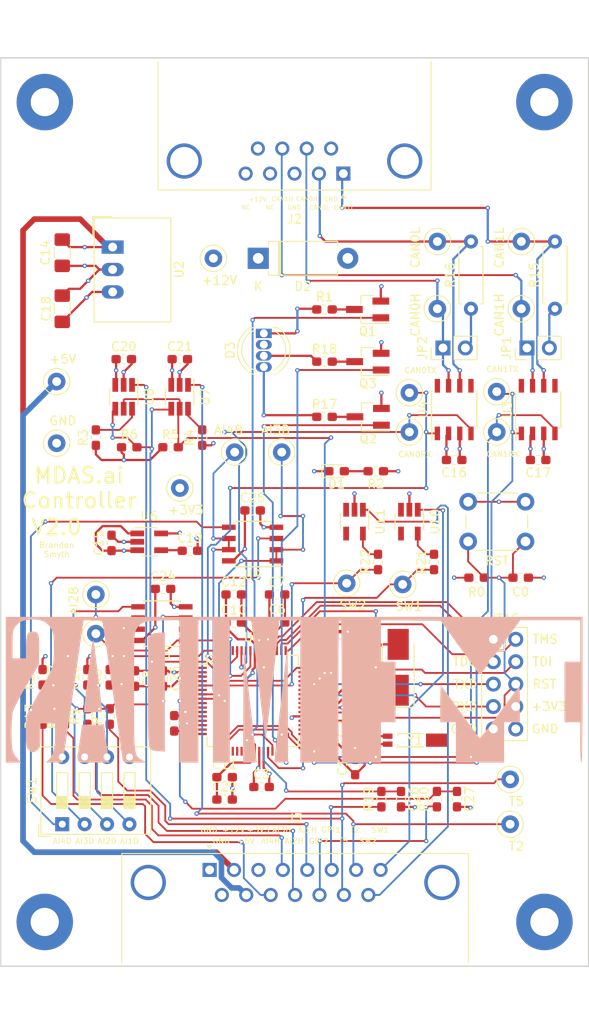
<source format=kicad_pcb>
(kicad_pcb (version 20171130) (host pcbnew "(5.0.0)")
  (layers (0 F.Cu signal) (1 GND power hide) (2 PWR power hide) (31 B.Cu signal) (35 F.Paste user hide) (36 B.SilkS user hide) (37 F.SilkS user) (38 B.Mask user) (39 F.Mask user) (44 Edge.Cuts user))
  (net 0 "")
  (net 1 RST)
  (net 2 GND)
  (net 3 "Net-(C1-Pad1)")
  (net 4 "Net-(C2-Pad1)")
  (net 5 +3V3)
  (net 6 "Net-(C9-Pad1)")
  (net 7 "Net-(C10-Pad1)")
  (net 8 "Net-(C13-Pad1)")
  (net 9 +12V)
  (net 10 +5V)
  (net 11 "Net-(C19-Pad1)")
  (net 12 "Net-(D1-Pad2)")
  (net 13 "Net-(D3-Pad1)")
  (net 14 "Net-(D3-Pad3)")
  (net 15 "Net-(D3-Pad4)")
  (net 16 GPI1)
  (net 17 GPI2)
  (net 18 TCK)
  (net 19 TMS)
  (net 20 TDO)
  (net 21 TDI)
  (net 22 TXD)
  (net 23 RXD)
  (net 24 CAN1L)
  (net 25 CAN0L)
  (net 26 "Net-(J2-Pad4)")
  (net 27 "Net-(J2-Pad5)")
  (net 28 CAN0H)
  (net 29 CAN1H)
  (net 30 AI4H)
  (net 31 AI2H)
  (net 32 SW2)
  (net 33 T2)
  (net 34 AI3H)
  (net 35 AI1H)
  (net 36 SW1)
  (net 37 T5)
  (net 38 "Net-(JP1-Pad2)")
  (net 39 "Net-(JP2-Pad2)")
  (net 40 LED_R)
  (net 41 "Net-(Q1-Pad3)")
  (net 42 "Net-(Q2-Pad3)")
  (net 43 LED_G)
  (net 44 LED_B)
  (net 45 "Net-(Q3-Pad3)")
  (net 46 "Net-(R3-Pad2)")
  (net 47 "Net-(R4-Pad2)")
  (net 48 SCL)
  (net 49 SDA)
  (net 50 "Net-(R7-Pad2)")
  (net 51 "Net-(R8-Pad1)")
  (net 52 "Net-(R9-Pad2)")
  (net 53 "Net-(R10-Pad1)")
  (net 54 "Net-(R11-Pad2)")
  (net 55 "Net-(R12-Pad1)")
  (net 56 "Net-(R13-Pad2)")
  (net 57 "Net-(R14-Pad1)")
  (net 58 AI4B)
  (net 59 AI3B)
  (net 60 AI1B)
  (net 61 AI2B)
  (net 62 "Net-(U1-Pad1)")
  (net 63 "Net-(U1-Pad4)")
  (net 64 "Net-(U1-Pad6)")
  (net 65 "Net-(U1-Pad9)")
  (net 66 "Net-(U1-Pad13)")
  (net 67 "Net-(U1-Pad14)")
  (net 68 "Net-(U1-Pad15)")
  (net 69 "Net-(U1-Pad16)")
  (net 70 CAN1RX)
  (net 71 CAN1TX)
  (net 72 "Net-(U1-Pad19)")
  (net 73 "Net-(U1-Pad20)")
  (net 74 "Net-(U1-Pad21)")
  (net 75 "Net-(U1-Pad22)")
  (net 76 "Net-(U1-Pad23)")
  (net 77 "Net-(U1-Pad24)")
  (net 78 "Net-(U1-Pad33)")
  (net 79 "Net-(U1-Pad43)")
  (net 80 "Net-(U1-Pad44)")
  (net 81 "Net-(U1-Pad58)")
  (net 82 CAN0RX)
  (net 83 CAN0TX)
  (net 84 "Net-(U1-Pad61)")
  (net 85 "Net-(U1-Pad62)")
  (net 86 "Net-(U1-Pad63)")
  (net 87 "Net-(U3-Pad5)")
  (net 88 "Net-(U3-Pad8)")
  (net 89 "Net-(U4-Pad5)")
  (net 90 "Net-(U4-Pad8)")
  (net 91 "Net-(U10-Pad4)")
  (net 92 "Net-(U10-Pad3)")
  (net 93 "Net-(U11-Pad3)")
  (net 94 "Net-(U11-Pad4)")
  (net 95 "Net-(MH1-Pad1)")
  (net 96 "Net-(MH2-Pad1)")
  (net 97 "Net-(MH3-Pad1)")
  (net 98 "Net-(MH4-Pad1)")
  (net 99 SW1P)
  (net 100 SW2P)
  (net 101 "Net-(C26-Pad1)")
  (net 102 "Net-(C27-Pad1)")
  (net 103 "Net-(R21-Pad2)")
  (net 104 "Net-(R22-Pad2)")
  (module TestPoint:TestPoint_Loop_D1.80mm_Drill1.0mm_Beaded (layer F.Cu) (at 154.178 93.345)
    (fp_text reference SW2 (at 0.7 2.5) (layer F.SilkS))
    (fp_text value TestPoint)
    (pad 1 thru_hole circle (at 0 0) (size 2 2) (drill 1) (layers *.Cu *.Mask) (net 100 SW2P))
  )
  (module Package_QFP:LQFP-64_10x10mm_P0.5mm (layer F.Cu) (at 143.51 106.68)
    (fp_text reference U1 (at 0 -7.2) (layer F.SilkS))
    (fp_text value TM4C123GH6PM)
    (pad 64 smd rect (at -3.75 -5.7 90) (size 1 0.25) (layers F.Cu F.Paste F.Mask) (net 61 AI2B))
    (pad 63 smd rect (at -3.25 -5.7 90) (size 1 0.25) (layers F.Cu F.Paste F.Mask) (net 86 "Net-(U1-Pad63)"))
    (pad 62 smd rect (at -2.75 -5.7 90) (size 1 0.25) (layers F.Cu F.Paste F.Mask) (net 85 "Net-(U1-Pad62)"))
    (pad 61 smd rect (at -2.25 -5.7 90) (size 1 0.25) (layers F.Cu F.Paste F.Mask) (net 84 "Net-(U1-Pad61)"))
    (pad 60 smd rect (at -1.75 -5.7 90) (size 1 0.25) (layers F.Cu F.Paste F.Mask) (net 83 CAN0TX))
    (pad 59 smd rect (at -1.25 -5.7 90) (size 1 0.25) (layers F.Cu F.Paste F.Mask) (net 82 CAN0RX))
    (pad 58 smd rect (at -0.75 -5.7 90) (size 1 0.25) (layers F.Cu F.Paste F.Mask) (net 81 "Net-(U1-Pad58)"))
    (pad 57 smd rect (at -0.25 -5.7 90) (size 1 0.25) (layers F.Cu F.Paste F.Mask) (net 60 AI1B))
    (pad 56 smd rect (at 0.25 -5.7 90) (size 1 0.25) (layers F.Cu F.Paste F.Mask) (net 7 "Net-(C10-Pad1)"))
    (pad 55 smd rect (at 0.75 -5.7 90) (size 1 0.25) (layers F.Cu F.Paste F.Mask) (net 2 GND))
    (pad 54 smd rect (at 1.25 -5.7 90) (size 1 0.25) (layers F.Cu F.Paste F.Mask) (net 5 +3V3))
    (pad 53 smd rect (at 1.75 -5.7 90) (size 1 0.25) (layers F.Cu F.Paste F.Mask) (net 101 "Net-(C26-Pad1)"))
    (pad 52 smd rect (at 2.25 -5.7 90) (size 1 0.25) (layers F.Cu F.Paste F.Mask) (net 18 TCK))
    (pad 51 smd rect (at 2.75 -5.7 90) (size 1 0.25) (layers F.Cu F.Paste F.Mask) (net 19 TMS))
    (pad 50 smd rect (at 3.25 -5.7 90) (size 1 0.25) (layers F.Cu F.Paste F.Mask) (net 21 TDI))
    (pad 49 smd rect (at 3.75 -5.7 90) (size 1 0.25) (layers F.Cu F.Paste F.Mask) (net 20 TDO))
    (pad 48 smd rect (at 5.7 -3.75) (size 1 0.25) (layers F.Cu F.Paste F.Mask) (net 49 SDA))
    (pad 47 smd rect (at 5.7 -3.25) (size 1 0.25) (layers F.Cu F.Paste F.Mask) (net 48 SCL))
    (pad 46 smd rect (at 5.7 -2.75) (size 1 0.25) (layers F.Cu F.Paste F.Mask) (net 22 TXD))
    (pad 45 smd rect (at 5.7 -2.25) (size 1 0.25) (layers F.Cu F.Paste F.Mask) (net 23 RXD))
    (pad 44 smd rect (at 5.7 -1.75) (size 1 0.25) (layers F.Cu F.Paste F.Mask) (net 80 "Net-(U1-Pad44)"))
    (pad 43 smd rect (at 5.7 -1.25) (size 1 0.25) (layers F.Cu F.Paste F.Mask) (net 79 "Net-(U1-Pad43)"))
    (pad 42 smd rect (at 5.7 -0.75) (size 1 0.25) (layers F.Cu F.Paste F.Mask) (net 5 +3V3))
    (pad 41 smd rect (at 5.7 -0.25) (size 1 0.25) (layers F.Cu F.Paste F.Mask) (net 8 "Net-(C13-Pad1)"))
    (pad 40 smd rect (at 5.7 0.25) (size 1 0.25) (layers F.Cu F.Paste F.Mask) (net 6 "Net-(C9-Pad1)"))
    (pad 39 smd rect (at 5.7 0.75) (size 1 0.25) (layers F.Cu F.Paste F.Mask) (net 2 GND))
    (pad 38 smd rect (at 5.7 1.25) (size 1 0.25) (layers F.Cu F.Paste F.Mask) (net 1 RST))
    (pad 37 smd rect (at 5.7 1.75) (size 1 0.25) (layers F.Cu F.Paste F.Mask) (net 5 +3V3))
    (pad 36 smd rect (at 5.7 2.25) (size 1 0.25) (layers F.Cu F.Paste F.Mask) (net 4 "Net-(C2-Pad1)"))
    (pad 35 smd rect (at 5.7 2.75) (size 1 0.25) (layers F.Cu F.Paste F.Mask) (net 2 GND))
    (pad 34 smd rect (at 5.7 3.25) (size 1 0.25) (layers F.Cu F.Paste F.Mask) (net 3 "Net-(C1-Pad1)"))
    (pad 33 smd rect (at 5.7 3.75) (size 1 0.25) (layers F.Cu F.Paste F.Mask) (net 78 "Net-(U1-Pad33)"))
    (pad 32 smd rect (at 3.75 5.7 90) (size 1 0.25) (layers F.Cu F.Paste F.Mask) (net 2 GND))
    (pad 31 smd rect (at 3.25 5.7 90) (size 1 0.25) (layers F.Cu F.Paste F.Mask) (net 44 LED_B))
    (pad 30 smd rect (at 2.75 5.7 90) (size 1 0.25) (layers F.Cu F.Paste F.Mask) (net 43 LED_G))
    (pad 29 smd rect (at 2.25 5.7 90) (size 1 0.25) (layers F.Cu F.Paste F.Mask) (net 40 LED_R))
    (pad 28 smd rect (at 1.75 5.7 90) (size 1 0.25) (layers F.Cu F.Paste F.Mask) (net 99 SW1P))
    (pad 27 smd rect (at 1.25 5.7 90) (size 1 0.25) (layers F.Cu F.Paste F.Mask) (net 2 GND))
    (pad 26 smd rect (at 0.75 5.7 90) (size 1 0.25) (layers F.Cu F.Paste F.Mask) (net 5 +3V3))
    (pad 25 smd rect (at 0.25 5.7 90) (size 1 0.25) (layers F.Cu F.Paste F.Mask) (net 7 "Net-(C10-Pad1)"))
    (pad 24 smd rect (at -0.25 5.7 90) (size 1 0.25) (layers F.Cu F.Paste F.Mask) (net 77 "Net-(U1-Pad24)"))
    (pad 23 smd rect (at -0.75 5.7 90) (size 1 0.25) (layers F.Cu F.Paste F.Mask) (net 76 "Net-(U1-Pad23)"))
    (pad 22 smd rect (at -1.25 5.7 90) (size 1 0.25) (layers F.Cu F.Paste F.Mask) (net 75 "Net-(U1-Pad22)"))
    (pad 21 smd rect (at -1.75 5.7 90) (size 1 0.25) (layers F.Cu F.Paste F.Mask) (net 74 "Net-(U1-Pad21)"))
    (pad 20 smd rect (at -2.25 5.7 90) (size 1 0.25) (layers F.Cu F.Paste F.Mask) (net 73 "Net-(U1-Pad20)"))
    (pad 19 smd rect (at -2.75 5.7 90) (size 1 0.25) (layers F.Cu F.Paste F.Mask) (net 72 "Net-(U1-Pad19)"))
    (pad 18 smd rect (at -3.25 5.7 90) (size 1 0.25) (layers F.Cu F.Paste F.Mask) (net 71 CAN1TX))
    (pad 17 smd rect (at -3.75 5.7 90) (size 1 0.25) (layers F.Cu F.Paste F.Mask) (net 70 CAN1RX))
    (pad 16 smd rect (at -5.7 3.75) (size 1 0.25) (layers F.Cu F.Paste F.Mask) (net 69 "Net-(U1-Pad16)"))
    (pad 15 smd rect (at -5.7 3.25) (size 1 0.25) (layers F.Cu F.Paste F.Mask) (net 68 "Net-(U1-Pad15)"))
    (pad 14 smd rect (at -5.7 2.75) (size 1 0.25) (layers F.Cu F.Paste F.Mask) (net 67 "Net-(U1-Pad14)"))
    (pad 13 smd rect (at -5.7 2.25) (size 1 0.25) (layers F.Cu F.Paste F.Mask) (net 66 "Net-(U1-Pad13)"))
    (pad 12 smd rect (at -5.7 1.75) (size 1 0.25) (layers F.Cu F.Paste F.Mask) (net 2 GND))
    (pad 11 smd rect (at -5.7 1.25) (size 1 0.25) (layers F.Cu F.Paste F.Mask) (net 5 +3V3))
    (pad 10 smd rect (at -5.7 0.75) (size 1 0.25) (layers F.Cu F.Paste F.Mask) (net 102 "Net-(C27-Pad1)"))
    (pad 9 smd rect (at -5.7 0.25) (size 1 0.25) (layers F.Cu F.Paste F.Mask) (net 65 "Net-(U1-Pad9)"))
    (pad 8 smd rect (at -5.7 -0.25) (size 1 0.25) (layers F.Cu F.Paste F.Mask) (net 59 AI3B))
    (pad 7 smd rect (at -5.7 -0.75) (size 1 0.25) (layers F.Cu F.Paste F.Mask) (net 58 AI4B))
    (pad 6 smd rect (at -5.7 -1.25) (size 1 0.25) (layers F.Cu F.Paste F.Mask) (net 64 "Net-(U1-Pad6)"))
    (pad 5 smd rect (at -5.7 -1.75) (size 1 0.25) (layers F.Cu F.Paste F.Mask) (net 100 SW2P))
    (pad 4 smd rect (at -5.7 -2.25) (size 1 0.25) (layers F.Cu F.Paste F.Mask) (net 63 "Net-(U1-Pad4)"))
    (pad 3 smd rect (at -5.7 -2.75) (size 1 0.25) (layers F.Cu F.Paste F.Mask) (net 2 GND))
    (pad 2 smd rect (at -5.7 -3.25) (size 1 0.25) (layers F.Cu F.Paste F.Mask) (net 5 +3V3))
    (pad 1 smd rect (at -5.7 -3.75) (size 1 0.25) (layers F.Cu F.Paste F.Mask) (net 62 "Net-(U1-Pad1)"))
  )
  (module Diode_THT:D_DO-15_P10.16mm_Horizontal (layer F.Cu) (at 144.145 56.515)
    (fp_text reference D2 (at 5.08 3.175) (layer F.SilkS))
    (fp_text value TP6KE33A)
    (fp_text user K (at 0 3.175) (layer F.SilkS))
    (pad 2 thru_hole oval (at 10.16 0) (size 2.4 2.4) (drill 1.2) (layers *.Cu *.Mask) (net 2 GND))
    (pad 1 thru_hole rect (at 0 0) (size 2.4 2.4) (drill 1.2) (layers *.Cu *.Mask) (net 9 +12V))
  )
  (module Connector_Dsub:DSUB-15_Male_Horizontal_P2.77x2.84mm_EdgePinOffset7.70mm_Housed_MountingHolesOffset9.12mm (layer F.Cu) (at 148.336 130.175)
    (fp_text reference J3 (at -0.0078 -10.16) (layer F.SilkS))
    (fp_text value DB15_Male)
    (pad 0 thru_hole circle (at 16.6422 -2.9234) (size 4 4) (drill 3.2) (layers *.Cu *.Mask))
    (pad 0 thru_hole circle (at -16.6578 -2.9234) (size 4 4) (drill 3.2) (layers *.Cu *.Mask))
    (pad 15 thru_hole circle (at 8.3022 -1.5034) (size 1.6 1.6) (drill 1) (layers *.Cu *.Mask) (net 32 SW2))
    (pad 14 thru_hole circle (at 5.5322 -1.5034) (size 1.6 1.6) (drill 1) (layers *.Cu *.Mask) (net 37 T5))
    (pad 13 thru_hole circle (at 2.7622 -1.5034) (size 1.6 1.6) (drill 1) (layers *.Cu *.Mask) (net 17 GPI2))
    (pad 12 thru_hole circle (at -0.0078 -1.5034) (size 1.6 1.6) (drill 1) (layers *.Cu *.Mask) (net 31 AI2H))
    (pad 11 thru_hole circle (at -2.7778 -1.5034) (size 1.6 1.6) (drill 1) (layers *.Cu *.Mask) (net 30 AI4H))
    (pad 10 thru_hole circle (at -5.5478 -1.5034) (size 1.6 1.6) (drill 1) (layers *.Cu *.Mask) (net 10 +5V))
    (pad 9 thru_hole circle (at -8.3178 -1.5034) (size 1.6 1.6) (drill 1) (layers *.Cu *.Mask) (net 2 GND))
    (pad 8 thru_hole circle (at 9.6872 -4.3434) (size 1.6 1.6) (drill 1) (layers *.Cu *.Mask) (net 36 SW1))
    (pad 7 thru_hole circle (at 6.9172 -4.3434) (size 1.6 1.6) (drill 1) (layers *.Cu *.Mask) (net 33 T2))
    (pad 6 thru_hole circle (at 4.1472 -4.3434) (size 1.6 1.6) (drill 1) (layers *.Cu *.Mask) (net 16 GPI1))
    (pad 5 thru_hole circle (at 1.3772 -4.3434) (size 1.6 1.6) (drill 1) (layers *.Cu *.Mask) (net 35 AI1H))
    (pad 4 thru_hole circle (at -1.3928 -4.3434) (size 1.6 1.6) (drill 1) (layers *.Cu *.Mask) (net 34 AI3H))
    (pad 3 thru_hole circle (at -4.1628 -4.3434) (size 1.6 1.6) (drill 1) (layers *.Cu *.Mask) (net 5 +3V3))
    (pad 2 thru_hole circle (at -6.9328 -4.3434) (size 1.6 1.6) (drill 1) (layers *.Cu *.Mask) (net 9 +12V))
    (pad 1 thru_hole rect (at -9.7028 -4.3434) (size 1.6 1.6) (drill 1) (layers *.Cu *.Mask) (net 2 GND))
  )
  (module Connector_PinHeader_2.54mm:PinHeader_2x05_P2.54mm_Vertical (layer F.Cu) (at 170.815 99.695)
    (fp_text reference JTAG (at 1.27 -2.33) (layer F.SilkS))
    (fp_text value JTAG)
    (pad 10 thru_hole oval (at 2.54 10.16) (size 1.7 1.7) (drill 1) (layers *.Cu *.Mask) (net 2 GND))
    (pad 9 thru_hole oval (at 0 10.16) (size 1.7 1.7) (drill 1) (layers *.Cu *.Mask) (net 2 GND))
    (pad 8 thru_hole oval (at 2.54 7.62) (size 1.7 1.7) (drill 1) (layers *.Cu *.Mask) (net 5 +3V3))
    (pad 7 thru_hole oval (at 0 7.62) (size 1.7 1.7) (drill 1) (layers *.Cu *.Mask) (net 23 RXD))
    (pad 6 thru_hole oval (at 2.54 5.08) (size 1.7 1.7) (drill 1) (layers *.Cu *.Mask) (net 1 RST))
    (pad 5 thru_hole oval (at 0 5.08) (size 1.7 1.7) (drill 1) (layers *.Cu *.Mask) (net 22 TXD))
    (pad 4 thru_hole oval (at 2.54 2.54) (size 1.7 1.7) (drill 1) (layers *.Cu *.Mask) (net 21 TDI))
    (pad 3 thru_hole oval (at 0 2.54) (size 1.7 1.7) (drill 1) (layers *.Cu *.Mask) (net 20 TDO))
    (pad 2 thru_hole oval (at 2.54 0) (size 1.7 1.7) (drill 1) (layers *.Cu *.Mask) (net 19 TMS))
    (pad 1 thru_hole rect (at 0 0) (size 1.7 1.7) (drill 1) (layers *.Cu *.Mask) (net 18 TCK))
  )
  (module TestPoint:TestPoint_Loop_D1.80mm_Drill1.0mm_Beaded (layer F.Cu) (at 141.478 78.486 180)
    (fp_text reference AI4B (at 0.7 2.5 180) (layer F.SilkS))
    (fp_text value TestPoint)
    (pad 1 thru_hole circle (at 0 0 180) (size 2 2) (drill 1) (layers *.Cu *.Mask) (net 58 AI4B))
  )
  (module Crystal:ABRACON_AB26TRQ (layer F.Cu) (at 161.925 111.125)
    (fp_text reference Y1 (at 0 0) (layer F.SilkS))
    (fp_text value 32.768kHz)
    (pad 3 smd rect (at 2.45 0) (size 2.4 1.5) (layers F.Cu F.Paste F.Mask))
    (pad 1 smd rect (at -3.1 0.45) (size 1.1 0.6) (layers F.Cu F.Paste F.Mask) (net 3 "Net-(C1-Pad1)"))
    (pad 2 smd rect (at -3.1 -0.45) (size 1.1 0.6) (layers F.Cu F.Paste F.Mask) (net 4 "Net-(C2-Pad1)"))
  )
  (module Resistor_THT:R_Axial_DIN0207_L6.3mm_D2.5mm_P7.62mm_Horizontal (layer F.Cu) (at 168.275 62.23 90)
    (fp_text reference R16 (at 3.81 -2.37 90) (layer F.SilkS))
    (fp_text value 120)
    (pad 2 thru_hole oval (at 7.62 0 90) (size 1.6 1.6) (drill 0.8) (layers *.Cu *.Mask) (net 25 CAN0L))
    (pad 1 thru_hole circle (at 0 0 90) (size 1.6 1.6) (drill 0.8) (layers *.Cu *.Mask) (net 39 "Net-(JP2-Pad2)"))
  )
  (module TestPoint:TestPoint_Loop_D1.80mm_Drill1.0mm_Beaded (layer F.Cu) (at 164.465 54.61 270)
    (fp_text reference CAN0L (at 0.7 2.5 270) (layer F.SilkS))
    (fp_text value TestPoint)
    (pad 1 thru_hole circle (at 0 0 270) (size 2 2) (drill 1) (layers *.Cu *.Mask) (net 25 CAN0L))
  )
  (module TestPoint:TestPoint_Loop_D1.80mm_Drill1.0mm_Beaded (layer F.Cu) (at 164.465 62.23 270)
    (fp_text reference CAN0H (at 0.7 2.5 270) (layer F.SilkS))
    (fp_text value TestPoint)
    (pad 1 thru_hole circle (at 0 0 270) (size 2 2) (drill 1) (layers *.Cu *.Mask) (net 28 CAN0H))
  )
  (module Capacitor_SMD:C_0603_1608Metric_Pad1.05x0.95mm_HandSolder (layer F.Cu) (at 173.911817 92.71)
    (fp_text reference C0 (at 0 1.619455) (layer F.SilkS))
    (fp_text value 0.1uF)
    (pad 2 smd roundrect (at 0.875 0) (size 1.05 0.95) (layers F.Cu F.Paste F.Mask) (net 2 GND))
    (pad 1 smd roundrect (at -0.875 0) (size 1.05 0.95) (layers F.Cu F.Paste F.Mask) (net 1 RST))
  )
  (module Capacitor_SMD:C_0603_1608Metric_Pad1.05x0.95mm_HandSolder (layer F.Cu) (at 155.1432 114.173 90)
    (fp_text reference C1 (at 0 -1.43 90) (layer F.SilkS))
    (fp_text value 24pF)
    (pad 2 smd roundrect (at 0.875 0 90) (size 1.05 0.95) (layers F.Cu F.Paste F.Mask) (net 2 GND))
    (pad 1 smd roundrect (at -0.875 0 90) (size 1.05 0.95) (layers F.Cu F.Paste F.Mask) (net 3 "Net-(C1-Pad1)"))
  )
  (module Capacitor_SMD:C_0603_1608Metric_Pad1.05x0.95mm_HandSolder (layer F.Cu) (at 155.128367 109.855 270)
    (fp_text reference C2 (at 0 1.458367 270) (layer F.SilkS))
    (fp_text value 24pF)
    (pad 1 smd roundrect (at -0.875 0 270) (size 1.05 0.95) (layers F.Cu F.Paste F.Mask) (net 4 "Net-(C2-Pad1)"))
    (pad 2 smd roundrect (at 0.875 0 270) (size 1.05 0.95) (layers F.Cu F.Paste F.Mask) (net 2 GND))
  )
  (module Capacitor_SMD:C_0603_1608Metric_Pad1.05x0.95mm_HandSolder (layer F.Cu) (at 144.526 116.4336)
    (fp_text reference C3 (at 0 -1.43) (layer F.SilkS))
    (fp_text value 0.1uF)
    (pad 2 smd roundrect (at 0.875 0) (size 1.05 0.95) (layers F.Cu F.Paste F.Mask) (net 2 GND))
    (pad 1 smd roundrect (at -0.875 0) (size 1.05 0.95) (layers F.Cu F.Paste F.Mask) (net 5 +3V3))
  )
  (module Capacitor_SMD:C_0603_1608Metric_Pad1.05x0.95mm_HandSolder (layer F.Cu) (at 134.62 109.22 270)
    (fp_text reference C4 (at 0 -1.43 270) (layer F.SilkS))
    (fp_text value 0.1uF)
    (pad 2 smd roundrect (at 0.875 0 270) (size 1.05 0.95) (layers F.Cu F.Paste F.Mask) (net 2 GND))
    (pad 1 smd roundrect (at -0.875 0 270) (size 1.05 0.95) (layers F.Cu F.Paste F.Mask) (net 5 +3V3))
  )
  (module Capacitor_SMD:C_0603_1608Metric_Pad1.05x0.95mm_HandSolder (layer F.Cu) (at 152.4 99.695 90)
    (fp_text reference C5 (at 0 -1.43 90) (layer F.SilkS))
    (fp_text value 0.1uF)
    (pad 1 smd roundrect (at -0.875 0 90) (size 1.05 0.95) (layers F.Cu F.Paste F.Mask) (net 5 +3V3))
    (pad 2 smd roundrect (at 0.875 0 90) (size 1.05 0.95) (layers F.Cu F.Paste F.Mask) (net 2 GND))
  )
  (module Capacitor_SMD:C_0603_1608Metric_Pad1.05x0.95mm_HandSolder (layer F.Cu) (at 146.295 97.79 180)
    (fp_text reference C6 (at -0.009 1.4986 180) (layer F.SilkS))
    (fp_text value 0.1uF)
    (pad 2 smd roundrect (at 0.875 0 180) (size 1.05 0.95) (layers F.Cu F.Paste F.Mask) (net 2 GND))
    (pad 1 smd roundrect (at -0.875 0 180) (size 1.05 0.95) (layers F.Cu F.Paste F.Mask) (net 5 +3V3))
  )
  (module Capacitor_SMD:C_0603_1608Metric_Pad1.05x0.95mm_HandSolder (layer F.Cu) (at 146.29 94.615 180)
    (fp_text reference C7 (at 0 1.397 180) (layer F.SilkS))
    (fp_text value 2.2uF)
    (pad 2 smd roundrect (at 0.875 0 180) (size 1.05 0.95) (layers F.Cu F.Paste F.Mask) (net 2 GND))
    (pad 1 smd roundrect (at -0.875 0 180) (size 1.05 0.95) (layers F.Cu F.Paste F.Mask) (net 5 +3V3))
  )
  (module Capacitor_SMD:C_0603_1608Metric_Pad1.05x0.95mm_HandSolder (layer F.Cu) (at 130.175 104.14 270)
    (fp_text reference C8 (at 0 -1.43 270) (layer F.SilkS))
    (fp_text value 1.0uF)
    (pad 2 smd roundrect (at 0.875 0 270) (size 1.05 0.95) (layers F.Cu F.Paste F.Mask) (net 2 GND))
    (pad 1 smd roundrect (at -0.875 0 270) (size 1.05 0.95) (layers F.Cu F.Paste F.Mask) (net 5 +3V3))
  )
  (module Capacitor_SMD:C_0603_1608Metric_Pad1.05x0.95mm_HandSolder (layer F.Cu) (at 155.575 106.045 270)
    (fp_text reference C9 (at 0 -1.43 270) (layer F.SilkS))
    (fp_text value 10pF)
    (pad 2 smd roundrect (at 0.875 0 270) (size 1.05 0.95) (layers F.Cu F.Paste F.Mask) (net 2 GND))
    (pad 1 smd roundrect (at -0.875 0 270) (size 1.05 0.95) (layers F.Cu F.Paste F.Mask) (net 6 "Net-(C9-Pad1)"))
  )
  (module Capacitor_SMD:C_0603_1608Metric_Pad1.05x0.95mm_HandSolder (layer F.Cu) (at 141.365 97.79)
    (fp_text reference C10 (at 0 -1.43) (layer F.SilkS))
    (fp_text value 0.1uF)
    (pad 2 smd roundrect (at 0.875 0) (size 1.05 0.95) (layers F.Cu F.Paste F.Mask) (net 2 GND))
    (pad 1 smd roundrect (at -0.875 0) (size 1.05 0.95) (layers F.Cu F.Paste F.Mask) (net 7 "Net-(C10-Pad1)"))
  )
  (module Capacitor_SMD:C_0603_1608Metric_Pad1.05x0.95mm_HandSolder (layer F.Cu) (at 140.335 115.316)
    (fp_text reference C11 (at 0 -1.43) (layer F.SilkS))
    (fp_text value 0.1uF)
    (pad 2 smd roundrect (at 0.875 0) (size 1.05 0.95) (layers F.Cu F.Paste F.Mask) (net 2 GND))
    (pad 1 smd roundrect (at -0.875 0) (size 1.05 0.95) (layers F.Cu F.Paste F.Mask) (net 7 "Net-(C10-Pad1)"))
  )
  (module Capacitor_SMD:C_0603_1608Metric_Pad1.05x0.95mm_HandSolder (layer F.Cu) (at 141.365 94.615)
    (fp_text reference C12 (at 0 -1.43) (layer F.SilkS))
    (fp_text value 1.0uF)
    (pad 2 smd roundrect (at 0.875 0) (size 1.05 0.95) (layers F.Cu F.Paste F.Mask) (net 2 GND))
    (pad 1 smd roundrect (at -0.875 0) (size 1.05 0.95) (layers F.Cu F.Paste F.Mask) (net 7 "Net-(C10-Pad1)"))
  )
  (module Capacitor_SMD:C_0603_1608Metric_Pad1.05x0.95mm_HandSolder (layer F.Cu) (at 155.575 100.33 90)
    (fp_text reference C13 (at 0 1.397 90) (layer F.SilkS))
    (fp_text value 10pF)
    (pad 2 smd roundrect (at 0.875 0 90) (size 1.05 0.95) (layers F.Cu F.Paste F.Mask) (net 2 GND))
    (pad 1 smd roundrect (at -0.875 0 90) (size 1.05 0.95) (layers F.Cu F.Paste F.Mask) (net 8 "Net-(C13-Pad1)"))
  )
  (module Capacitor_SMD:C_1206_3216Metric_Pad1.42x1.75mm_HandSolder (layer F.Cu) (at 121.92 55.88 270)
    (fp_text reference C14 (at 0 1.905 270) (layer F.SilkS))
    (fp_text value 10uF)
    (pad 2 smd roundrect (at 1.4875 0 270) (size 1.425 1.75) (layers F.Cu F.Paste F.Mask) (roundrect_rratio 0.175439) (net 2 GND))
    (pad 1 smd roundrect (at -1.4875 0 270) (size 1.425 1.75) (layers F.Cu F.Paste F.Mask) (roundrect_rratio 0.175439) (net 9 +12V))
  )
  (module Capacitor_SMD:C_0603_1608Metric_Pad1.05x0.95mm_HandSolder (layer F.Cu) (at 127.508 88.773 90)
    (fp_text reference C15 (at 0 -1.43 90) (layer F.SilkS))
    (fp_text value 1.0uF)
    (pad 2 smd roundrect (at 0.875 0 90) (size 1.05 0.95) (layers F.Cu F.Paste F.Mask) (net 2 GND))
    (pad 1 smd roundrect (at -0.875 0 90) (size 1.05 0.95) (layers F.Cu F.Paste F.Mask) (net 10 +5V))
  )
  (module Capacitor_SMD:C_0603_1608Metric_Pad1.05x0.95mm_HandSolder (layer F.Cu) (at 166.37 79.375 180)
    (fp_text reference C16 (at 0 -1.43 180) (layer F.SilkS))
    (fp_text value 0.1uF)
    (pad 2 smd roundrect (at 0.875 0 180) (size 1.05 0.95) (layers F.Cu F.Paste F.Mask) (net 2 GND))
    (pad 1 smd roundrect (at -0.875 0 180) (size 1.05 0.95) (layers F.Cu F.Paste F.Mask) (net 5 +3V3))
  )
  (module Capacitor_SMD:C_0603_1608Metric_Pad1.05x0.95mm_HandSolder (layer F.Cu) (at 175.895 79.375 180)
    (fp_text reference C17 (at 0 -1.43 180) (layer F.SilkS))
    (fp_text value 0.1uF)
    (pad 2 smd roundrect (at 0.875 0 180) (size 1.05 0.95) (layers F.Cu F.Paste F.Mask) (net 2 GND))
    (pad 1 smd roundrect (at -0.875 0 180) (size 1.05 0.95) (layers F.Cu F.Paste F.Mask) (net 5 +3V3))
  )
  (module Capacitor_SMD:C_1206_3216Metric_Pad1.42x1.75mm_HandSolder (layer F.Cu) (at 121.92 62.23 90)
    (fp_text reference C18 (at 0 -1.82 90) (layer F.SilkS))
    (fp_text value 10uF)
    (pad 2 smd roundrect (at 1.4875 0 90) (size 1.425 1.75) (layers F.Cu F.Paste F.Mask) (roundrect_rratio 0.175439) (net 2 GND))
    (pad 1 smd roundrect (at -1.4875 0 90) (size 1.425 1.75) (layers F.Cu F.Paste F.Mask) (roundrect_rratio 0.175439) (net 10 +5V))
  )
  (module Capacitor_SMD:C_0603_1608Metric_Pad1.05x0.95mm_HandSolder (layer F.Cu) (at 136.398 89.662)
    (fp_text reference C19 (at 0 -1.43) (layer F.SilkS))
    (fp_text value 0.01uF)
    (pad 2 smd roundrect (at 0.875 0) (size 1.05 0.95) (layers F.Cu F.Paste F.Mask) (net 2 GND))
    (pad 1 smd roundrect (at -0.875 0) (size 1.05 0.95) (layers F.Cu F.Paste F.Mask) (net 11 "Net-(C19-Pad1)"))
  )
  (module Capacitor_SMD:C_0603_1608Metric_Pad1.05x0.95mm_HandSolder (layer F.Cu) (at 128.905 67.945)
    (fp_text reference C20 (at 0 -1.43) (layer F.SilkS))
    (fp_text value 0.1uF)
    (pad 2 smd roundrect (at 0.875 0) (size 1.05 0.95) (layers F.Cu F.Paste F.Mask) (net 2 GND))
    (pad 1 smd roundrect (at -0.875 0) (size 1.05 0.95) (layers F.Cu F.Paste F.Mask) (net 10 +5V))
  )
  (module Capacitor_SMD:C_0603_1608Metric_Pad1.05x0.95mm_HandSolder (layer F.Cu) (at 135.255 67.945)
    (fp_text reference C21 (at 0 -1.43) (layer F.SilkS))
    (fp_text value 0.1uF)
    (pad 2 smd roundrect (at 0.875 0) (size 1.05 0.95) (layers F.Cu F.Paste F.Mask) (net 2 GND))
    (pad 1 smd roundrect (at -0.875 0) (size 1.05 0.95) (layers F.Cu F.Paste F.Mask) (net 10 +5V))
  )
  (module Capacitor_SMD:C_0603_1608Metric_Pad1.05x0.95mm_HandSolder (layer F.Cu) (at 140.335 117.856)
    (fp_text reference C22 (at 0 -1.43) (layer F.SilkS))
    (fp_text value 2.2uF)
    (pad 2 smd roundrect (at 0.875 0) (size 1.05 0.95) (layers F.Cu F.Paste F.Mask) (net 2 GND))
    (pad 1 smd roundrect (at -0.875 0) (size 1.05 0.95) (layers F.Cu F.Paste F.Mask) (net 7 "Net-(C10-Pad1)"))
  )
  (module Capacitor_SMD:C_0603_1608Metric_Pad1.05x0.95mm_HandSolder (layer F.Cu) (at 133.35 104.14 270)
    (fp_text reference C23 (at 0 -1.43 270) (layer F.SilkS))
    (fp_text value 0.01uF)
    (pad 2 smd roundrect (at 0.875 0 270) (size 1.05 0.95) (layers F.Cu F.Paste F.Mask) (net 2 GND))
    (pad 1 smd roundrect (at -0.875 0 270) (size 1.05 0.95) (layers F.Cu F.Paste F.Mask) (net 5 +3V3))
  )
  (module LED_SMD:LED_0603_1608Metric_Pad1.05x0.95mm_HandSolder (layer F.Cu) (at 153.035 80.645)
    (fp_text reference D1 (at 0 1.4478) (layer F.SilkS))
    (fp_text value LED)
    (pad 2 smd roundrect (at 0.875 0) (size 1.05 0.95) (layers F.Cu F.Paste F.Mask) (net 12 "Net-(D1-Pad2)"))
    (pad 1 smd roundrect (at -0.875 0) (size 1.05 0.95) (layers F.Cu F.Paste F.Mask) (net 2 GND))
  )
  (module Connector_PinHeader_2.54mm:PinHeader_1x02_P2.54mm_Vertical (layer F.Cu) (at 174.625 66.675 90)
    (fp_text reference JP1 (at 0 -2.33 90) (layer F.SilkS))
    (fp_text value Jumper_NC_Small)
    (pad 2 thru_hole oval (at 0 2.54 90) (size 1.7 1.7) (drill 1) (layers *.Cu *.Mask) (net 38 "Net-(JP1-Pad2)"))
    (pad 1 thru_hole rect (at 0 0 90) (size 1.7 1.7) (drill 1) (layers *.Cu *.Mask) (net 29 CAN1H))
  )
  (module Connector_PinHeader_2.54mm:PinHeader_1x02_P2.54mm_Vertical (layer F.Cu) (at 165.1 66.675 90)
    (fp_text reference JP2 (at 0 -2.33 90) (layer F.SilkS))
    (fp_text value Jumper_NC_Small)
    (pad 2 thru_hole oval (at 0 2.54 90) (size 1.7 1.7) (drill 1) (layers *.Cu *.Mask) (net 39 "Net-(JP2-Pad2)"))
    (pad 1 thru_hole rect (at 0 0 90) (size 1.7 1.7) (drill 1) (layers *.Cu *.Mask) (net 28 CAN0H))
  )
  (module Package_TO_SOT_SMD:SOT-23_Handsoldering (layer F.Cu) (at 156.551375 62.310801 180)
    (fp_text reference Q1 (at 0 -2.5 180) (layer F.SilkS))
    (fp_text value DTC114E)
    (pad 3 smd rect (at 1.5 0 180) (size 1.9 0.8) (layers F.Cu F.Paste F.Mask) (net 41 "Net-(Q1-Pad3)"))
    (pad 2 smd rect (at -1.5 0.95 180) (size 1.9 0.8) (layers F.Cu F.Paste F.Mask) (net 2 GND))
    (pad 1 smd rect (at -1.5 -0.95 180) (size 1.9 0.8) (layers F.Cu F.Paste F.Mask) (net 40 LED_R))
  )
  (module Package_TO_SOT_SMD:SOT-23_Handsoldering (layer F.Cu) (at 156.615412 74.478738 180)
    (fp_text reference Q2 (at 0 -2.5 180) (layer F.SilkS))
    (fp_text value DTC114E)
    (pad 3 smd rect (at 1.5 0 180) (size 1.9 0.8) (layers F.Cu F.Paste F.Mask) (net 42 "Net-(Q2-Pad3)"))
    (pad 2 smd rect (at -1.5 0.95 180) (size 1.9 0.8) (layers F.Cu F.Paste F.Mask) (net 2 GND))
    (pad 1 smd rect (at -1.5 -0.95 180) (size 1.9 0.8) (layers F.Cu F.Paste F.Mask) (net 43 LED_G))
  )
  (module Package_TO_SOT_SMD:SOT-23_Handsoldering (layer F.Cu) (at 156.586632 68.22516 180)
    (fp_text reference Q3 (at 0 -2.5 180) (layer F.SilkS))
    (fp_text value DTC114E)
    (pad 3 smd rect (at 1.5 0 180) (size 1.9 0.8) (layers F.Cu F.Paste F.Mask) (net 45 "Net-(Q3-Pad3)"))
    (pad 2 smd rect (at -1.5 0.95 180) (size 1.9 0.8) (layers F.Cu F.Paste F.Mask) (net 2 GND))
    (pad 1 smd rect (at -1.5 -0.95 180) (size 1.9 0.8) (layers F.Cu F.Paste F.Mask) (net 44 LED_B))
  )
  (module Resistor_SMD:R_0603_1608Metric_Pad1.05x0.95mm_HandSolder (layer F.Cu) (at 168.91 92.71)
    (fp_text reference R0 (at 0 1.619455) (layer F.SilkS))
    (fp_text value 10k)
    (pad 2 smd roundrect (at 0.875 0) (size 1.05 0.95) (layers F.Cu F.Paste F.Mask) (net 1 RST))
    (pad 1 smd roundrect (at -0.875 0) (size 1.05 0.95) (layers F.Cu F.Paste F.Mask) (net 5 +3V3))
  )
  (module Resistor_SMD:R_0603_1608Metric_Pad1.05x0.95mm_HandSolder (layer F.Cu) (at 151.661592 62.310801)
    (fp_text reference R1 (at 0 -1.43) (layer F.SilkS))
    (fp_text value 330)
    (pad 2 smd roundrect (at 0.875 0) (size 1.05 0.95) (layers F.Cu F.Paste F.Mask) (net 41 "Net-(Q1-Pad3)"))
    (pad 1 smd roundrect (at -0.875 0) (size 1.05 0.95) (layers F.Cu F.Paste F.Mask) (net 13 "Net-(D3-Pad1)"))
  )
  (module Resistor_SMD:R_0603_1608Metric_Pad1.05x0.95mm_HandSolder (layer F.Cu) (at 157.48 80.645 180)
    (fp_text reference R2 (at 0 -1.43 180) (layer F.SilkS))
    (fp_text value 330)
    (pad 2 smd roundrect (at 0.875 0 180) (size 1.05 0.95) (layers F.Cu F.Paste F.Mask) (net 12 "Net-(D1-Pad2)"))
    (pad 1 smd roundrect (at -0.875 0 180) (size 1.05 0.95) (layers F.Cu F.Paste F.Mask) (net 5 +3V3))
  )
  (module Resistor_SMD:R_0603_1608Metric_Pad1.05x0.95mm_HandSolder (layer F.Cu) (at 125.73 76.835 90)
    (fp_text reference R3 (at 0 -1.43 90) (layer F.SilkS))
    (fp_text value 10k)
    (pad 2 smd roundrect (at 0.875 0 90) (size 1.05 0.95) (layers F.Cu F.Paste F.Mask) (net 46 "Net-(R3-Pad2)"))
    (pad 1 smd roundrect (at -0.875 0 90) (size 1.05 0.95) (layers F.Cu F.Paste F.Mask) (net 10 +5V))
  )
  (module Resistor_SMD:R_0603_1608Metric_Pad1.05x0.95mm_HandSolder (layer F.Cu) (at 137.795 76.835 90)
    (fp_text reference R4 (at 0 -1.43 90) (layer F.SilkS))
    (fp_text value 10k)
    (pad 2 smd roundrect (at 0.875 0 90) (size 1.05 0.95) (layers F.Cu F.Paste F.Mask) (net 47 "Net-(R4-Pad2)"))
    (pad 1 smd roundrect (at -0.875 0 90) (size 1.05 0.95) (layers F.Cu F.Paste F.Mask) (net 2 GND))
  )
  (module Resistor_SMD:R_0603_1608Metric_Pad1.05x0.95mm_HandSolder (layer F.Cu) (at 134.204534 77.927362)
    (fp_text reference R5 (at 0 -1.43) (layer F.SilkS))
    (fp_text value 10k)
    (pad 2 smd roundrect (at 0.875 0) (size 1.05 0.95) (layers F.Cu F.Paste F.Mask) (net 48 SCL))
    (pad 1 smd roundrect (at -0.875 0) (size 1.05 0.95) (layers F.Cu F.Paste F.Mask) (net 10 +5V))
  )
  (module Resistor_SMD:R_0603_1608Metric_Pad1.05x0.95mm_HandSolder (layer F.Cu) (at 129.519534 77.927362)
    (fp_text reference R6 (at 0 -1.43) (layer F.SilkS))
    (fp_text value 10k)
    (pad 2 smd roundrect (at 0.875 0) (size 1.05 0.95) (layers F.Cu F.Paste F.Mask) (net 49 SDA))
    (pad 1 smd roundrect (at -0.875 0) (size 1.05 0.95) (layers F.Cu F.Paste F.Mask) (net 10 +5V))
  )
  (module Resistor_SMD:R_0603_1608Metric_Pad1.05x0.95mm_HandSolder (layer F.Cu) (at 127.306879 108.446075 90)
    (fp_text reference R7 (at 0 -1.43 90) (layer F.SilkS))
    (fp_text value 11k)
    (pad 2 smd roundrect (at 0.875 0 90) (size 1.05 0.95) (layers F.Cu F.Paste F.Mask) (net 50 "Net-(R7-Pad2)"))
    (pad 1 smd roundrect (at -0.875 0 90) (size 1.05 0.95) (layers F.Cu F.Paste F.Mask) (net 35 AI1H))
  )
  (module Resistor_SMD:R_0603_1608Metric_Pad1.05x0.95mm_HandSolder (layer F.Cu) (at 127.306879 104.001075 90)
    (fp_text reference R8 (at 0 -1.43 90) (layer F.SilkS))
    (fp_text value 21k)
    (pad 2 smd roundrect (at 0.875 0 90) (size 1.05 0.95) (layers F.Cu F.Paste F.Mask) (net 2 GND))
    (pad 1 smd roundrect (at -0.875 0 90) (size 1.05 0.95) (layers F.Cu F.Paste F.Mask) (net 51 "Net-(R8-Pad1)"))
  )
  (module Resistor_SMD:R_0603_1608Metric_Pad1.05x0.95mm_HandSolder (layer F.Cu) (at 124.766879 108.446075 90)
    (fp_text reference R9 (at 0 -1.43 90) (layer F.SilkS))
    (fp_text value 11k)
    (pad 2 smd roundrect (at 0.875 0 90) (size 1.05 0.95) (layers F.Cu F.Paste F.Mask) (net 52 "Net-(R9-Pad2)"))
    (pad 1 smd roundrect (at -0.875 0 90) (size 1.05 0.95) (layers F.Cu F.Paste F.Mask) (net 31 AI2H))
  )
  (module Resistor_SMD:R_0603_1608Metric_Pad1.05x0.95mm_HandSolder (layer F.Cu) (at 124.766879 104.001075 90)
    (fp_text reference R10 (at 0 -1.43 90) (layer F.SilkS))
    (fp_text value 21k)
    (pad 2 smd roundrect (at 0.875 0 90) (size 1.05 0.95) (layers F.Cu F.Paste F.Mask) (net 2 GND))
    (pad 1 smd roundrect (at -0.875 0 90) (size 1.05 0.95) (layers F.Cu F.Paste F.Mask) (net 53 "Net-(R10-Pad1)"))
  )
  (module Resistor_SMD:R_0603_1608Metric_Pad1.05x0.95mm_HandSolder (layer F.Cu) (at 122.226879 108.446075 90)
    (fp_text reference R11 (at 0 -1.43 90) (layer F.SilkS))
    (fp_text value 11k)
    (pad 2 smd roundrect (at 0.875 0 90) (size 1.05 0.95) (layers F.Cu F.Paste F.Mask) (net 54 "Net-(R11-Pad2)"))
    (pad 1 smd roundrect (at -0.875 0 90) (size 1.05 0.95) (layers F.Cu F.Paste F.Mask) (net 34 AI3H))
  )
  (module Resistor_SMD:R_0603_1608Metric_Pad1.05x0.95mm_HandSolder (layer F.Cu) (at 122.226879 104.001075 90)
    (fp_text reference R12 (at 0 -1.43 90) (layer F.SilkS))
    (fp_text value 21k)
    (pad 2 smd roundrect (at 0.875 0 90) (size 1.05 0.95) (layers F.Cu F.Paste F.Mask) (net 2 GND))
    (pad 1 smd roundrect (at -0.875 0 90) (size 1.05 0.95) (layers F.Cu F.Paste F.Mask) (net 55 "Net-(R12-Pad1)"))
  )
  (module Resistor_SMD:R_0603_1608Metric_Pad1.05x0.95mm_HandSolder (layer F.Cu) (at 119.686879 108.446075 90)
    (fp_text reference R13 (at 0 -1.43 90) (layer F.SilkS))
    (fp_text value 11k)
    (pad 2 smd roundrect (at 0.875 0 90) (size 1.05 0.95) (layers F.Cu F.Paste F.Mask) (net 56 "Net-(R13-Pad2)"))
    (pad 1 smd roundrect (at -0.875 0 90) (size 1.05 0.95) (layers F.Cu F.Paste F.Mask) (net 30 AI4H))
  )
  (module Resistor_SMD:R_0603_1608Metric_Pad1.05x0.95mm_HandSolder (layer F.Cu) (at 119.686879 104.001075 90)
    (fp_text reference R14 (at 0 -1.43 90) (layer F.SilkS))
    (fp_text value 21k)
    (pad 2 smd roundrect (at 0.875 0 90) (size 1.05 0.95) (layers F.Cu F.Paste F.Mask) (net 2 GND))
    (pad 1 smd roundrect (at -0.875 0 90) (size 1.05 0.95) (layers F.Cu F.Paste F.Mask) (net 57 "Net-(R14-Pad1)"))
  )
  (module Resistor_THT:R_Axial_DIN0207_L6.3mm_D2.5mm_P7.62mm_Horizontal (layer F.Cu) (at 177.8 62.23 90)
    (fp_text reference R15 (at 3.81 -2.37 90) (layer F.SilkS))
    (fp_text value 120)
    (pad 2 thru_hole oval (at 7.62 0 90) (size 1.6 1.6) (drill 0.8) (layers *.Cu *.Mask) (net 24 CAN1L))
    (pad 1 thru_hole circle (at 0 0 90) (size 1.6 1.6) (drill 0.8) (layers *.Cu *.Mask) (net 38 "Net-(JP1-Pad2)"))
  )
  (module Resistor_SMD:R_0603_1608Metric_Pad1.05x0.95mm_HandSolder (layer F.Cu) (at 151.661592 74.478738)
    (fp_text reference R17 (at 0 -1.43) (layer F.SilkS))
    (fp_text value 330)
    (pad 2 smd roundrect (at 0.875 0) (size 1.05 0.95) (layers F.Cu F.Paste F.Mask) (net 42 "Net-(Q2-Pad3)"))
    (pad 1 smd roundrect (at -0.875 0) (size 1.05 0.95) (layers F.Cu F.Paste F.Mask) (net 15 "Net-(D3-Pad4)"))
  )
  (module Resistor_SMD:R_0603_1608Metric_Pad1.05x0.95mm_HandSolder (layer F.Cu) (at 151.661592 68.22516)
    (fp_text reference R18 (at 0 -1.43) (layer F.SilkS))
    (fp_text value 330)
    (pad 2 smd roundrect (at 0.875 0) (size 1.05 0.95) (layers F.Cu F.Paste F.Mask) (net 45 "Net-(Q3-Pad3)"))
    (pad 1 smd roundrect (at -0.875 0) (size 1.05 0.95) (layers F.Cu F.Paste F.Mask) (net 14 "Net-(D3-Pad3)"))
  )
  (module Button_Switch_THT:SW_PUSH_6mm_H5mm (layer F.Cu) (at 167.956817 84.105545)
    (fp_text reference RST (at 3.25 6.699455) (layer F.SilkS))
    (fp_text value SW_Push)
    (pad 1 thru_hole circle (at 6.5 0 90) (size 2 2) (drill 1.1) (layers *.Cu *.Mask) (net 2 GND))
    (pad 2 thru_hole circle (at 6.5 4.5 90) (size 2 2) (drill 1.1) (layers *.Cu *.Mask) (net 1 RST))
    (pad 1 thru_hole circle (at 0 0 90) (size 2 2) (drill 1.1) (layers *.Cu *.Mask) (net 2 GND))
    (pad 2 thru_hole circle (at 0 4.5 90) (size 2 2) (drill 1.1) (layers *.Cu *.Mask) (net 1 RST))
  )
  (module Button_Switch_THT:SW_DIP_SPSTx04_Slide_9.78x12.34mm_W7.62mm_P2.54mm (layer F.Cu) (at 121.92 120.65 90)
    (fp_text reference SW1 (at 3.81 -3.42 90) (layer F.SilkS))
    (fp_text value SW_DIP_x04)
    (pad 8 thru_hole oval (at 7.62 0 90) (size 1.6 1.6) (drill 0.8) (layers *.Cu *.Mask) (net 57 "Net-(R14-Pad1)"))
    (pad 4 thru_hole oval (at 0 7.62 90) (size 1.6 1.6) (drill 0.8) (layers *.Cu *.Mask) (net 50 "Net-(R7-Pad2)"))
    (pad 7 thru_hole oval (at 7.62 2.54 90) (size 1.6 1.6) (drill 0.8) (layers *.Cu *.Mask) (net 55 "Net-(R12-Pad1)"))
    (pad 3 thru_hole oval (at 0 5.08 90) (size 1.6 1.6) (drill 0.8) (layers *.Cu *.Mask) (net 52 "Net-(R9-Pad2)"))
    (pad 6 thru_hole oval (at 7.62 5.08 90) (size 1.6 1.6) (drill 0.8) (layers *.Cu *.Mask) (net 53 "Net-(R10-Pad1)"))
    (pad 2 thru_hole oval (at 0 2.54 90) (size 1.6 1.6) (drill 0.8) (layers *.Cu *.Mask) (net 54 "Net-(R11-Pad2)"))
    (pad 5 thru_hole oval (at 7.62 7.62 90) (size 1.6 1.6) (drill 0.8) (layers *.Cu *.Mask) (net 51 "Net-(R8-Pad1)"))
    (pad 1 thru_hole rect (at 0 0 90) (size 1.6 1.6) (drill 0.8) (layers *.Cu *.Mask) (net 56 "Net-(R13-Pad2)"))
  )
  (module TestPoint:TestPoint_Loop_D1.80mm_Drill1.0mm_Beaded (layer F.Cu) (at 139.065 56.515)
    (fp_text reference +12V (at 0.7 2.5) (layer F.SilkS))
    (fp_text value TestPoint)
    (pad 1 thru_hole circle (at 0 0) (size 2 2) (drill 1) (layers *.Cu *.Mask) (net 9 +12V))
  )
  (module TestPoint:TestPoint_Loop_D1.80mm_Drill1.0mm_Beaded (layer F.Cu) (at 121.285 70.485)
    (fp_text reference +5V (at 0.7 -2.54) (layer F.SilkS))
    (fp_text value TestPoint)
    (pad 1 thru_hole circle (at 0 0) (size 2 2) (drill 1) (layers *.Cu *.Mask) (net 10 +5V))
  )
  (module TestPoint:TestPoint_Loop_D1.80mm_Drill1.0mm_Beaded (layer F.Cu) (at 135.255 82.55)
    (fp_text reference +3V3 (at 0.7 2.5) (layer F.SilkS))
    (fp_text value TestPoint)
    (pad 1 thru_hole circle (at 0 0) (size 2 2) (drill 1) (layers *.Cu *.Mask) (net 5 +3V3))
  )
  (module TestPoint:TestPoint_Loop_D1.80mm_Drill1.0mm_Beaded (layer F.Cu) (at 172.72 120.65)
    (fp_text reference T2 (at 0.7 2.5) (layer F.SilkS))
    (fp_text value TestPoint)
    (pad 1 thru_hole circle (at 0 0) (size 2 2) (drill 1) (layers *.Cu *.Mask) (net 33 T2))
  )
  (module TestPoint:TestPoint_Loop_D1.80mm_Drill1.0mm_Beaded (layer F.Cu) (at 172.72 115.57)
    (fp_text reference T5 (at 0.7 2.5) (layer F.SilkS))
    (fp_text value TestPoint)
    (pad 1 thru_hole circle (at 0 0) (size 2 2) (drill 1) (layers *.Cu *.Mask) (net 37 T5))
  )
  (module TestPoint:TestPoint_Loop_D1.80mm_Drill1.0mm_Beaded (layer F.Cu) (at 121.285 77.47)
    (fp_text reference GND (at 0.7 -2.54) (layer F.SilkS))
    (fp_text value TestPoint)
    (pad 1 thru_hole circle (at 0 0) (size 2 2) (drill 1) (layers *.Cu *.Mask) (net 2 GND))
  )
  (module TestPoint:TestPoint_Loop_D1.80mm_Drill1.0mm_Beaded (layer F.Cu) (at 160.528 93.472)
    (fp_text reference SW1 (at 0.7 2.5) (layer F.SilkS))
    (fp_text value TestPoint)
    (pad 1 thru_hole circle (at 0 0) (size 2 2) (drill 1) (layers *.Cu *.Mask) (net 99 SW1P))
  )
  (module TestPoint:TestPoint_Loop_D1.80mm_Drill1.0mm_Beaded (layer F.Cu) (at 173.99 62.23 270)
    (fp_text reference CAN1H (at 0.7 2.5 270) (layer F.SilkS))
    (fp_text value TestPoint)
    (pad 1 thru_hole circle (at 0 0 270) (size 2 2) (drill 1) (layers *.Cu *.Mask) (net 29 CAN1H))
  )
  (module TestPoint:TestPoint_Loop_D1.80mm_Drill1.0mm_Beaded (layer F.Cu) (at 173.99 54.61 270)
    (fp_text reference CAN1L (at 0.7 2.5 270) (layer F.SilkS))
    (fp_text value TestPoint)
    (pad 1 thru_hole circle (at 0 0 270) (size 2 2) (drill 1) (layers *.Cu *.Mask) (net 24 CAN1L))
  )
  (module TestPoint:TestPoint_Loop_D1.80mm_Drill1.0mm_Beaded (layer F.Cu) (at 146.812 78.486 180)
    (fp_text reference AI3B (at 0.7 2.5 180) (layer F.SilkS))
    (fp_text value TestPoint)
    (pad 1 thru_hole circle (at 0 0 180) (size 2 2) (drill 1) (layers *.Cu *.Mask) (net 59 AI3B))
  )
  (module TestPoint:TestPoint_Loop_D1.80mm_Drill1.0mm_Beaded (layer F.Cu) (at 125.73 99.06 270)
    (fp_text reference AI1B (at 0.7 2.5 270) (layer F.SilkS))
    (fp_text value TestPoint)
    (pad 1 thru_hole circle (at 0 0 270) (size 2 2) (drill 1) (layers *.Cu *.Mask) (net 60 AI1B))
  )
  (module TestPoint:TestPoint_Loop_D1.80mm_Drill1.0mm_Beaded (layer F.Cu) (at 125.73 94.615 270)
    (fp_text reference AI2B (at 0.7 2.5 270) (layer F.SilkS))
    (fp_text value TestPoint)
    (pad 1 thru_hole circle (at 0 0 270) (size 2 2) (drill 1) (layers *.Cu *.Mask) (net 61 AI2B))
  )
  (module Converter_DCDC:Converter_DCDC_RECOM_R-78E-0.5_THT (layer F.Cu) (at 127.635 55.245 270)
    (fp_text reference U2 (at 2.54 -7.55 270) (layer F.SilkS))
    (fp_text value R-78E5.0-0.5)
    (pad 3 thru_hole oval (at 5.08 0 270) (size 1.5 2.5) (drill 1) (layers *.Cu *.Mask) (net 10 +5V))
    (pad 2 thru_hole oval (at 2.54 0 270) (size 1.5 2.5) (drill 1) (layers *.Cu *.Mask) (net 2 GND))
    (pad 1 thru_hole rect (at 0 0 270) (size 1.5 2.5) (drill 1) (layers *.Cu *.Mask) (net 9 +12V))
  )
  (module Package_SO:SOIC-8_3.9x4.9mm_P1.27mm (layer F.Cu) (at 175.895 73.66 90)
    (fp_text reference U3 (at 0 -3.5 90) (layer F.SilkS))
    (fp_text value SN65HVD232)
    (pad 8 smd rect (at 2.7 -1.905 90) (size 1.55 0.6) (layers F.Cu F.Paste F.Mask) (net 88 "Net-(U3-Pad8)"))
    (pad 7 smd rect (at 2.7 -0.635 90) (size 1.55 0.6) (layers F.Cu F.Paste F.Mask) (net 29 CAN1H))
    (pad 6 smd rect (at 2.7 0.635 90) (size 1.55 0.6) (layers F.Cu F.Paste F.Mask) (net 24 CAN1L))
    (pad 5 smd rect (at 2.7 1.905 90) (size 1.55 0.6) (layers F.Cu F.Paste F.Mask) (net 87 "Net-(U3-Pad5)"))
    (pad 4 smd rect (at -2.7 1.905 90) (size 1.55 0.6) (layers F.Cu F.Paste F.Mask) (net 70 CAN1RX))
    (pad 3 smd rect (at -2.7 0.635 90) (size 1.55 0.6) (layers F.Cu F.Paste F.Mask) (net 5 +3V3))
    (pad 2 smd rect (at -2.7 -0.635 90) (size 1.55 0.6) (layers F.Cu F.Paste F.Mask) (net 2 GND))
    (pad 1 smd rect (at -2.7 -1.905 90) (size 1.55 0.6) (layers F.Cu F.Paste F.Mask) (net 71 CAN1TX))
  )
  (module Package_SO:SOIC-8_3.9x4.9mm_P1.27mm (layer F.Cu) (at 166.37 73.66 90)
    (fp_text reference U4 (at 0 -3.5 90) (layer F.SilkS))
    (fp_text value SN65HVD232)
    (pad 8 smd rect (at 2.7 -1.905 90) (size 1.55 0.6) (layers F.Cu F.Paste F.Mask) (net 90 "Net-(U4-Pad8)"))
    (pad 7 smd rect (at 2.7 -0.635 90) (size 1.55 0.6) (layers F.Cu F.Paste F.Mask) (net 28 CAN0H))
    (pad 6 smd rect (at 2.7 0.635 90) (size 1.55 0.6) (layers F.Cu F.Paste F.Mask) (net 25 CAN0L))
    (pad 5 smd rect (at 2.7 1.905 90) (size 1.55 0.6) (layers F.Cu F.Paste F.Mask) (net 89 "Net-(U4-Pad5)"))
    (pad 4 smd rect (at -2.7 1.905 90) (size 1.55 0.6) (layers F.Cu F.Paste F.Mask) (net 82 CAN0RX))
    (pad 3 smd rect (at -2.7 0.635 90) (size 1.55 0.6) (layers F.Cu F.Paste F.Mask) (net 5 +3V3))
    (pad 2 smd rect (at -2.7 -0.635 90) (size 1.55 0.6) (layers F.Cu F.Paste F.Mask) (net 2 GND))
    (pad 1 smd rect (at -2.7 -1.905 90) (size 1.55 0.6) (layers F.Cu F.Paste F.Mask) (net 83 CAN0TX))
  )
  (module Package_SO:SOIC-8_3.9x4.9mm_P1.27mm (layer F.Cu) (at 133.223 97.917 180)
    (fp_text reference U5 (at 0 -3.5 180) (layer F.SilkS))
    (fp_text value OPA2333xxD)
    (pad 8 smd rect (at 2.7 -1.905 180) (size 1.55 0.6) (layers F.Cu F.Paste F.Mask) (net 5 +3V3))
    (pad 7 smd rect (at 2.7 -0.635 180) (size 1.55 0.6) (layers F.Cu F.Paste F.Mask) (net 61 AI2B))
    (pad 6 smd rect (at 2.7 0.635 180) (size 1.55 0.6) (layers F.Cu F.Paste F.Mask) (net 61 AI2B))
    (pad 5 smd rect (at 2.7 1.905 180) (size 1.55 0.6) (layers F.Cu F.Paste F.Mask) (net 52 "Net-(R9-Pad2)"))
    (pad 4 smd rect (at -2.7 1.905 180) (size 1.55 0.6) (layers F.Cu F.Paste F.Mask) (net 2 GND))
    (pad 3 smd rect (at -2.7 0.635 180) (size 1.55 0.6) (layers F.Cu F.Paste F.Mask) (net 50 "Net-(R7-Pad2)"))
    (pad 2 smd rect (at -2.7 -0.635 180) (size 1.55 0.6) (layers F.Cu F.Paste F.Mask) (net 60 AI1B))
    (pad 1 smd rect (at -2.7 -1.905 180) (size 1.55 0.6) (layers F.Cu F.Paste F.Mask) (net 60 AI1B))
  )
  (module Package_TO_SOT_SMD:SOT-23-5_HandSoldering (layer F.Cu) (at 131.779 88.646)
    (fp_text reference U6 (at 0 -2.9) (layer F.SilkS))
    (fp_text value TPS73633DBV)
    (pad 5 smd rect (at 1.35 -0.95) (size 1.56 0.65) (layers F.Cu F.Paste F.Mask) (net 5 +3V3))
    (pad 4 smd rect (at 1.35 0.95) (size 1.56 0.65) (layers F.Cu F.Paste F.Mask) (net 11 "Net-(C19-Pad1)"))
    (pad 3 smd rect (at -1.35 0.95) (size 1.56 0.65) (layers F.Cu F.Paste F.Mask) (net 10 +5V))
    (pad 2 smd rect (at -1.35 0) (size 1.56 0.65) (layers F.Cu F.Paste F.Mask) (net 2 GND))
    (pad 1 smd rect (at -1.35 -0.95) (size 1.56 0.65) (layers F.Cu F.Paste F.Mask) (net 10 +5V))
  )
  (module Package_TO_SOT_SMD:SOT-23-6_Handsoldering (layer F.Cu) (at 135.234534 72.212362 270)
    (fp_text reference U7 (at 0 -2.9 270) (layer F.SilkS))
    (fp_text value MCP4725A2T-E_CH)
    (pad 5 smd rect (at 1.35 0 270) (size 1.56 0.65) (layers F.Cu F.Paste F.Mask) (net 48 SCL))
    (pad 6 smd rect (at 1.35 -0.95 270) (size 1.56 0.65) (layers F.Cu F.Paste F.Mask) (net 47 "Net-(R4-Pad2)"))
    (pad 4 smd rect (at 1.35 0.95 270) (size 1.56 0.65) (layers F.Cu F.Paste F.Mask) (net 49 SDA))
    (pad 3 smd rect (at -1.35 0.95 270) (size 1.56 0.65) (layers F.Cu F.Paste F.Mask) (net 10 +5V))
    (pad 2 smd rect (at -1.35 0 270) (size 1.56 0.65) (layers F.Cu F.Paste F.Mask) (net 2 GND))
    (pad 1 smd rect (at -1.35 -0.95 270) (size 1.56 0.65) (layers F.Cu F.Paste F.Mask) (net 33 T2))
  )
  (module Package_TO_SOT_SMD:SOT-23-6_Handsoldering (layer F.Cu) (at 128.884534 72.212362 270)
    (fp_text reference U8 (at 0 -2.9 270) (layer F.SilkS))
    (fp_text value MCP4725A2T-E_CH)
    (pad 5 smd rect (at 1.35 0 270) (size 1.56 0.65) (layers F.Cu F.Paste F.Mask) (net 48 SCL))
    (pad 6 smd rect (at 1.35 -0.95 270) (size 1.56 0.65) (layers F.Cu F.Paste F.Mask) (net 46 "Net-(R3-Pad2)"))
    (pad 4 smd rect (at 1.35 0.95 270) (size 1.56 0.65) (layers F.Cu F.Paste F.Mask) (net 49 SDA))
    (pad 3 smd rect (at -1.35 0.95 270) (size 1.56 0.65) (layers F.Cu F.Paste F.Mask) (net 10 +5V))
    (pad 2 smd rect (at -1.35 0 270) (size 1.56 0.65) (layers F.Cu F.Paste F.Mask) (net 2 GND))
    (pad 1 smd rect (at -1.35 -0.95 270) (size 1.56 0.65) (layers F.Cu F.Paste F.Mask) (net 37 T5))
  )
  (module Package_SO:SOIC-8_3.9x4.9mm_P1.27mm (layer F.Cu) (at 143.51 88.9 180)
    (fp_text reference U9 (at 0 -3.5 180) (layer F.SilkS))
    (fp_text value OPA2333xxD)
    (pad 8 smd rect (at 2.7 -1.905 180) (size 1.55 0.6) (layers F.Cu F.Paste F.Mask) (net 5 +3V3))
    (pad 7 smd rect (at 2.7 -0.635 180) (size 1.55 0.6) (layers F.Cu F.Paste F.Mask) (net 58 AI4B))
    (pad 6 smd rect (at 2.7 0.635 180) (size 1.55 0.6) (layers F.Cu F.Paste F.Mask) (net 58 AI4B))
    (pad 5 smd rect (at 2.7 1.905 180) (size 1.55 0.6) (layers F.Cu F.Paste F.Mask) (net 56 "Net-(R13-Pad2)"))
    (pad 4 smd rect (at -2.7 1.905 180) (size 1.55 0.6) (layers F.Cu F.Paste F.Mask) (net 2 GND))
    (pad 3 smd rect (at -2.7 0.635 180) (size 1.55 0.6) (layers F.Cu F.Paste F.Mask) (net 54 "Net-(R11-Pad2)"))
    (pad 2 smd rect (at -2.7 -0.635 180) (size 1.55 0.6) (layers F.Cu F.Paste F.Mask) (net 59 AI3B))
    (pad 1 smd rect (at -2.7 -1.905 180) (size 1.55 0.6) (layers F.Cu F.Paste F.Mask) (net 59 AI3B))
  )
  (module Crystal:Crystal_SMD_5032-2Pin_5.0x3.2mm_HandSoldering (layer F.Cu) (at 160.02 102.87 90)
    (fp_text reference Y0 (at 0 -2.8 90) (layer F.SilkS))
    (fp_text value 16MHz)
    (pad 2 smd rect (at 2.6 0 90) (size 3.5 2.4) (layers F.Cu F.Paste F.Mask) (net 8 "Net-(C13-Pad1)"))
    (pad 1 smd rect (at -2.6 0 90) (size 3.5 2.4) (layers F.Cu F.Paste F.Mask) (net 6 "Net-(C9-Pad1)"))
  )
  (module Package_TO_SOT_SMD:SOT-23-5_HandSoldering (layer F.Cu) (at 161.29 86.36 270)
    (fp_text reference U10 (at 0 -2.9 270) (layer F.SilkS))
    (fp_text value TPS70933DBVT)
    (pad 5 smd rect (at 1.35 -0.95 270) (size 1.56 0.65) (layers F.Cu F.Paste F.Mask) (net 103 "Net-(R21-Pad2)"))
    (pad 4 smd rect (at 1.35 0.95 270) (size 1.56 0.65) (layers F.Cu F.Paste F.Mask) (net 91 "Net-(U10-Pad4)"))
    (pad 3 smd rect (at -1.35 0.95 270) (size 1.56 0.65) (layers F.Cu F.Paste F.Mask) (net 92 "Net-(U10-Pad3)"))
    (pad 2 smd rect (at -1.35 0 270) (size 1.56 0.65) (layers F.Cu F.Paste F.Mask) (net 2 GND))
    (pad 1 smd rect (at -1.35 -0.95 270) (size 1.56 0.65) (layers F.Cu F.Paste F.Mask) (net 36 SW1))
  )
  (module Package_TO_SOT_SMD:SOT-23-5_HandSoldering (layer F.Cu) (at 155.067 86.36 270)
    (fp_text reference U11 (at 0 -2.9 270) (layer F.SilkS))
    (fp_text value TPS70933DBVT)
    (pad 1 smd rect (at -1.35 -0.95 270) (size 1.56 0.65) (layers F.Cu F.Paste F.Mask) (net 32 SW2))
    (pad 2 smd rect (at -1.35 0 270) (size 1.56 0.65) (layers F.Cu F.Paste F.Mask) (net 2 GND))
    (pad 3 smd rect (at -1.35 0.95 270) (size 1.56 0.65) (layers F.Cu F.Paste F.Mask) (net 93 "Net-(U11-Pad3)"))
    (pad 4 smd rect (at 1.35 0.95 270) (size 1.56 0.65) (layers F.Cu F.Paste F.Mask) (net 94 "Net-(U11-Pad4)"))
    (pad 5 smd rect (at 1.35 -0.95 270) (size 1.56 0.65) (layers F.Cu F.Paste F.Mask) (net 104 "Net-(R22-Pad2)"))
  )
  (module LED_THT:LED_D5.0mm-4 (layer F.Cu) (at 144.78 65.024 270)
    (fp_text reference D3 (at 1.905 3.81 270) (layer F.SilkS))
    (fp_text value LED_RABG)
    (pad 4 thru_hole oval (at 3.81 0 270) (size 1.07 1.8) (drill 0.9) (layers *.Cu *.Mask) (net 15 "Net-(D3-Pad4)"))
    (pad 3 thru_hole oval (at 2.54 0 270) (size 1.07 1.8) (drill 0.9) (layers *.Cu *.Mask) (net 14 "Net-(D3-Pad3)"))
    (pad 2 thru_hole oval (at 1.27 0 270) (size 1.07 1.8) (drill 0.9) (layers *.Cu *.Mask) (net 10 +5V))
    (pad 1 thru_hole rect (at 0 0 270) (size 1.07 1.8) (drill 0.9) (layers *.Cu *.Mask) (net 13 "Net-(D3-Pad1)"))
  )
  (module MountingHole:MountingHole_3.2mm_M3_Pad (layer F.Cu) (at 119.94262 38.80994)
    (fp_text reference MH1 hide)
    (fp_text value MountingHole_Pad)
    (pad 1 thru_hole circle (at 0 0) (size 6.4 6.4) (drill 3.2) (layers *.Cu *.Mask) (net 95 "Net-(MH1-Pad1)"))
  )
  (module MountingHole:MountingHole_3.2mm_M3_Pad (layer F.Cu) (at 176.59984 38.81248)
    (fp_text reference MH2 hide)
    (fp_text value MountingHole_Pad)
    (pad 1 thru_hole circle (at 0 0) (size 6.4 6.4) (drill 3.2) (layers *.Cu *.Mask) (net 96 "Net-(MH2-Pad1)"))
  )
  (module MountingHole:MountingHole_3.2mm_M3_Pad (layer F.Cu) (at 119.935 131.7282)
    (fp_text reference MH3 hide)
    (fp_text value MountingHole_Pad)
    (pad 1 thru_hole circle (at 0 0) (size 6.4 6.4) (drill 3.2) (layers *.Cu *.Mask) (net 97 "Net-(MH3-Pad1)"))
  )
  (module MountingHole:MountingHole_3.2mm_M3_Pad (layer F.Cu) (at 176.61 131.7282)
    (fp_text reference MH4 hide)
    (fp_text value MountingHole_Pad)
    (pad 1 thru_hole circle (at 0 0) (size 6.4 6.4) (drill 3.2) (layers *.Cu *.Mask) (net 98 "Net-(MH4-Pad1)"))
  )
  (module Connector_Dsub:DSUB-9_Male_Horizontal_P2.77x2.84mm_EdgePinOffset9.90mm_Housed_MountingHolesOffset11.32mm (layer F.Cu) (at 153.8012 46.9138 180)
    (fp_text reference J2 (at 5.54 -5.1562 180) (layer F.SilkS))
    (fp_text value DB9_Male)
    (pad 1 thru_hole rect (at 0 0 180) (size 1.6 1.6) (drill 1) (layers *.Cu *.Mask) (net 24 CAN1L))
    (pad 2 thru_hole circle (at 2.77 0 180) (size 1.6 1.6) (drill 1) (layers *.Cu *.Mask) (net 25 CAN0L))
    (pad 3 thru_hole circle (at 5.54 0 180) (size 1.6 1.6) (drill 1) (layers *.Cu *.Mask) (net 2 GND))
    (pad 4 thru_hole circle (at 8.31 0 180) (size 1.6 1.6) (drill 1) (layers *.Cu *.Mask) (net 26 "Net-(J2-Pad4)"))
    (pad 5 thru_hole circle (at 11.08 0 180) (size 1.6 1.6) (drill 1) (layers *.Cu *.Mask) (net 27 "Net-(J2-Pad5)"))
    (pad 6 thru_hole circle (at 1.385 2.84 180) (size 1.6 1.6) (drill 1) (layers *.Cu *.Mask) (net 2 GND))
    (pad 7 thru_hole circle (at 4.155 2.84 180) (size 1.6 1.6) (drill 1) (layers *.Cu *.Mask) (net 28 CAN0H))
    (pad 8 thru_hole circle (at 6.925 2.84 180) (size 1.6 1.6) (drill 1) (layers *.Cu *.Mask) (net 29 CAN1H))
    (pad 9 thru_hole circle (at 9.695 2.84 180) (size 1.6 1.6) (drill 1) (layers *.Cu *.Mask) (net 9 +12V))
    (pad 0 thru_hole circle (at -6.96 1.42 180) (size 4 4) (drill 3.2) (layers *.Cu *.Mask))
    (pad 0 thru_hole circle (at 18.04 1.42 180) (size 4 4) (drill 3.2) (layers *.Cu *.Mask))
  )
  (module Capacitor_SMD:C_0603_1608Metric_Pad1.05x0.95mm_HandSolder (layer F.Cu) (at 133.35 93.98)
    (fp_text reference C24 (at 0 -1.43) (layer F.SilkS))
    (fp_text value 0.1uF)
    (pad 2 smd roundrect (at 0.875 0) (size 1.05 0.95) (layers F.Cu F.Paste F.Mask) (net 2 GND))
    (pad 1 smd roundrect (at -0.875 0) (size 1.05 0.95) (layers F.Cu F.Paste F.Mask) (net 5 +3V3))
  )
  (module Capacitor_SMD:C_0603_1608Metric_Pad1.05x0.95mm_HandSolder (layer F.Cu) (at 143.51 85.09)
    (fp_text reference C25 (at 0 -1.43) (layer F.SilkS))
    (fp_text value 0.1uF)
    (pad 1 smd roundrect (at -0.875 0) (size 1.05 0.95) (layers F.Cu F.Paste F.Mask) (net 5 +3V3))
    (pad 2 smd roundrect (at 0.875 0) (size 1.05 0.95) (layers F.Cu F.Paste F.Mask) (net 2 GND))
  )
  (module TestPoint:TestPoint_Loop_D1.80mm_Drill1.0mm_Beaded (layer F.Cu) (at 161.29 76.2)
    (fp_text reference CAN0RX (at 0.635 2.54) (layer F.SilkS) (effects (font (size 0.65 0.65) (thickness 0.1))))
    (fp_text value TestPoint)
    (pad 1 thru_hole circle (at 0 0) (size 2 2) (drill 1) (layers *.Cu *.Mask) (net 82 CAN0RX))
  )
  (module TestPoint:TestPoint_Loop_D1.80mm_Drill1.0mm_Beaded (layer F.Cu) (at 161.29 71.755 180)
    (fp_text reference CAN0TX (at -1.27 2.54 180) (layer F.SilkS) (effects (font (size 0.65 0.65) (thickness 0.1))))
    (fp_text value TestPoint)
    (pad 1 thru_hole circle (at 0 0 180) (size 2 2) (drill 1) (layers *.Cu *.Mask) (net 83 CAN0TX))
  )
  (module TestPoint:TestPoint_Loop_D1.80mm_Drill1.0mm_Beaded (layer F.Cu) (at 171.196 76.2)
    (fp_text reference CAN1RX (at 0.7 2.5) (layer F.SilkS) (effects (font (size 0.65 0.65) (thickness 0.1))))
    (fp_text value TestPoint)
    (pad 1 thru_hole circle (at 0 0) (size 2 2) (drill 1) (layers *.Cu *.Mask) (net 70 CAN1RX))
  )
  (module TestPoint:TestPoint_Loop_D1.80mm_Drill1.0mm_Beaded (layer F.Cu) (at 171.196 71.628 180)
    (fp_text reference CAN1TX (at -0.635 2.54 180) (layer F.SilkS) (effects (font (size 0.65 0.65) (thickness 0.1))))
    (fp_text value TestPoint)
    (pad 1 thru_hole circle (at 0 0 180) (size 2 2) (drill 1) (layers *.Cu *.Mask) (net 71 CAN1TX))
  )
  (module Libraries:MIDAS (layer B.Cu) (at 148.2852 105.41 180)
    (fp_text reference G*** hide)
    (fp_text value LOGO hide)
  )
  (module Capacitor_SMD:C_0603_1608Metric_Pad1.05x0.95mm_HandSolder (layer F.Cu) (at 160.34071 117.814754 270)
    (fp_text reference C26 (at 0 -1.43 90) (layer F.SilkS))
    (fp_text value 0.01uF)
    (pad 1 smd roundrect (at -0.875 0 270) (size 1.05 0.95) (layers F.Cu F.Paste F.Mask) (net 101 "Net-(C26-Pad1)"))
    (pad 2 smd roundrect (at 0.875 0 270) (size 1.05 0.95) (layers F.Cu F.Paste F.Mask) (net 2 GND))
  )
  (module Capacitor_SMD:C_0603_1608Metric_Pad1.05x0.95mm_HandSolder (layer F.Cu) (at 166.690542 117.809896 270)
    (fp_text reference C27 (at 0 -1.43 270) (layer F.SilkS))
    (fp_text value 0.01uF)
    (pad 1 smd roundrect (at -0.875 0 270) (size 1.05 0.95) (layers F.Cu F.Paste F.Mask) (net 102 "Net-(C27-Pad1)"))
    (pad 2 smd roundrect (at 0.875 0 270) (size 1.05 0.95) (layers F.Cu F.Paste F.Mask) (net 2 GND))
  )
  (module Resistor_SMD:R_0603_1608Metric_Pad1.05x0.95mm_HandSolder (layer F.Cu) (at 158.115 117.814754 90)
    (fp_text reference R19 (at 0 -1.43 90) (layer F.SilkS))
    (fp_text value 1k)
    (pad 2 smd roundrect (at 0.875 0 90) (size 1.05 0.95) (layers F.Cu F.Paste F.Mask) (net 101 "Net-(C26-Pad1)"))
    (pad 1 smd roundrect (at -0.875 0 90) (size 1.05 0.95) (layers F.Cu F.Paste F.Mask) (net 16 GPI1))
  )
  (module Resistor_SMD:R_0603_1608Metric_Pad1.05x0.95mm_HandSolder (layer F.Cu) (at 164.4142 117.809896 90)
    (fp_text reference R20 (at 0 -1.43 90) (layer F.SilkS))
    (fp_text value 1k)
    (pad 1 smd roundrect (at -0.875 0 90) (size 1.05 0.95) (layers F.Cu F.Paste F.Mask) (net 17 GPI2))
    (pad 2 smd roundrect (at 0.875 0 90) (size 1.05 0.95) (layers F.Cu F.Paste F.Mask) (net 102 "Net-(C27-Pad1)"))
  )
  (module Resistor_SMD:R_0603_1608Metric_Pad1.05x0.95mm_HandSolder (layer F.Cu) (at 164.084 90.932 90)
    (fp_text reference R21 (at 0 -1.43 90) (layer F.SilkS))
    (fp_text value 1k)
    (pad 2 smd roundrect (at 0.875 0 90) (size 1.05 0.95) (layers F.Cu F.Paste F.Mask) (net 103 "Net-(R21-Pad2)"))
    (pad 1 smd roundrect (at -0.875 0 90) (size 1.05 0.95) (layers F.Cu F.Paste F.Mask) (net 99 SW1P))
  )
  (module Resistor_SMD:R_0603_1608Metric_Pad1.05x0.95mm_HandSolder (layer F.Cu) (at 157.734 90.932 90)
    (fp_text reference R22 (at 0 -1.43 90) (layer F.SilkS))
    (fp_text value 1k)
    (pad 1 smd roundrect (at -0.875 0 90) (size 1.05 0.95) (layers F.Cu F.Paste F.Mask) (net 100 SW2P))
    (pad 2 smd roundrect (at 0.875 0 90) (size 1.05 0.95) (layers F.Cu F.Paste F.Mask) (net 104 "Net-(R22-Pad2)"))
  )
  (gr_text +12V (at 144.0942 49.8348) (layer F.SilkS) (effects (font (size 0.5 0.5) (thickness 0.075))))
  (gr_text CAN1L (at 153.8732 50.7746) (layer F.SilkS) (effects (font (size 0.5 0.5) (thickness 0.075))))
  (gr_text CAN0L (at 151.0792 50.7746) (layer F.SilkS) (effects (font (size 0.5 0.5) (thickness 0.075))))
  (gr_text GND (at 152.4 49.8094) (layer F.SilkS) (effects (font (size 0.5 0.5) (thickness 0.075))))
  (gr_text NC (at 142.748 50.7492) (layer F.SilkS) (effects (font (size 0.5 0.5) (thickness 0.075))))
  (gr_text NC (at 145.4912 50.7492) (layer F.SilkS) (effects (font (size 0.5 0.5) (thickness 0.075))))
  (gr_text CAN0H (at 149.6568 49.784) (layer F.SilkS) (effects (font (size 0.5 0.5) (thickness 0.075))))
  (gr_text CAN1H (at 146.8882 49.784) (layer F.SilkS) (effects (font (size 0.5 0.5) (thickness 0.075))))
  (gr_text GND (at 148.2344 50.7492) (layer F.SilkS) (effects (font (size 0.5 0.5) (thickness 0.075))))
  (gr_text "Brandon\nSmyth\n" (at 121.285 89.535) (layer F.SilkS) (effects (font (size 0.65 0.65) (thickness 0.1))))
  (gr_text V2.0 (at 121.285 86.995) (layer F.SilkS) (effects (font (size 1.75 1.75) (thickness 0.25))))
  (gr_text "MDAS.ai\nController" (at 123.825 82.55) (layer F.SilkS) (effects (font (size 1.75 1.75) (thickness 0.25))))
  (gr_line (start 114.935 136.74598) (end 181.61 136.74598) (layer Edge.Cuts) (width 0.15))
  (gr_line (start 114.935 34.29) (end 114.935 33.8074) (layer Edge.Cuts) (width 0.15))
  (gr_line (start 114.935 36.195) (end 114.935 34.29) (layer Edge.Cuts) (width 0.15))
  (gr_text AI1D (at 129.54 122.555) (layer F.SilkS) (effects (font (size 0.65 0.65) (thickness 0.1))))
  (gr_text AI2D (at 127 122.555) (layer F.SilkS) (effects (font (size 0.65 0.65) (thickness 0.1))))
  (gr_text AI3D (at 124.46 122.555) (layer F.SilkS) (effects (font (size 0.65 0.65) (thickness 0.1))))
  (gr_text AI4D (at 121.92 122.555) (layer F.SilkS) (effects (font (size 0.65 0.65) (thickness 0.1))))
  (gr_circle (center 139.065 102.235) (end 138.96848 102.2223) (layer F.SilkS) (width 0.2))
  (gr_text TMS (at 176.6824 99.695) (layer F.SilkS) (effects (font (size 1 1))))
  (gr_text TDI (at 176.3776 102.235) (layer F.SilkS) (effects (font (size 1 1))))
  (gr_text TXD (at 167.64 104.775) (layer F.SilkS) (effects (font (size 1 1))))
  (gr_text RST (at 176.6062 104.775) (layer F.SilkS) (effects (font (size 1 1))))
  (gr_text GND (at 176.6824 109.855) (layer F.SilkS) (effects (font (size 1 1))))
  (gr_text GND (at 167.4622 109.855) (layer F.SilkS) (effects (font (size 1 1))))
  (gr_text +3V3 (at 177.1142 107.315) (layer F.SilkS) (effects (font (size 1 1))))
  (gr_text RXD (at 167.513 107.315) (layer F.SilkS) (effects (font (size 1 1))))
  (gr_text TDO (at 167.6146 102.235) (layer F.SilkS) (effects (font (size 1 1))))
  (gr_text TCK (at 167.64 99.695) (layer F.SilkS) (effects (font (size 1 1))))
  (gr_text SW1 (at 157.988 121.285) (layer F.SilkS) (effects (font (size 0.65 0.65) (thickness 0.1))))
  (gr_text SW2 (at 156.591 122.555) (layer F.SilkS) (effects (font (size 0.65 0.65) (thickness 0.1))))
  (gr_text T2 (at 155.067 121.285) (layer F.SilkS) (effects (font (size 0.65 0.65) (thickness 0.1))))
  (gr_text T5 (at 153.797 122.555) (layer F.SilkS) (effects (font (size 0.65 0.65) (thickness 0.1))))
  (gr_text GPI1 (at 152.4 121.285) (layer F.SilkS) (effects (font (size 0.65 0.65) (thickness 0.1))))
  (gr_text GPI2 (at 151.003 122.555) (layer F.SilkS) (effects (font (size 0.65 0.65) (thickness 0.1))))
  (gr_text AI1H (at 149.733 121.285) (layer F.SilkS) (effects (font (size 0.65 0.65) (thickness 0.1))))
  (gr_text AI2H (at 148.209 122.555) (layer F.SilkS) (effects (font (size 0.65 0.65) (thickness 0.1))))
  (gr_text AI3H (at 146.812 121.285) (layer F.SilkS) (effects (font (size 0.65 0.65) (thickness 0.1))))
  (gr_text AI4H (at 145.542 122.555) (layer F.SilkS) (effects (font (size 0.65 0.65) (thickness 0.1))))
  (gr_text +3V3 (at 144.145 121.285) (layer F.SilkS) (effects (font (size 0.65 0.65) (thickness 0.1))))
  (gr_text +5V (at 142.748 122.555) (layer F.SilkS) (effects (font (size 0.65 0.65) (thickness 0.1))))
  (gr_text +12V (at 141.351 121.285) (layer F.SilkS) (effects (font (size 0.65 0.65) (thickness 0.1))))
  (gr_text GND (at 139.954 122.555) (layer F.SilkS) (effects (font (size 0.65 0.65) (thickness 0.1))))
  (gr_text GND (at 138.557 121.285) (layer F.SilkS) (effects (font (size 0.65 0.65) (thickness 0.1))))
  (gr_line (start 114.935 36.195) (end 114.935 136.74598) (layer Edge.Cuts) (width 0.15))
  (gr_line (start 181.61 33.79978) (end 114.935 33.79978) (layer Edge.Cuts) (width 0.15))
  (gr_line (start 181.61 136.74598) (end 181.61 33.7997) (layer Edge.Cuts) (width 0.15))
  (segment (start 167.956817 90.881817) (end 169.785 92.71) (width 0.2032) (layer F.Cu) (net 1))
  (segment (start 167.956817 88.605545) (end 167.956817 90.881817) (width 0.2032) (layer F.Cu) (net 1))
  (segment (start 173.036817 90.025545) (end 174.456817 88.605545) (width 0.2032) (layer F.Cu) (net 1))
  (segment (start 173.036817 92.71) (end 173.036817 90.025545) (width 0.2032) (layer F.Cu) (net 1))
  (via (at 171.45 92.71) (size 0.508) (drill 0.254) (layers F.Cu B.Cu) (net 1))
  (segment (start 171.45 92.71) (end 169.785 92.71) (width 0.2032) (layer F.Cu) (net 1))
  (segment (start 173.036817 92.71) (end 171.45 92.71) (width 0.2032) (layer F.Cu) (net 1))
  (segment (start 172.505001 103.925001) (end 173.355 104.775) (width 0.2032) (layer B.Cu) (net 1))
  (segment (start 172.085 103.505) (end 172.505001 103.925001) (width 0.2032) (layer B.Cu) (net 1))
  (segment (start 172.085 93.345) (end 172.085 103.505) (width 0.2032) (layer B.Cu) (net 1))
  (segment (start 171.45 92.71) (end 172.085 93.345) (width 0.2032) (layer B.Cu) (net 1))
  (segment (start 149.9132 107.93) (end 149.21 107.93) (width 0.2032) (layer F.Cu) (net 1))
  (segment (start 149.972001 107.988801) (end 149.9132 107.93) (width 0.2032) (layer F.Cu) (net 1))
  (segment (start 172.085 106.045) (end 172.085 107.95) (width 0.2032) (layer F.Cu) (net 1))
  (segment (start 173.355 104.775) (end 172.085 106.045) (width 0.2032) (layer F.Cu) (net 1))
  (segment (start 172.085 107.95) (end 171.45 108.585) (width 0.2032) (layer F.Cu) (net 1))
  (segment (start 171.45 108.585) (end 157.48 108.585) (width 0.2032) (layer F.Cu) (net 1))
  (segment (start 157.48 108.585) (end 156.883801 107.988801) (width 0.2032) (layer F.Cu) (net 1))
  (segment (start 156.883801 107.988801) (end 149.972001 107.988801) (width 0.2032) (layer F.Cu) (net 1))
  (segment (start 125.7135 57.3675) (end 124.46 57.3675) (width 0.254) (layer F.Cu) (net 2))
  (segment (start 127.635 57.785) (end 126.131 57.785) (width 0.254) (layer F.Cu) (net 2))
  (segment (start 126.131 57.785) (end 125.7135 57.3675) (width 0.254) (layer F.Cu) (net 2))
  (segment (start 123.944847 59.971153) (end 124.861 59.055) (width 0.254) (layer F.Cu) (net 2))
  (segment (start 122.691347 59.971153) (end 123.944847 59.971153) (width 0.254) (layer F.Cu) (net 2))
  (segment (start 121.92 60.7425) (end 122.691347 59.971153) (width 0.254) (layer F.Cu) (net 2))
  (segment (start 124.861 59.055) (end 126.131 57.785) (width 0.254) (layer F.Cu) (net 2))
  (via (at 124.861 59.055) (size 0.508) (drill 0.254) (layers F.Cu B.Cu) (net 2))
  (segment (start 124.46 57.3675) (end 121.92 57.3675) (width 0.254) (layer F.Cu) (net 2))
  (via (at 124.46 57.3675) (size 0.508) (drill 0.254) (layers F.Cu B.Cu) (net 2))
  (segment (start 128.884534 69.415466) (end 128.884534 70.862362) (width 0.254) (layer F.Cu) (net 2))
  (segment (start 129.78 68.52) (end 128.884534 69.415466) (width 0.254) (layer F.Cu) (net 2))
  (segment (start 129.78 67.945) (end 129.78 68.52) (width 0.254) (layer F.Cu) (net 2))
  (segment (start 135.234534 69.415466) (end 135.234534 70.862362) (width 0.254) (layer F.Cu) (net 2))
  (segment (start 136.13 68.52) (end 135.234534 69.415466) (width 0.254) (layer F.Cu) (net 2))
  (segment (start 136.13 67.945) (end 136.13 68.52) (width 0.254) (layer F.Cu) (net 2))
  (via (at 128.884534 69.415466) (size 0.508) (drill 0.254) (layers F.Cu B.Cu) (net 2))
  (via (at 135.234534 69.415466) (size 0.508) (drill 0.254) (layers F.Cu B.Cu) (net 2))
  (segment (start 128.256 88.646) (end 128.905 88.646) (width 0.254) (layer F.Cu) (net 2))
  (segment (start 127.508 87.898) (end 128.256 88.646) (width 0.254) (layer F.Cu) (net 2))
  (segment (start 128.905 88.646) (end 130.429 88.646) (width 0.254) (layer F.Cu) (net 2))
  (via (at 128.905 88.646) (size 0.508) (drill 0.254) (layers F.Cu B.Cu) (net 2))
  (via (at 137.16 88.265) (size 0.508) (drill 0.254) (layers F.Cu B.Cu) (net 2))
  (segment (start 137.273 89.662) (end 137.273 88.378) (width 0.254) (layer F.Cu) (net 2))
  (segment (start 137.273 88.378) (end 137.16 88.265) (width 0.254) (layer F.Cu) (net 2))
  (via (at 158.115 66.04) (size 0.508) (drill 0.254) (layers F.Cu B.Cu) (net 2))
  (segment (start 158.086632 67.27516) (end 158.086632 66.068368) (width 0.254) (layer F.Cu) (net 2))
  (segment (start 158.086632 66.068368) (end 158.115 66.04) (width 0.254) (layer F.Cu) (net 2))
  (via (at 158.115 59.69) (size 0.508) (drill 0.254) (layers F.Cu B.Cu) (net 2))
  (segment (start 158.051375 61.360801) (end 158.051375 59.753625) (width 0.254) (layer F.Cu) (net 2))
  (segment (start 158.051375 59.753625) (end 158.115 59.69) (width 0.254) (layer F.Cu) (net 2))
  (via (at 158.115 71.755) (size 0.508) (drill 0.254) (layers F.Cu B.Cu) (net 2))
  (segment (start 158.115412 73.528738) (end 158.115412 71.755412) (width 0.254) (layer F.Cu) (net 2))
  (segment (start 158.115412 71.755412) (end 158.115 71.755) (width 0.254) (layer F.Cu) (net 2))
  (segment (start 165.495 76.6) (end 165.735 76.36) (width 0.254) (layer F.Cu) (net 2))
  (segment (start 165.495 79.375) (end 165.495 78.105) (width 0.254) (layer F.Cu) (net 2))
  (segment (start 175.02 76.6) (end 175.26 76.36) (width 0.254) (layer F.Cu) (net 2))
  (segment (start 175.02 79.375) (end 175.02 78.105) (width 0.254) (layer F.Cu) (net 2))
  (segment (start 165.495 78.105) (end 165.495 76.6) (width 0.254) (layer F.Cu) (net 2))
  (via (at 165.495 78.105) (size 0.508) (drill 0.254) (layers F.Cu B.Cu) (net 2))
  (segment (start 175.02 78.105) (end 175.02 76.6) (width 0.254) (layer F.Cu) (net 2))
  (via (at 175.02 78.105) (size 0.508) (drill 0.254) (layers F.Cu B.Cu) (net 2))
  (via (at 150.495 80.645) (size 0.508) (drill 0.254) (layers F.Cu B.Cu) (net 2))
  (segment (start 152.16 80.645) (end 150.495 80.645) (width 0.254) (layer F.Cu) (net 2))
  (segment (start 144.385 85.09) (end 144.385 86.6) (width 0.254) (layer F.Cu) (net 2))
  (segment (start 144.385 86.6) (end 144.78 86.995) (width 0.254) (layer F.Cu) (net 2))
  (segment (start 144.78 86.995) (end 146.21 86.995) (width 0.254) (layer F.Cu) (net 2))
  (via (at 144.78 86.995) (size 0.508) (drill 0.254) (layers F.Cu B.Cu) (net 2))
  (segment (start 134.225 93.98) (end 134.225 95.645) (width 0.254) (layer F.Cu) (net 2))
  (segment (start 134.592 96.012) (end 134.62 96.012) (width 0.254) (layer F.Cu) (net 2))
  (segment (start 134.225 95.645) (end 134.592 96.012) (width 0.254) (layer F.Cu) (net 2))
  (segment (start 134.62 96.012) (end 135.923 96.012) (width 0.254) (layer F.Cu) (net 2))
  (via (at 134.62 96.012) (size 0.508) (drill 0.254) (layers F.Cu B.Cu) (net 2))
  (segment (start 133.35 105.015) (end 130.175 105.015) (width 0.254) (layer F.Cu) (net 2))
  (segment (start 136.86 108.43) (end 137.81 108.43) (width 0.254) (layer F.Cu) (net 2))
  (segment (start 135.195 110.095) (end 136.07 109.22) (width 0.254) (layer F.Cu) (net 2))
  (segment (start 134.62 110.095) (end 135.195 110.095) (width 0.254) (layer F.Cu) (net 2))
  (segment (start 136.07 109.22) (end 136.86 108.43) (width 0.254) (layer F.Cu) (net 2))
  (via (at 136.07 109.22) (size 0.508) (drill 0.254) (layers F.Cu B.Cu) (net 2))
  (segment (start 141.21 118.11) (end 141.21 116.84) (width 0.254) (layer F.Cu) (net 2))
  (segment (start 141.21 116.84) (end 141.21 115.57) (width 0.254) (layer F.Cu) (net 2))
  (segment (start 155.128367 113.422867) (end 155.1305 113.425) (width 0.254) (layer F.Cu) (net 2))
  (segment (start 155.128367 112.014) (end 155.128367 113.422867) (width 0.254) (layer F.Cu) (net 2))
  (segment (start 155.128367 110.73) (end 155.128367 112.014) (width 0.254) (layer F.Cu) (net 2))
  (segment (start 151.086 109.43) (end 149.21 109.43) (width 0.254) (layer F.Cu) (net 2))
  (segment (start 153.67 112.014) (end 151.086 109.43) (width 0.254) (layer F.Cu) (net 2))
  (segment (start 155.128367 112.014) (end 153.67 112.014) (width 0.254) (layer F.Cu) (net 2))
  (via (at 155.128367 112.014) (size 0.508) (drill 0.254) (layers F.Cu B.Cu) (net 2))
  (segment (start 153.67 107.43) (end 149.21 107.43) (width 0.254) (layer F.Cu) (net 2))
  (segment (start 154.49 107.43) (end 153.67 107.43) (width 0.254) (layer F.Cu) (net 2))
  (segment (start 155 106.92) (end 154.49 107.43) (width 0.254) (layer F.Cu) (net 2))
  (segment (start 155.575 106.92) (end 155 106.92) (width 0.254) (layer F.Cu) (net 2))
  (segment (start 154.94 98.82) (end 155.575 99.455) (width 0.381) (layer F.Cu) (net 2))
  (segment (start 152.4 98.82) (end 154.305 98.82) (width 0.381) (layer F.Cu) (net 2))
  (segment (start 154.305 98.82) (end 154.94 98.82) (width 0.381) (layer F.Cu) (net 2))
  (via (at 154.305 98.82) (size 0.508) (drill 0.254) (layers F.Cu B.Cu) (net 2))
  (via (at 153.67 107.43) (size 0.508) (drill 0.254) (layers F.Cu B.Cu) (net 2))
  (segment (start 167.956817 84.105545) (end 171.45 84.105545) (width 0.2032) (layer F.Cu) (net 2))
  (segment (start 171.45 84.105545) (end 174.456817 84.105545) (width 0.2032) (layer F.Cu) (net 2))
  (via (at 171.45 84.105545) (size 0.508) (drill 0.254) (layers F.Cu B.Cu) (net 2))
  (via (at 176.53 92.71) (size 0.508) (drill 0.254) (layers F.Cu B.Cu) (net 2))
  (segment (start 174.786817 92.71) (end 176.53 92.71) (width 0.2032) (layer F.Cu) (net 2))
  (segment (start 142.24 97.79) (end 142.24 94.615) (width 0.254) (layer F.Cu) (net 2))
  (segment (start 142.24 97.79) (end 144.26 99.81) (width 0.254) (layer F.Cu) (net 2))
  (segment (start 145.42 98.65) (end 144.26 99.81) (width 0.254) (layer F.Cu) (net 2))
  (segment (start 145.42 97.79) (end 145.42 98.65) (width 0.254) (layer F.Cu) (net 2))
  (segment (start 145.42 94.62) (end 145.415 94.615) (width 0.254) (layer F.Cu) (net 2))
  (segment (start 145.42 97.79) (end 145.42 94.62) (width 0.254) (layer F.Cu) (net 2))
  (segment (start 144.26 99.81) (end 144.26 100.98) (width 0.254) (layer F.Cu) (net 2))
  (via (at 144.26 99.81) (size 0.508) (drill 0.254) (layers F.Cu B.Cu) (net 2))
  (via (at 135.255 104.14) (size 0.508) (drill 0.254) (layers F.Cu B.Cu) (net 2))
  (segment (start 133.35 105.015) (end 134.38 105.015) (width 0.254) (layer F.Cu) (net 2))
  (segment (start 134.38 105.015) (end 135.255 104.14) (width 0.254) (layer F.Cu) (net 2))
  (segment (start 137.766001 103.886001) (end 137.81 103.93) (width 0.254) (layer F.Cu) (net 2))
  (segment (start 135.508999 103.886001) (end 137.766001 103.886001) (width 0.254) (layer F.Cu) (net 2))
  (segment (start 135.255 104.14) (end 135.508999 103.886001) (width 0.254) (layer F.Cu) (net 2))
  (via (at 145.415 114.935) (size 0.508) (drill 0.254) (layers F.Cu B.Cu) (net 2))
  (segment (start 145.401 116.4336) (end 145.401 114.949) (width 0.254) (layer F.Cu) (net 2))
  (segment (start 145.401 114.949) (end 145.415 114.935) (width 0.254) (layer F.Cu) (net 2))
  (segment (start 144.76 114.28) (end 144.76 112.38) (width 0.254) (layer F.Cu) (net 2))
  (segment (start 145.415 114.935) (end 144.76 114.28) (width 0.254) (layer F.Cu) (net 2))
  (via (at 155.067 83.185) (size 0.508) (drill 0.254) (layers F.Cu B.Cu) (net 2))
  (segment (start 155.067 85.01) (end 155.067 83.185) (width 0.254) (layer F.Cu) (net 2))
  (via (at 161.29 83.185) (size 0.508) (drill 0.254) (layers F.Cu B.Cu) (net 2))
  (segment (start 161.29 85.01) (end 161.29 83.185) (width 0.254) (layer F.Cu) (net 2))
  (via (at 120.015 101.6) (size 0.508) (drill 0.254) (layers F.Cu B.Cu) (net 2))
  (segment (start 119.686879 103.126075) (end 119.686879 101.928121) (width 0.254) (layer F.Cu) (net 2))
  (segment (start 119.686879 101.928121) (end 120.015 101.6) (width 0.254) (layer F.Cu) (net 2))
  (via (at 122.555 101.6) (size 0.508) (drill 0.254) (layers F.Cu B.Cu) (net 2))
  (segment (start 122.226879 103.126075) (end 122.226879 101.928121) (width 0.254) (layer F.Cu) (net 2))
  (segment (start 122.226879 101.928121) (end 122.555 101.6) (width 0.254) (layer F.Cu) (net 2))
  (via (at 125.095 101.6) (size 0.508) (drill 0.254) (layers F.Cu B.Cu) (net 2))
  (segment (start 124.766879 103.126075) (end 124.766879 101.928121) (width 0.254) (layer F.Cu) (net 2))
  (segment (start 124.766879 101.928121) (end 125.095 101.6) (width 0.254) (layer F.Cu) (net 2))
  (via (at 127.635 101.6) (size 0.508) (drill 0.254) (layers F.Cu B.Cu) (net 2))
  (segment (start 127.306879 103.126075) (end 127.306879 101.928121) (width 0.254) (layer F.Cu) (net 2))
  (segment (start 127.306879 101.928121) (end 127.635 101.6) (width 0.254) (layer F.Cu) (net 2))
  (via (at 161.925 118.745) (size 0.508) (drill 0.254) (layers F.Cu B.Cu) (net 2))
  (segment (start 160.34071 118.689754) (end 161.869754 118.689754) (width 0.254) (layer F.Cu) (net 2))
  (segment (start 161.869754 118.689754) (end 161.925 118.745) (width 0.254) (layer F.Cu) (net 2))
  (via (at 139.065 77.47) (size 0.508) (drill 0.254) (layers F.Cu B.Cu) (net 2))
  (segment (start 137.795 77.71) (end 138.825 77.71) (width 0.254) (layer F.Cu) (net 2))
  (segment (start 138.825 77.71) (end 139.065 77.47) (width 0.254) (layer F.Cu) (net 2))
  (via (at 147.32 113.665) (size 0.508) (drill 0.254) (layers F.Cu B.Cu) (net 2))
  (segment (start 147.26 112.38) (end 147.26 113.605) (width 0.254) (layer F.Cu) (net 2))
  (segment (start 147.26 113.605) (end 147.32 113.665) (width 0.254) (layer F.Cu) (net 2))
  (segment (start 168.113296 118.684896) (end 168.2242 118.7958) (width 0.254) (layer F.Cu) (net 2))
  (segment (start 166.690542 118.684896) (end 168.113296 118.684896) (width 0.254) (layer F.Cu) (net 2))
  (via (at 168.2242 118.7958) (size 0.508) (drill 0.254) (layers F.Cu B.Cu) (net 2))
  (segment (start 141.21 116.84) (end 141.21 116.84) (width 0.254) (layer F.Cu) (net 2))
  (via (at 141.21 116.586) (size 0.508) (drill 0.254) (layers F.Cu B.Cu) (net 2))
  (segment (start 157.03 111.575) (end 158.825 111.575) (width 0.254) (layer F.Cu) (net 3))
  (segment (start 156.21 112.395) (end 157.03 111.575) (width 0.254) (layer F.Cu) (net 3))
  (segment (start 156.21 113.9812) (end 155.1432 115.048) (width 0.254) (layer F.Cu) (net 3))
  (segment (start 156.21 112.395) (end 156.21 113.9812) (width 0.254) (layer F.Cu) (net 3))
  (segment (start 150.0252 109.93) (end 155.1432 115.048) (width 0.254) (layer F.Cu) (net 3))
  (segment (start 149.21 109.93) (end 150.0252 109.93) (width 0.254) (layer F.Cu) (net 3))
  (segment (start 154.503367 108.93) (end 149.21 108.93) (width 0.254) (layer F.Cu) (net 4))
  (segment (start 154.553367 108.98) (end 154.503367 108.93) (width 0.254) (layer F.Cu) (net 4))
  (segment (start 155.128367 108.98) (end 154.553367 108.98) (width 0.254) (layer F.Cu) (net 4))
  (segment (start 156.823367 110.675) (end 155.128367 108.98) (width 0.254) (layer F.Cu) (net 4))
  (segment (start 158.825 110.675) (end 156.823367 110.675) (width 0.254) (layer F.Cu) (net 4))
  (via (at 135.255 87.63) (size 0.508) (drill 0.254) (layers F.Cu B.Cu) (net 5))
  (segment (start 133.129 87.696) (end 135.189 87.696) (width 0.254) (layer F.Cu) (net 5))
  (segment (start 135.189 87.696) (end 135.255 87.63) (width 0.254) (layer F.Cu) (net 5))
  (segment (start 167.005 79.135) (end 167.245 79.375) (width 0.254) (layer F.Cu) (net 5))
  (segment (start 167.005 76.36) (end 167.005 78.105) (width 0.254) (layer F.Cu) (net 5))
  (segment (start 176.53 79.135) (end 176.77 79.375) (width 0.254) (layer F.Cu) (net 5))
  (segment (start 176.53 76.36) (end 176.53 78.105) (width 0.254) (layer F.Cu) (net 5))
  (segment (start 167.005 78.105) (end 167.005 79.135) (width 0.254) (layer F.Cu) (net 5))
  (via (at 167.005 78.105) (size 0.508) (drill 0.254) (layers F.Cu B.Cu) (net 5))
  (segment (start 176.53 78.105) (end 176.53 79.135) (width 0.254) (layer F.Cu) (net 5))
  (via (at 176.53 78.105) (size 0.508) (drill 0.254) (layers F.Cu B.Cu) (net 5))
  (via (at 160.02 80.645) (size 0.508) (drill 0.254) (layers F.Cu B.Cu) (net 5))
  (segment (start 158.355 80.645) (end 160.02 80.645) (width 0.254) (layer F.Cu) (net 5))
  (segment (start 141.285 90.805) (end 140.81 90.805) (width 0.254) (layer F.Cu) (net 5))
  (segment (start 142.635 85.09) (end 142.635 89.455) (width 0.254) (layer F.Cu) (net 5))
  (segment (start 142.635 89.455) (end 141.285 90.805) (width 0.254) (layer F.Cu) (net 5))
  (via (at 142.635 89.455) (size 0.508) (drill 0.254) (layers F.Cu B.Cu) (net 5))
  (segment (start 130.998 99.822) (end 130.523 99.822) (width 0.254) (layer F.Cu) (net 5))
  (segment (start 132.475 93.98) (end 132.475 98.345) (width 0.254) (layer F.Cu) (net 5))
  (segment (start 132.475 98.345) (end 130.998 99.822) (width 0.254) (layer F.Cu) (net 5))
  (via (at 132.475 98.345) (size 0.508) (drill 0.254) (layers F.Cu B.Cu) (net 5))
  (segment (start 130.175 103.265) (end 133.35 103.265) (width 0.254) (layer F.Cu) (net 5))
  (segment (start 134.09 103.43) (end 134.62 103.43) (width 0.254) (layer F.Cu) (net 5))
  (segment (start 133.925 103.265) (end 134.09 103.43) (width 0.254) (layer F.Cu) (net 5))
  (segment (start 133.35 103.265) (end 133.925 103.265) (width 0.254) (layer F.Cu) (net 5))
  (segment (start 135.89 107.93) (end 137.81 107.93) (width 0.254) (layer F.Cu) (net 5))
  (segment (start 135.61 107.93) (end 135.89 107.93) (width 0.254) (layer F.Cu) (net 5))
  (segment (start 135.195 108.345) (end 135.61 107.93) (width 0.254) (layer F.Cu) (net 5))
  (segment (start 134.62 108.345) (end 135.195 108.345) (width 0.254) (layer F.Cu) (net 5))
  (via (at 135.89 107.93) (size 0.508) (drill 0.254) (layers F.Cu B.Cu) (net 5))
  (segment (start 152.4 100.57) (end 152.4 103.494) (width 0.254) (layer F.Cu) (net 5))
  (via (at 152.4 103.494) (size 0.508) (drill 0.254) (layers F.Cu B.Cu) (net 5))
  (via (at 147.955 108.585) (size 0.508) (drill 0.254) (layers F.Cu B.Cu) (net 5))
  (segment (start 149.21 108.43) (end 148.11 108.43) (width 0.254) (layer F.Cu) (net 5))
  (segment (start 148.11 108.43) (end 147.955 108.585) (width 0.254) (layer F.Cu) (net 5))
  (via (at 166.37 92.71) (size 0.508) (drill 0.254) (layers F.Cu B.Cu) (net 5))
  (segment (start 168.035 92.71) (end 166.37 92.71) (width 0.2032) (layer F.Cu) (net 5))
  (segment (start 144.76 100.2) (end 144.76 100.98) (width 0.254) (layer F.Cu) (net 5))
  (segment (start 147.17 97.79) (end 145.265 99.695) (width 0.254) (layer F.Cu) (net 5))
  (segment (start 147.17 94.62) (end 147.165 94.615) (width 0.254) (layer F.Cu) (net 5))
  (segment (start 147.17 97.79) (end 147.17 94.62) (width 0.254) (layer F.Cu) (net 5))
  (segment (start 145.265 99.695) (end 144.76 100.2) (width 0.254) (layer F.Cu) (net 5))
  (via (at 145.265 99.695) (size 0.508) (drill 0.254) (layers F.Cu B.Cu) (net 5))
  (segment (start 134.62 103.43) (end 137.81 103.43) (width 0.254) (layer F.Cu) (net 5))
  (via (at 134.62 103.43) (size 0.508) (drill 0.254) (layers F.Cu B.Cu) (net 5))
  (via (at 144.145 114.3) (size 0.508) (drill 0.254) (layers F.Cu B.Cu) (net 5))
  (segment (start 143.651 116.4336) (end 143.651 114.794) (width 0.254) (layer F.Cu) (net 5))
  (segment (start 143.651 114.794) (end 144.145 114.3) (width 0.254) (layer F.Cu) (net 5))
  (segment (start 144.26 114.185) (end 144.26 112.38) (width 0.254) (layer F.Cu) (net 5))
  (segment (start 144.145 114.3) (end 144.26 114.185) (width 0.254) (layer F.Cu) (net 5))
  (segment (start 152.4 103.85321) (end 150.32321 105.93) (width 0.254) (layer F.Cu) (net 5))
  (segment (start 150.32321 105.93) (end 149.21 105.93) (width 0.254) (layer F.Cu) (net 5))
  (segment (start 152.4 103.494) (end 152.4 103.85321) (width 0.254) (layer F.Cu) (net 5))
  (segment (start 159.72 105.17) (end 160.02 105.47) (width 0.254) (layer F.Cu) (net 6))
  (segment (start 155.575 105.17) (end 159.72 105.17) (width 0.254) (layer F.Cu) (net 6))
  (segment (start 153.24 106.93) (end 149.21 106.93) (width 0.254) (layer F.Cu) (net 6))
  (segment (start 155 105.17) (end 153.24 106.93) (width 0.254) (layer F.Cu) (net 6))
  (segment (start 155.575 105.17) (end 155 105.17) (width 0.254) (layer F.Cu) (net 6))
  (segment (start 139.46 115.57) (end 139.46 118.11) (width 0.254) (layer F.Cu) (net 7))
  (segment (start 140.49 98.365) (end 141.82 99.695) (width 0.254) (layer F.Cu) (net 7))
  (segment (start 140.49 97.79) (end 140.49 98.365) (width 0.254) (layer F.Cu) (net 7))
  (segment (start 143.76 100.226) (end 143.76 100.98) (width 0.254) (layer F.Cu) (net 7))
  (segment (start 143.229 99.695) (end 143.76 100.226) (width 0.254) (layer F.Cu) (net 7))
  (segment (start 141.82 99.695) (end 143.229 99.695) (width 0.254) (layer F.Cu) (net 7))
  (segment (start 140.49 97.79) (end 140.49 94.615) (width 0.254) (layer F.Cu) (net 7))
  (via (at 142.875 111.125) (size 0.508) (drill 0.254) (layers F.Cu B.Cu) (net 7))
  (segment (start 143.259 111.125) (end 142.875 111.125) (width 0.254) (layer F.Cu) (net 7))
  (segment (start 143.76 112.38) (end 143.76 111.626) (width 0.254) (layer F.Cu) (net 7))
  (segment (start 143.76 111.626) (end 143.259 111.125) (width 0.254) (layer F.Cu) (net 7))
  (via (at 143.51 103.505) (size 0.508) (drill 0.254) (layers F.Cu B.Cu) (net 7))
  (segment (start 142.875 111.125) (end 142.875 104.14) (width 0.254) (layer B.Cu) (net 7))
  (segment (start 142.875 104.14) (end 143.51 103.505) (width 0.254) (layer B.Cu) (net 7))
  (segment (start 143.76 102.889297) (end 143.76 100.98) (width 0.254) (layer F.Cu) (net 7))
  (segment (start 143.51 103.139297) (end 143.76 102.889297) (width 0.254) (layer F.Cu) (net 7))
  (segment (start 143.51 103.505) (end 143.51 103.139297) (width 0.254) (layer F.Cu) (net 7))
  (segment (start 141.111 113.665) (end 139.46 115.316) (width 0.254) (layer F.Cu) (net 7))
  (segment (start 143.229 113.665) (end 141.111 113.665) (width 0.254) (layer F.Cu) (net 7))
  (segment (start 143.76 112.38) (end 143.76 113.134) (width 0.254) (layer F.Cu) (net 7))
  (segment (start 143.76 113.134) (end 143.229 113.665) (width 0.254) (layer F.Cu) (net 7))
  (segment (start 160.02 100.27) (end 158.175 100.27) (width 0.254) (layer F.Cu) (net 8))
  (segment (start 157.24 101.205) (end 155.575 101.205) (width 0.254) (layer F.Cu) (net 8))
  (segment (start 158.175 100.27) (end 157.24 101.205) (width 0.254) (layer F.Cu) (net 8))
  (segment (start 155 101.205) (end 154.305 101.9) (width 0.254) (layer F.Cu) (net 8))
  (segment (start 155.575 101.205) (end 155 101.205) (width 0.254) (layer F.Cu) (net 8))
  (segment (start 154.305 101.9) (end 154.305 104.775) (width 0.254) (layer F.Cu) (net 8))
  (segment (start 152.65 106.43) (end 149.21 106.43) (width 0.254) (layer F.Cu) (net 8))
  (segment (start 154.305 104.775) (end 152.65 106.43) (width 0.254) (layer F.Cu) (net 8))
  (segment (start 122.7725 55.245) (end 121.92 54.3925) (width 0.254) (layer F.Cu) (net 9))
  (segment (start 127.635 55.245) (end 124.46 55.245) (width 0.254) (layer F.Cu) (net 9))
  (segment (start 124.46 55.245) (end 122.7725 55.245) (width 0.254) (layer F.Cu) (net 9))
  (via (at 124.46 55.245) (size 0.508) (drill 0.254) (layers F.Cu B.Cu) (net 9))
  (segment (start 127.135 55.245) (end 127.635 55.245) (width 0.635) (layer F.Cu) (net 9))
  (segment (start 123.96 52.07) (end 127.135 55.245) (width 0.635) (layer F.Cu) (net 9))
  (segment (start 141.4032 125.8316) (end 139.3966 123.825) (width 0.635) (layer F.Cu) (net 9))
  (segment (start 139.3966 123.825) (end 118.745 123.825) (width 0.635) (layer F.Cu) (net 9))
  (segment (start 118.745 123.825) (end 117.475 122.555) (width 0.635) (layer F.Cu) (net 9))
  (segment (start 117.475 122.555) (end 117.475 53.34) (width 0.635) (layer F.Cu) (net 9))
  (segment (start 117.475 53.34) (end 118.745 52.07) (width 0.635) (layer F.Cu) (net 9))
  (segment (start 118.745 52.07) (end 123.96 52.07) (width 0.635) (layer F.Cu) (net 9))
  (segment (start 125.3125 60.325) (end 124.6775 60.96) (width 0.254) (layer F.Cu) (net 10))
  (segment (start 127.635 60.325) (end 125.3125 60.325) (width 0.254) (layer F.Cu) (net 10))
  (segment (start 124.6775 60.96) (end 121.92 63.7175) (width 0.254) (layer F.Cu) (net 10))
  (via (at 124.6775 60.96) (size 0.508) (drill 0.254) (layers F.Cu B.Cu) (net 10))
  (segment (start 128.03 70.766896) (end 127.934534 70.862362) (width 0.254) (layer F.Cu) (net 10))
  (segment (start 128.03 67.945) (end 128.03 69.215) (width 0.254) (layer F.Cu) (net 10))
  (segment (start 134.38 70.766896) (end 134.284534 70.862362) (width 0.254) (layer F.Cu) (net 10))
  (segment (start 134.38 67.945) (end 134.38 69.215) (width 0.254) (layer F.Cu) (net 10))
  (segment (start 128.03 69.215) (end 128.03 70.766896) (width 0.254) (layer F.Cu) (net 10))
  (via (at 128.03 69.215) (size 0.508) (drill 0.254) (layers F.Cu B.Cu) (net 10))
  (segment (start 134.38 69.215) (end 134.38 70.766896) (width 0.254) (layer F.Cu) (net 10))
  (via (at 134.38 69.215) (size 0.508) (drill 0.254) (layers F.Cu B.Cu) (net 10))
  (segment (start 130.377 89.648) (end 130.429 89.596) (width 0.254) (layer F.Cu) (net 10))
  (segment (start 127.508 89.648) (end 128.905 89.648) (width 0.254) (layer F.Cu) (net 10))
  (segment (start 128.905 89.648) (end 130.377 89.648) (width 0.254) (layer F.Cu) (net 10))
  (via (at 128.905 89.648) (size 0.508) (drill 0.254) (layers F.Cu B.Cu) (net 10))
  (segment (start 125.73 77.71) (end 125.73 78.74) (width 0.254) (layer F.Cu) (net 10))
  (segment (start 125.73 78.74) (end 126.365 79.375) (width 0.254) (layer F.Cu) (net 10))
  (segment (start 131.881896 79.375) (end 133.329534 77.927362) (width 0.254) (layer F.Cu) (net 10))
  (segment (start 128.644534 78.502362) (end 128.905 78.762828) (width 0.254) (layer F.Cu) (net 10))
  (segment (start 128.644534 77.927362) (end 128.644534 78.502362) (width 0.254) (layer F.Cu) (net 10))
  (segment (start 128.905 78.762828) (end 128.905 79.375) (width 0.254) (layer F.Cu) (net 10))
  (segment (start 126.365 79.375) (end 128.905 79.375) (width 0.254) (layer F.Cu) (net 10))
  (segment (start 128.905 79.375) (end 131.881896 79.375) (width 0.254) (layer F.Cu) (net 10))
  (via (at 128.905 79.375) (size 0.508) (drill 0.254) (layers F.Cu B.Cu) (net 10))
  (segment (start 141.988201 127.871601) (end 141.206601 127.871601) (width 0.635) (layer B.Cu) (net 10))
  (segment (start 142.7882 128.6716) (end 141.988201 127.871601) (width 0.635) (layer B.Cu) (net 10))
  (segment (start 141.206601 127.871601) (end 141.206601 127.846201) (width 0.635) (layer B.Cu) (net 10))
  (segment (start 117.475 74.295) (end 121.285 70.485) (width 0.635) (layer B.Cu) (net 10))
  (segment (start 117.475 122.555) (end 117.475 74.295) (width 0.635) (layer B.Cu) (net 10))
  (segment (start 141.130401 127.871601) (end 139.9794 126.7206) (width 0.635) (layer B.Cu) (net 10))
  (segment (start 141.206601 127.871601) (end 141.130401 127.871601) (width 0.635) (layer B.Cu) (net 10))
  (segment (start 139.9794 126.7206) (end 139.9794 124.686258) (width 0.635) (layer B.Cu) (net 10))
  (segment (start 139.9794 124.686258) (end 139.118142 123.825) (width 0.635) (layer B.Cu) (net 10))
  (segment (start 139.118142 123.825) (end 118.745 123.825) (width 0.635) (layer B.Cu) (net 10))
  (segment (start 118.745 123.825) (end 117.475 122.555) (width 0.635) (layer B.Cu) (net 10))
  (segment (start 127.508 89.648) (end 126.478 89.648) (width 0.254) (layer F.Cu) (net 10))
  (segment (start 126.478 89.648) (end 125.73 88.9) (width 0.254) (layer F.Cu) (net 10))
  (segment (start 125.73 88.9) (end 125.73 87.63) (width 0.254) (layer F.Cu) (net 10))
  (segment (start 125.73 87.63) (end 126.492 86.868) (width 0.254) (layer F.Cu) (net 10))
  (segment (start 129.395 87.696) (end 130.429 87.696) (width 0.254) (layer F.Cu) (net 10))
  (segment (start 128.567 86.868) (end 129.395 87.696) (width 0.254) (layer F.Cu) (net 10))
  (segment (start 126.492 86.868) (end 128.567 86.868) (width 0.254) (layer F.Cu) (net 10))
  (segment (start 135.457 89.596) (end 135.523 89.662) (width 0.254) (layer F.Cu) (net 11))
  (segment (start 133.129 89.596) (end 135.457 89.596) (width 0.254) (layer F.Cu) (net 11))
  (segment (start 153.91 80.645) (end 156.605 80.645) (width 0.254) (layer F.Cu) (net 12))
  (via (at 148.59 64.77) (size 0.508) (drill 0.254) (layers F.Cu B.Cu) (net 13))
  (segment (start 144.78 65.024) (end 148.336 65.024) (width 0.254) (layer F.Cu) (net 13))
  (segment (start 148.336 65.024) (end 148.59 64.77) (width 0.254) (layer F.Cu) (net 13))
  (via (at 148.59 62.23) (size 0.508) (drill 0.254) (layers F.Cu B.Cu) (net 13))
  (segment (start 148.59 64.77) (end 148.59 62.23) (width 0.254) (layer B.Cu) (net 13))
  (segment (start 150.705791 62.23) (end 150.786592 62.310801) (width 0.254) (layer F.Cu) (net 13))
  (segment (start 148.59 62.23) (end 150.705791 62.23) (width 0.254) (layer F.Cu) (net 13))
  (segment (start 150.125432 67.564) (end 150.786592 68.22516) (width 0.254) (layer F.Cu) (net 14))
  (segment (start 144.78 67.564) (end 150.125432 67.564) (width 0.254) (layer F.Cu) (net 14))
  (via (at 144.78 74.295) (size 0.508) (drill 0.254) (layers F.Cu B.Cu) (net 15))
  (segment (start 144.78 68.834) (end 144.78 74.295) (width 0.254) (layer B.Cu) (net 15))
  (segment (start 150.602854 74.295) (end 150.786592 74.478738) (width 0.254) (layer F.Cu) (net 15))
  (segment (start 144.78 74.295) (end 150.602854 74.295) (width 0.254) (layer F.Cu) (net 15))
  (via (at 152.4 118.745) (size 0.508) (drill 0.254) (layers F.Cu B.Cu) (net 16))
  (segment (start 152.4 125.7484) (end 152.4832 125.8316) (width 0.2032) (layer B.Cu) (net 16))
  (segment (start 152.4 118.745) (end 152.4 125.7484) (width 0.2032) (layer B.Cu) (net 16))
  (segment (start 152.455246 118.689754) (end 152.4 118.745) (width 0.2032) (layer F.Cu) (net 16))
  (segment (start 158.115 118.689754) (end 152.455246 118.689754) (width 0.2032) (layer F.Cu) (net 16))
  (via (at 163.195 118.745) (size 0.508) (drill 0.254) (layers F.Cu B.Cu) (net 17))
  (segment (start 164.465 118.634096) (end 163.305904 118.634096) (width 0.2032) (layer F.Cu) (net 17))
  (segment (start 163.305904 118.634096) (end 163.195 118.745) (width 0.2032) (layer F.Cu) (net 17))
  (via (at 163.195 122.555) (size 0.508) (drill 0.254) (layers F.Cu B.Cu) (net 17))
  (segment (start 163.195 118.745) (end 163.195 122.555) (width 0.2032) (layer B.Cu) (net 17))
  (via (at 151.13 122.555) (size 0.508) (drill 0.254) (layers F.Cu B.Cu) (net 17))
  (segment (start 163.195 122.555) (end 151.13 122.555) (width 0.2032) (layer F.Cu) (net 17))
  (segment (start 151.13 128.6398) (end 151.0982 128.6716) (width 0.2032) (layer B.Cu) (net 17))
  (segment (start 151.13 122.555) (end 151.13 128.6398) (width 0.2032) (layer B.Cu) (net 17))
  (segment (start 169.7618 99.695) (end 165.545389 95.478589) (width 0.2032) (layer F.Cu) (net 18))
  (segment (start 165.545389 95.478589) (end 150.773355 95.478589) (width 0.2032) (layer F.Cu) (net 18))
  (segment (start 146.889567 99.362377) (end 146.503121 99.362377) (width 0.2032) (layer F.Cu) (net 18))
  (segment (start 170.815 99.695) (end 169.7618 99.695) (width 0.2032) (layer F.Cu) (net 18))
  (segment (start 150.773355 95.478589) (end 146.889567 99.362377) (width 0.2032) (layer F.Cu) (net 18))
  (segment (start 145.76 100.105498) (end 145.76 100.98) (width 0.2032) (layer F.Cu) (net 18))
  (segment (start 146.503121 99.362377) (end 145.76 100.105498) (width 0.2032) (layer F.Cu) (net 18))
  (segment (start 164.756358 95.885) (end 151.205498 95.885) (width 0.2032) (layer F.Cu) (net 19))
  (segment (start 151.205498 95.885) (end 147.32171 99.768788) (width 0.2032) (layer F.Cu) (net 19))
  (segment (start 173.355 99.695) (end 172.085 100.965) (width 0.2032) (layer F.Cu) (net 19))
  (segment (start 147.32171 99.768788) (end 146.671461 99.768788) (width 0.2032) (layer F.Cu) (net 19))
  (segment (start 146.26 100.180249) (end 146.26 100.98) (width 0.2032) (layer F.Cu) (net 19))
  (segment (start 169.836358 100.965) (end 164.756358 95.885) (width 0.2032) (layer F.Cu) (net 19))
  (segment (start 172.085 100.965) (end 169.836358 100.965) (width 0.2032) (layer F.Cu) (net 19))
  (segment (start 146.671461 99.768788) (end 146.26 100.180249) (width 0.2032) (layer F.Cu) (net 19))
  (segment (start 147.5882 100.98) (end 147.26 100.98) (width 0.2032) (layer F.Cu) (net 20))
  (segment (start 150.57801 97.99019) (end 147.5882 100.98) (width 0.2032) (layer F.Cu) (net 20))
  (segment (start 162.76019 97.99019) (end 150.57801 97.99019) (width 0.2032) (layer F.Cu) (net 20))
  (segment (start 166.155001 101.385001) (end 162.76019 97.99019) (width 0.2032) (layer F.Cu) (net 20))
  (segment (start 170.815 102.235) (end 169.965001 101.385001) (width 0.2032) (layer F.Cu) (net 20))
  (segment (start 169.965001 101.385001) (end 166.155001 101.385001) (width 0.2032) (layer F.Cu) (net 20))
  (via (at 157.48 102.87) (size 0.508) (drill 0.254) (layers F.Cu B.Cu) (net 21))
  (via (at 157.48 96.52) (size 0.508) (drill 0.254) (layers F.Cu B.Cu) (net 21))
  (segment (start 157.48 102.87) (end 157.48 96.52) (width 0.2032) (layer B.Cu) (net 21))
  (segment (start 146.76 100.2768) (end 146.76 100.98) (width 0.2032) (layer F.Cu) (net 21))
  (segment (start 147.490051 100.175199) (end 146.861601 100.175199) (width 0.2032) (layer F.Cu) (net 21))
  (segment (start 146.861601 100.175199) (end 146.76 100.2768) (width 0.2032) (layer F.Cu) (net 21))
  (segment (start 157.48 96.52) (end 151.14525 96.52) (width 0.2032) (layer F.Cu) (net 21))
  (segment (start 151.14525 96.52) (end 147.490051 100.175199) (width 0.2032) (layer F.Cu) (net 21))
  (segment (start 157.733999 103.123999) (end 157.48 102.87) (width 0.2032) (layer F.Cu) (net 21))
  (segment (start 162.687 103.124) (end 157.733999 103.123999) (width 0.2032) (layer F.Cu) (net 21))
  (segment (start 163.068 103.505) (end 162.687 103.124) (width 0.2032) (layer F.Cu) (net 21))
  (segment (start 173.355 102.235) (end 172.085 103.505) (width 0.2032) (layer F.Cu) (net 21))
  (segment (start 172.085 103.505) (end 163.068 103.505) (width 0.2032) (layer F.Cu) (net 21))
  (via (at 162.56 104.775) (size 0.508) (drill 0.254) (layers F.Cu B.Cu) (net 22))
  (segment (start 170.815 104.775) (end 162.56 104.775) (width 0.2032) (layer F.Cu) (net 22))
  (via (at 151.13 104.14) (size 0.508) (drill 0.254) (layers F.Cu B.Cu) (net 22))
  (segment (start 162.56 104.775) (end 151.765 104.775) (width 0.2032) (layer B.Cu) (net 22))
  (segment (start 151.765 104.775) (end 151.13 104.14) (width 0.2032) (layer B.Cu) (net 22))
  (segment (start 149.253999 103.886001) (end 149.21 103.93) (width 0.2032) (layer F.Cu) (net 22))
  (segment (start 150.876001 103.886001) (end 149.253999 103.886001) (width 0.2032) (layer F.Cu) (net 22))
  (segment (start 151.13 104.14) (end 150.876001 103.886001) (width 0.2032) (layer F.Cu) (net 22))
  (via (at 161.925 106.045) (size 0.508) (drill 0.254) (layers F.Cu B.Cu) (net 23))
  (segment (start 170.815 107.315) (end 163.195 107.315) (width 0.2032) (layer F.Cu) (net 23))
  (segment (start 163.195 107.315) (end 161.925 106.045) (width 0.2032) (layer F.Cu) (net 23))
  (via (at 150.495 104.775) (size 0.508) (drill 0.254) (layers F.Cu B.Cu) (net 23))
  (segment (start 161.925 106.045) (end 151.765 106.045) (width 0.2032) (layer B.Cu) (net 23))
  (segment (start 151.765 106.045) (end 150.495 104.775) (width 0.2032) (layer B.Cu) (net 23))
  (segment (start 150.15 104.43) (end 149.21 104.43) (width 0.2032) (layer F.Cu) (net 23))
  (segment (start 150.495 104.775) (end 150.15 104.43) (width 0.2032) (layer F.Cu) (net 23))
  (segment (start 177.8 54.61) (end 173.99 54.61) (width 0.254) (layer F.Cu) (net 24))
  (via (at 170.18 54.61) (size 0.508) (drill 0.254) (layers F.Cu B.Cu) (net 24))
  (segment (start 173.99 54.61) (end 170.18 54.61) (width 0.254) (layer F.Cu) (net 24))
  (via (at 170.18 50.8) (size 0.508) (drill 0.254) (layers F.Cu B.Cu) (net 24))
  (segment (start 170.18 54.61) (end 170.18 50.8) (width 0.254) (layer B.Cu) (net 24))
  (via (at 153.67 50.8) (size 0.508) (drill 0.254) (layers F.Cu B.Cu) (net 24))
  (segment (start 170.18 50.8) (end 153.67 50.8) (width 0.254) (layer F.Cu) (net 24))
  (segment (start 153.67 47.045) (end 153.8012 46.9138) (width 0.254) (layer B.Cu) (net 24))
  (segment (start 153.67 50.8) (end 153.67 47.045) (width 0.254) (layer B.Cu) (net 24))
  (via (at 176.53 69.215) (size 0.508) (drill 0.254) (layers F.Cu B.Cu) (net 24))
  (segment (start 176.53 70.96) (end 176.53 69.215) (width 0.254) (layer F.Cu) (net 24))
  (segment (start 177.000001 55.409999) (end 177.8 54.61) (width 0.254) (layer B.Cu) (net 24))
  (segment (start 175.805201 56.604799) (end 177.000001 55.409999) (width 0.254) (layer B.Cu) (net 24))
  (segment (start 175.805201 68.490201) (end 175.805201 56.604799) (width 0.254) (layer B.Cu) (net 24))
  (segment (start 176.53 69.215) (end 175.805201 68.490201) (width 0.254) (layer B.Cu) (net 24))
  (segment (start 168.275 54.61) (end 164.465 54.61) (width 0.254) (layer F.Cu) (net 25))
  (via (at 151.13 53.975) (size 0.508) (drill 0.254) (layers F.Cu B.Cu) (net 25))
  (segment (start 164.465 54.61) (end 151.765 54.61) (width 0.254) (layer F.Cu) (net 25))
  (segment (start 151.765 54.61) (end 151.13 53.975) (width 0.254) (layer F.Cu) (net 25))
  (segment (start 151.13 47.0126) (end 151.0312 46.9138) (width 0.254) (layer B.Cu) (net 25))
  (segment (start 151.13 53.975) (end 151.13 47.0126) (width 0.254) (layer B.Cu) (net 25))
  (via (at 167.005 69.215) (size 0.508) (drill 0.254) (layers F.Cu B.Cu) (net 25))
  (segment (start 167.005 70.96) (end 167.005 69.215) (width 0.254) (layer F.Cu) (net 25))
  (segment (start 167.475001 55.409999) (end 168.275 54.61) (width 0.254) (layer B.Cu) (net 25))
  (segment (start 166.280201 56.604799) (end 167.475001 55.409999) (width 0.254) (layer B.Cu) (net 25))
  (segment (start 166.280201 68.490201) (end 166.280201 56.604799) (width 0.254) (layer B.Cu) (net 25))
  (segment (start 167.005 69.215) (end 166.280201 68.490201) (width 0.254) (layer B.Cu) (net 25))
  (segment (start 165.1 62.865) (end 164.465 62.23) (width 0.254) (layer B.Cu) (net 28))
  (segment (start 165.1 66.675) (end 165.1 62.865) (width 0.254) (layer B.Cu) (net 28))
  (via (at 164.465 59.055) (size 0.508) (drill 0.254) (layers F.Cu B.Cu) (net 28))
  (segment (start 164.465 62.23) (end 164.465 59.055) (width 0.254) (layer B.Cu) (net 28))
  (segment (start 149.86 44.2876) (end 149.6462 44.0738) (width 0.254) (layer B.Cu) (net 28))
  (via (at 165.735 69.215) (size 0.508) (drill 0.254) (layers F.Cu B.Cu) (net 28))
  (segment (start 165.1 66.675) (end 165.1 68.58) (width 0.254) (layer B.Cu) (net 28))
  (segment (start 165.1 68.58) (end 165.735 69.215) (width 0.254) (layer B.Cu) (net 28))
  (segment (start 165.735 69.215) (end 165.735 70.96) (width 0.254) (layer F.Cu) (net 28))
  (via (at 149.86 59.182) (size 0.508) (drill 0.254) (layers F.Cu B.Cu) (net 28))
  (segment (start 164.465 59.055) (end 149.987 59.055) (width 0.2032) (layer F.Cu) (net 28))
  (segment (start 149.987 59.055) (end 149.86 59.182) (width 0.2032) (layer F.Cu) (net 28))
  (segment (start 149.606 44.114) (end 149.6462 44.0738) (width 0.2032) (layer B.Cu) (net 28))
  (segment (start 149.86 59.182) (end 149.606 58.928) (width 0.2032) (layer B.Cu) (net 28))
  (segment (start 149.606 58.928) (end 149.606 44.114) (width 0.2032) (layer B.Cu) (net 28))
  (segment (start 173.99 66.04) (end 174.625 66.675) (width 0.254) (layer B.Cu) (net 29))
  (segment (start 173.99 62.23) (end 173.99 66.04) (width 0.254) (layer B.Cu) (net 29))
  (via (at 173.355 58.42) (size 0.508) (drill 0.254) (layers F.Cu B.Cu) (net 29))
  (segment (start 173.99 62.23) (end 173.99 59.055) (width 0.254) (layer B.Cu) (net 29))
  (segment (start 173.99 59.055) (end 173.355 58.42) (width 0.254) (layer B.Cu) (net 29))
  (segment (start 146.685 44.265) (end 146.8762 44.0738) (width 0.254) (layer B.Cu) (net 29))
  (via (at 175.26 69.215) (size 0.508) (drill 0.254) (layers F.Cu B.Cu) (net 29))
  (segment (start 175.26 70.96) (end 175.26 69.215) (width 0.254) (layer F.Cu) (net 29))
  (segment (start 175.26 67.31) (end 174.625 66.675) (width 0.254) (layer B.Cu) (net 29))
  (segment (start 175.26 69.215) (end 175.26 67.31) (width 0.254) (layer B.Cu) (net 29))
  (via (at 146.812 58.42) (size 0.508) (drill 0.254) (layers F.Cu B.Cu) (net 29))
  (segment (start 173.355 58.42) (end 146.812 58.42) (width 0.2032) (layer F.Cu) (net 29))
  (segment (start 146.812 44.138) (end 146.8762 44.0738) (width 0.2032) (layer B.Cu) (net 29))
  (segment (start 146.812 58.42) (end 146.812 44.138) (width 0.2032) (layer B.Cu) (net 29))
  (via (at 142.24 122.682) (size 0.508) (drill 0.254) (layers F.Cu B.Cu) (net 30))
  (segment (start 144.423306 128.6716) (end 145.5582 128.6716) (width 0.2032) (layer B.Cu) (net 30))
  (segment (start 142.508001 126.756295) (end 144.423306 128.6716) (width 0.2032) (layer B.Cu) (net 30))
  (segment (start 142.508001 122.950001) (end 142.508001 126.756295) (width 0.2032) (layer B.Cu) (net 30))
  (segment (start 142.24 122.682) (end 142.508001 122.950001) (width 0.2032) (layer B.Cu) (net 30))
  (segment (start 132.26725 122.682) (end 142.24 122.682) (width 0.2032) (layer F.Cu) (net 30))
  (segment (start 119.686879 117.400879) (end 120.65 118.364) (width 0.2032) (layer F.Cu) (net 30))
  (segment (start 119.686879 109.321075) (end 119.686879 117.400879) (width 0.2032) (layer F.Cu) (net 30))
  (segment (start 120.65 118.364) (end 131.064 118.364) (width 0.2032) (layer F.Cu) (net 30))
  (segment (start 131.064 118.364) (end 131.318 118.618) (width 0.2032) (layer F.Cu) (net 30))
  (segment (start 131.318 118.618) (end 131.318 121.73275) (width 0.2032) (layer F.Cu) (net 30))
  (segment (start 131.318 121.73275) (end 132.26725 122.682) (width 0.2032) (layer F.Cu) (net 30))
  (segment (start 132.842 118.552974) (end 132.842 118.618) (width 0.2032) (layer F.Cu) (net 31))
  (via (at 148.082 121.412) (size 0.508) (drill 0.254) (layers F.Cu B.Cu) (net 31))
  (segment (start 148.0312 121.3612) (end 148.082 121.412) (width 0.2032) (layer F.Cu) (net 31))
  (segment (start 148.082 128.4254) (end 148.3282 128.6716) (width 0.2032) (layer B.Cu) (net 31))
  (segment (start 148.082 121.412) (end 148.082 128.4254) (width 0.2032) (layer B.Cu) (net 31))
  (segment (start 133.79125 121.412) (end 148.082 121.412) (width 0.2032) (layer F.Cu) (net 31))
  (segment (start 132.842 120.46275) (end 133.79125 121.412) (width 0.2032) (layer F.Cu) (net 31))
  (segment (start 132.842 118.552974) (end 132.842 120.46275) (width 0.2032) (layer F.Cu) (net 31))
  (segment (start 131.637026 117.348) (end 132.842 118.552974) (width 0.2032) (layer F.Cu) (net 31))
  (segment (start 126.415602 117.348) (end 131.637026 117.348) (width 0.2032) (layer F.Cu) (net 31))
  (segment (start 125.73 116.662398) (end 126.415602 117.348) (width 0.2032) (layer F.Cu) (net 31))
  (segment (start 125.73 110.909196) (end 125.73 116.662398) (width 0.2032) (layer F.Cu) (net 31))
  (segment (start 124.766879 109.321075) (end 124.766879 109.946075) (width 0.2032) (layer F.Cu) (net 31))
  (segment (start 124.766879 109.946075) (end 125.73 110.909196) (width 0.2032) (layer F.Cu) (net 31))
  (via (at 164.465 86.36) (size 0.508) (drill 0.254) (layers F.Cu B.Cu) (net 32))
  (segment (start 156.017 85.01) (end 156.5452 85.01) (width 0.2032) (layer F.Cu) (net 32))
  (segment (start 156.5452 85.01) (end 157.8952 86.36) (width 0.2032) (layer F.Cu) (net 32))
  (segment (start 157.0398 128.27) (end 156.6382 128.6716) (width 0.2032) (layer F.Cu) (net 32))
  (segment (start 157.8952 86.36) (end 158.496 86.36) (width 0.2032) (layer F.Cu) (net 32))
  (segment (start 158.4032 86.36) (end 158.496 86.36) (width 0.2032) (layer F.Cu) (net 32))
  (segment (start 158.496 86.36) (end 164.465 86.36) (width 0.2032) (layer F.Cu) (net 32))
  (segment (start 164.465 84.897974) (end 164.831775 84.531199) (width 0.2032) (layer B.Cu) (net 32))
  (segment (start 164.465 86.36) (end 164.465 84.897974) (width 0.2032) (layer B.Cu) (net 32))
  (segment (start 164.831775 84.531199) (end 165.368225 84.531199) (width 0.2032) (layer B.Cu) (net 32))
  (segment (start 165.368225 84.531199) (end 165.658801 84.821775) (width 0.2032) (layer B.Cu) (net 32))
  (segment (start 157.76957 128.6716) (end 156.6382 128.6716) (width 0.2032) (layer B.Cu) (net 32))
  (segment (start 157.905426 128.6716) (end 157.76957 128.6716) (width 0.2032) (layer B.Cu) (net 32))
  (segment (start 165.658801 120.918225) (end 157.905426 128.6716) (width 0.2032) (layer B.Cu) (net 32))
  (segment (start 165.658801 84.821775) (end 165.658801 120.918225) (width 0.2032) (layer B.Cu) (net 32))
  (via (at 154.94 120.65) (size 0.508) (drill 0.254) (layers F.Cu B.Cu) (net 33))
  (segment (start 172.72 120.65) (end 154.94 120.65) (width 0.2032) (layer F.Cu) (net 33))
  (segment (start 154.94 125.5184) (end 155.2532 125.8316) (width 0.2032) (layer B.Cu) (net 33))
  (segment (start 154.94 120.65) (end 154.94 125.5184) (width 0.2032) (layer B.Cu) (net 33))
  (via (at 137.795 71.12) (size 0.508) (drill 0.254) (layers F.Cu B.Cu) (net 33))
  (segment (start 136.184534 70.862362) (end 137.537362 70.862362) (width 0.2032) (layer F.Cu) (net 33))
  (segment (start 137.537362 70.862362) (end 137.795 71.12) (width 0.2032) (layer F.Cu) (net 33))
  (via (at 137.16 119.44861) (size 0.508) (drill 0.254) (layers F.Cu B.Cu) (net 33))
  (segment (start 137.795 71.12) (end 137.795 118.81361) (width 0.2032) (layer B.Cu) (net 33))
  (segment (start 137.795 118.81361) (end 137.16 119.44861) (width 0.2032) (layer B.Cu) (net 33))
  (segment (start 154.94 120.29079) (end 154.94 120.65) (width 0.2032) (layer F.Cu) (net 33))
  (segment (start 154.09782 119.44861) (end 154.94 120.29079) (width 0.2032) (layer F.Cu) (net 33))
  (segment (start 137.16 119.44861) (end 154.09782 119.44861) (width 0.2032) (layer F.Cu) (net 33))
  (segment (start 132.08 118.552974) (end 132.08 118.618) (width 0.2032) (layer F.Cu) (net 34))
  (via (at 146.812 122.174) (size 0.508) (drill 0.254) (layers F.Cu B.Cu) (net 34))
  (segment (start 146.558 121.92) (end 146.812 122.174) (width 0.2032) (layer F.Cu) (net 34))
  (segment (start 146.812 125.7004) (end 146.9432 125.8316) (width 0.2032) (layer B.Cu) (net 34))
  (segment (start 146.812 122.174) (end 146.812 125.7004) (width 0.2032) (layer B.Cu) (net 34))
  (segment (start 132.82605 121.92) (end 146.558 121.92) (width 0.2032) (layer F.Cu) (net 34))
  (segment (start 132.08 121.17395) (end 132.82605 121.92) (width 0.2032) (layer F.Cu) (net 34))
  (segment (start 132.08 118.552974) (end 132.08 121.17395) (width 0.2032) (layer F.Cu) (net 34))
  (segment (start 131.383026 117.856) (end 132.08 118.552974) (width 0.2032) (layer F.Cu) (net 34))
  (segment (start 123.621602 117.856) (end 131.383026 117.856) (width 0.2032) (layer F.Cu) (net 34))
  (segment (start 123.19 117.424398) (end 123.621602 117.856) (width 0.2032) (layer F.Cu) (net 34))
  (segment (start 123.19 110.909196) (end 123.19 117.424398) (width 0.2032) (layer F.Cu) (net 34))
  (segment (start 122.226879 109.321075) (end 122.226879 109.946075) (width 0.2032) (layer F.Cu) (net 34))
  (segment (start 122.226879 109.946075) (end 123.19 110.909196) (width 0.2032) (layer F.Cu) (net 34))
  (segment (start 133.604 118.552974) (end 133.604 118.618) (width 0.2032) (layer F.Cu) (net 35))
  (segment (start 129.286 116.84) (end 131.891026 116.84) (width 0.2032) (layer F.Cu) (net 35))
  (segment (start 131.891026 116.84) (end 133.604 118.552974) (width 0.2032) (layer F.Cu) (net 35))
  (via (at 149.606 120.65) (size 0.508) (drill 0.254) (layers F.Cu B.Cu) (net 35))
  (segment (start 149.606 125.7244) (end 149.7132 125.8316) (width 0.2032) (layer B.Cu) (net 35))
  (segment (start 149.606 120.65) (end 149.606 125.7244) (width 0.2032) (layer B.Cu) (net 35))
  (segment (start 133.970774 120.65) (end 149.606 120.65) (width 0.2032) (layer F.Cu) (net 35))
  (segment (start 133.604 120.283226) (end 133.970774 120.65) (width 0.2032) (layer F.Cu) (net 35))
  (segment (start 133.604 118.552974) (end 133.604 120.283226) (width 0.2032) (layer F.Cu) (net 35))
  (segment (start 127.306879 109.946075) (end 128.27 110.909196) (width 0.2032) (layer F.Cu) (net 35))
  (segment (start 127.306879 109.321075) (end 127.306879 109.946075) (width 0.2032) (layer F.Cu) (net 35))
  (segment (start 128.27 115.824) (end 129.286 116.84) (width 0.2032) (layer F.Cu) (net 35))
  (segment (start 128.27 110.909196) (end 128.27 115.824) (width 0.2032) (layer F.Cu) (net 35))
  (via (at 165.1 85.09) (size 0.508) (drill 0.254) (layers F.Cu B.Cu) (net 36))
  (segment (start 162.24 85.01) (end 165.02 85.01) (width 0.2032) (layer F.Cu) (net 36))
  (segment (start 165.02 85.01) (end 165.1 85.09) (width 0.2032) (layer F.Cu) (net 36))
  (segment (start 158.1248 125.73) (end 158.0232 125.8316) (width 0.2032) (layer F.Cu) (net 36))
  (segment (start 165.1 85.09) (end 165.1 103.697026) (width 0.2032) (layer B.Cu) (net 36))
  (segment (start 165.1 103.697026) (end 161.29 107.507026) (width 0.2032) (layer B.Cu) (net 36))
  (segment (start 161.29 122.5648) (end 158.0232 125.8316) (width 0.2032) (layer B.Cu) (net 36))
  (segment (start 161.29 107.507026) (end 161.29 122.5648) (width 0.2032) (layer B.Cu) (net 36))
  (via (at 153.67 116.205) (size 0.508) (drill 0.254) (layers F.Cu B.Cu) (net 37))
  (segment (start 153.87019 116.00481) (end 153.67 116.205) (width 0.2032) (layer F.Cu) (net 37))
  (segment (start 170.870977 116.00481) (end 153.87019 116.00481) (width 0.2032) (layer F.Cu) (net 37))
  (segment (start 172.72 115.57) (end 171.305787 115.57) (width 0.2032) (layer F.Cu) (net 37))
  (segment (start 171.305787 115.57) (end 170.870977 116.00481) (width 0.2032) (layer F.Cu) (net 37))
  (segment (start 153.67 128.4734) (end 153.8682 128.6716) (width 0.2032) (layer B.Cu) (net 37))
  (segment (start 153.67 116.205) (end 153.67 128.4734) (width 0.2032) (layer B.Cu) (net 37))
  (via (at 131.445 71.12) (size 0.508) (drill 0.254) (layers F.Cu B.Cu) (net 37))
  (segment (start 129.834534 70.862362) (end 131.187362 70.862362) (width 0.2032) (layer F.Cu) (net 37))
  (segment (start 131.187362 70.862362) (end 131.445 71.12) (width 0.2032) (layer F.Cu) (net 37))
  (segment (start 134.162801 119.837199) (end 134.01041 119.98959) (width 0.2032) (layer B.Cu) (net 37))
  (segment (start 134.162801 118.349775) (end 134.162801 119.837199) (width 0.2032) (layer B.Cu) (net 37))
  (segment (start 131.445 71.12) (end 131.445 115.631974) (width 0.2032) (layer B.Cu) (net 37))
  (segment (start 131.445 115.631974) (end 134.162801 118.349775) (width 0.2032) (layer B.Cu) (net 37))
  (via (at 134.1628 120.015) (size 0.508) (drill 0.254) (layers F.Cu B.Cu) (net 37))
  (segment (start 134.01041 119.98959) (end 134.13739 119.98959) (width 0.2032) (layer B.Cu) (net 37))
  (segment (start 134.13739 119.98959) (end 134.1628 120.015) (width 0.2032) (layer B.Cu) (net 37))
  (via (at 153.67 120.015) (size 0.508) (drill 0.254) (layers F.Cu B.Cu) (net 37))
  (segment (start 134.1628 120.015) (end 153.67 120.015) (width 0.2032) (layer F.Cu) (net 37))
  (segment (start 177.165 62.865) (end 177.8 62.23) (width 0.254) (layer B.Cu) (net 38))
  (segment (start 177.165 66.675) (end 177.165 62.865) (width 0.254) (layer B.Cu) (net 38))
  (segment (start 168.275 66.04) (end 167.64 66.675) (width 0.254) (layer B.Cu) (net 39))
  (segment (start 168.275 62.23) (end 168.275 66.04) (width 0.254) (layer B.Cu) (net 39))
  (via (at 143.51 63.5) (size 0.508) (drill 0.254) (layers F.Cu B.Cu) (net 40))
  (segment (start 158.051375 63.260801) (end 143.749199 63.260801) (width 0.2032) (layer F.Cu) (net 40))
  (segment (start 143.749199 63.260801) (end 143.51 63.5) (width 0.2032) (layer F.Cu) (net 40))
  (segment (start 143.51 92.902026) (end 143.51 63.5) (width 0.2032) (layer B.Cu) (net 40))
  (segment (start 143.726599 93.118625) (end 143.51 92.902026) (width 0.2032) (layer B.Cu) (net 40))
  (via (at 143.51 110.49) (size 0.508) (drill 0.254) (layers F.Cu B.Cu) (net 40))
  (segment (start 144.5732 110.49) (end 143.51 110.49) (width 0.2032) (layer F.Cu) (net 40))
  (segment (start 145.76 112.38) (end 145.76 111.6768) (width 0.2032) (layer F.Cu) (net 40))
  (segment (start 145.76 111.6768) (end 144.5732 110.49) (width 0.2032) (layer F.Cu) (net 40))
  (segment (start 143.51 110.49) (end 143.51 110.13079) (width 0.2032) (layer B.Cu) (net 40))
  (segment (start 143.726599 100.989573) (end 143.726599 93.118625) (width 0.2032) (layer B.Cu) (net 40))
  (segment (start 144.043401 101.306375) (end 143.726599 100.989573) (width 0.2032) (layer B.Cu) (net 40))
  (segment (start 144.043401 109.597389) (end 144.043401 101.306375) (width 0.2032) (layer B.Cu) (net 40))
  (segment (start 143.51 110.13079) (end 144.043401 109.597389) (width 0.2032) (layer B.Cu) (net 40))
  (segment (start 152.536592 62.310801) (end 155.051375 62.310801) (width 0.254) (layer F.Cu) (net 41))
  (segment (start 152.536592 74.478738) (end 155.115412 74.478738) (width 0.254) (layer F.Cu) (net 42))
  (via (at 144.78 75.565) (size 0.508) (drill 0.254) (layers F.Cu B.Cu) (net 43))
  (segment (start 158.115412 75.428738) (end 144.916262 75.428738) (width 0.2032) (layer F.Cu) (net 43))
  (segment (start 144.916262 75.428738) (end 144.78 75.565) (width 0.2032) (layer F.Cu) (net 43))
  (segment (start 145.798401 84.203401) (end 145.798401 110.741599) (width 0.2032) (layer B.Cu) (net 43))
  (segment (start 144.78 75.565) (end 144.78 83.185) (width 0.2032) (layer B.Cu) (net 43))
  (segment (start 144.78 83.185) (end 145.798401 84.203401) (width 0.2032) (layer B.Cu) (net 43))
  (via (at 146.05 111.125) (size 0.508) (drill 0.254) (layers F.Cu B.Cu) (net 43))
  (segment (start 145.798401 110.741599) (end 146.05 110.993198) (width 0.2032) (layer B.Cu) (net 43))
  (segment (start 146.05 110.993198) (end 146.05 111.125) (width 0.2032) (layer B.Cu) (net 43))
  (segment (start 146.26 111.335) (end 146.26 112.38) (width 0.2032) (layer F.Cu) (net 43))
  (segment (start 146.05 111.125) (end 146.26 111.335) (width 0.2032) (layer F.Cu) (net 43))
  (via (at 148.59 69.215) (size 0.508) (drill 0.254) (layers F.Cu B.Cu) (net 44))
  (segment (start 158.086632 69.17516) (end 148.62984 69.17516) (width 0.2032) (layer F.Cu) (net 44))
  (segment (start 148.62984 69.17516) (end 148.59 69.215) (width 0.2032) (layer F.Cu) (net 44))
  (via (at 146.812 110.49) (size 0.508) (drill 0.254) (layers F.Cu B.Cu) (net 44))
  (segment (start 146.76 112.38) (end 146.76 110.542) (width 0.2032) (layer F.Cu) (net 44))
  (segment (start 146.76 110.542) (end 146.812 110.49) (width 0.2032) (layer F.Cu) (net 44))
  (segment (start 146.812 88.646) (end 148.59 86.868) (width 0.2032) (layer B.Cu) (net 44))
  (segment (start 146.812 110.49) (end 146.812 88.646) (width 0.2032) (layer B.Cu) (net 44))
  (segment (start 148.59 69.215) (end 148.59 86.868) (width 0.2032) (layer B.Cu) (net 44))
  (segment (start 152.536592 68.22516) (end 155.086632 68.22516) (width 0.254) (layer F.Cu) (net 45))
  (segment (start 129.834534 74.545562) (end 129.834534 73.562362) (width 0.2032) (layer F.Cu) (net 46))
  (segment (start 128.420096 75.96) (end 129.834534 74.545562) (width 0.2032) (layer F.Cu) (net 46))
  (segment (start 125.73 75.96) (end 128.420096 75.96) (width 0.2032) (layer F.Cu) (net 46))
  (segment (start 136.184534 74.349534) (end 136.184534 73.562362) (width 0.2032) (layer F.Cu) (net 47))
  (segment (start 137.795 75.96) (end 136.184534 74.349534) (width 0.2032) (layer F.Cu) (net 47))
  (segment (start 135.079534 73.717362) (end 135.234534 73.562362) (width 0.2032) (layer F.Cu) (net 48))
  (segment (start 135.079534 77.927362) (end 135.079534 73.717362) (width 0.2032) (layer F.Cu) (net 48))
  (segment (start 128.884534 72.579162) (end 128.884534 73.562362) (width 0.2032) (layer F.Cu) (net 48))
  (segment (start 128.986135 72.477561) (end 128.884534 72.579162) (width 0.2032) (layer F.Cu) (net 48))
  (segment (start 135.132933 72.477561) (end 128.986135 72.477561) (width 0.2032) (layer F.Cu) (net 48))
  (segment (start 135.234534 72.579162) (end 135.132933 72.477561) (width 0.2032) (layer F.Cu) (net 48))
  (segment (start 135.234534 73.562362) (end 135.234534 72.579162) (width 0.2032) (layer F.Cu) (net 48))
  (via (at 152.4 76.835) (size 0.508) (drill 0.254) (layers F.Cu B.Cu) (net 48))
  (segment (start 152.35481 76.88019) (end 152.4 76.835) (width 0.2032) (layer F.Cu) (net 48))
  (segment (start 135.079534 77.927362) (end 136.126706 76.88019) (width 0.2032) (layer F.Cu) (net 48))
  (segment (start 136.126706 76.88019) (end 152.35481 76.88019) (width 0.2032) (layer F.Cu) (net 48))
  (via (at 151.688905 103.506318) (size 0.508) (drill 0.254) (layers F.Cu B.Cu) (net 48))
  (segment (start 152.4 76.835) (end 151.688905 77.546095) (width 0.2032) (layer B.Cu) (net 48))
  (segment (start 151.688905 77.546095) (end 151.688905 103.506318) (width 0.2032) (layer B.Cu) (net 48))
  (segment (start 151.253377 103.43) (end 149.21 103.43) (width 0.2032) (layer F.Cu) (net 48))
  (segment (start 151.329695 103.506318) (end 151.253377 103.43) (width 0.2032) (layer F.Cu) (net 48))
  (segment (start 151.688905 103.506318) (end 151.329695 103.506318) (width 0.2032) (layer F.Cu) (net 48))
  (via (at 127.635 76.835) (size 0.508) (drill 0.254) (layers F.Cu B.Cu) (net 49))
  (segment (start 130.394534 77.927362) (end 129.302172 76.835) (width 0.2032) (layer F.Cu) (net 49))
  (segment (start 129.302172 76.835) (end 127.635 76.835) (width 0.2032) (layer F.Cu) (net 49))
  (via (at 127.635 75.4012) (size 0.508) (drill 0.254) (layers F.Cu B.Cu) (net 49))
  (segment (start 127.635 76.835) (end 127.635 75.4012) (width 0.2032) (layer B.Cu) (net 49))
  (segment (start 127.635 73.861896) (end 127.934534 73.562362) (width 0.2032) (layer F.Cu) (net 49))
  (segment (start 127.635 75.4012) (end 127.635 73.861896) (width 0.2032) (layer F.Cu) (net 49))
  (via (at 132.08 78.105) (size 0.508) (drill 0.254) (layers F.Cu B.Cu) (net 49))
  (segment (start 130.394534 77.927362) (end 131.902362 77.927362) (width 0.2032) (layer F.Cu) (net 49))
  (segment (start 131.902362 77.927362) (end 132.08 78.105) (width 0.2032) (layer F.Cu) (net 49))
  (via (at 132.08 73.66) (size 0.508) (drill 0.254) (layers F.Cu B.Cu) (net 49))
  (segment (start 132.08 78.105) (end 132.08 73.66) (width 0.2032) (layer B.Cu) (net 49))
  (segment (start 134.186896 73.66) (end 134.284534 73.562362) (width 0.2032) (layer F.Cu) (net 49))
  (segment (start 132.08 73.66) (end 134.186896 73.66) (width 0.2032) (layer F.Cu) (net 49))
  (via (at 132.08 102.235) (size 0.508) (drill 0.254) (layers F.Cu B.Cu) (net 49))
  (segment (start 131.916199 102.071199) (end 132.08 102.235) (width 0.2032) (layer B.Cu) (net 49))
  (segment (start 131.916199 78.628011) (end 131.916199 102.071199) (width 0.2032) (layer B.Cu) (net 49))
  (segment (start 132.08 78.105) (end 132.08 78.46421) (width 0.2032) (layer B.Cu) (net 49))
  (segment (start 132.08 78.46421) (end 131.916199 78.628011) (width 0.2032) (layer B.Cu) (net 49))
  (segment (start 148.5068 102.93) (end 149.21 102.93) (width 0.2032) (layer F.Cu) (net 49))
  (segment (start 147.0428 104.394) (end 148.5068 102.93) (width 0.2032) (layer F.Cu) (net 49))
  (segment (start 140.716 104.394) (end 147.0428 104.394) (width 0.2032) (layer F.Cu) (net 49))
  (segment (start 138.288642 102.235) (end 139.065 103.011358) (width 0.2032) (layer F.Cu) (net 49))
  (segment (start 139.065 103.011358) (end 139.065 104.14) (width 0.2032) (layer F.Cu) (net 49))
  (segment (start 132.08 102.235) (end 138.288642 102.235) (width 0.2032) (layer F.Cu) (net 49))
  (segment (start 139.065 104.14) (end 139.44859 104.52359) (width 0.2032) (layer F.Cu) (net 49))
  (segment (start 139.44859 104.52359) (end 140.58641 104.52359) (width 0.2032) (layer F.Cu) (net 49))
  (segment (start 140.58641 104.52359) (end 140.716 104.394) (width 0.2032) (layer F.Cu) (net 49))
  (via (at 126.111 107.569) (size 0.508) (drill 0.254) (layers F.Cu B.Cu) (net 50))
  (segment (start 127.306879 107.571075) (end 126.113075 107.571075) (width 0.2032) (layer F.Cu) (net 50))
  (segment (start 126.113075 107.571075) (end 126.111 107.569) (width 0.2032) (layer F.Cu) (net 50))
  (segment (start 128.740001 119.850001) (end 129.54 120.65) (width 0.2032) (layer B.Cu) (net 50))
  (segment (start 125.857001 116.967001) (end 128.740001 119.850001) (width 0.2032) (layer B.Cu) (net 50))
  (segment (start 125.857001 107.822999) (end 125.857001 116.967001) (width 0.2032) (layer B.Cu) (net 50))
  (segment (start 126.111 107.569) (end 125.857001 107.822999) (width 0.2032) (layer B.Cu) (net 50))
  (via (at 133.35 106.68) (size 0.508) (drill 0.254) (layers F.Cu B.Cu) (net 50))
  (segment (start 132.957997 107.072003) (end 133.35 106.68) (width 0.2032) (layer F.Cu) (net 50))
  (segment (start 127.306879 107.571075) (end 127.805951 107.072003) (width 0.2032) (layer F.Cu) (net 50))
  (segment (start 127.805951 107.072003) (end 132.957997 107.072003) (width 0.2032) (layer F.Cu) (net 50))
  (via (at 133.35 97.155) (size 0.508) (drill 0.254) (layers F.Cu B.Cu) (net 50))
  (segment (start 133.35 106.68) (end 133.35 97.155) (width 0.2032) (layer B.Cu) (net 50))
  (segment (start 135.796 97.155) (end 135.923 97.282) (width 0.2032) (layer F.Cu) (net 50))
  (segment (start 133.35 97.155) (end 135.796 97.155) (width 0.2032) (layer F.Cu) (net 50))
  (via (at 128.651 104.775) (size 0.508) (drill 0.254) (layers F.Cu B.Cu) (net 51))
  (segment (start 127.306879 104.876075) (end 128.549925 104.876075) (width 0.2032) (layer F.Cu) (net 51))
  (segment (start 128.549925 104.876075) (end 128.651 104.775) (width 0.2032) (layer F.Cu) (net 51))
  (segment (start 128.651 112.141) (end 129.54 113.03) (width 0.2032) (layer B.Cu) (net 51))
  (segment (start 128.651 104.775) (end 128.651 112.141) (width 0.2032) (layer B.Cu) (net 51))
  (via (at 123.571 107.569) (size 0.508) (drill 0.254) (layers F.Cu B.Cu) (net 52))
  (segment (start 124.766879 107.571075) (end 123.573075 107.571075) (width 0.2032) (layer F.Cu) (net 52))
  (segment (start 123.573075 107.571075) (end 123.571 107.569) (width 0.2032) (layer F.Cu) (net 52))
  (segment (start 126.200001 119.850001) (end 127 120.65) (width 0.2032) (layer B.Cu) (net 52))
  (segment (start 123.317001 116.967001) (end 126.200001 119.850001) (width 0.2032) (layer B.Cu) (net 52))
  (segment (start 123.317001 107.822999) (end 123.317001 116.967001) (width 0.2032) (layer B.Cu) (net 52))
  (segment (start 123.571 107.569) (end 123.317001 107.822999) (width 0.2032) (layer B.Cu) (net 52))
  (via (at 123.19 96.52) (size 0.508) (drill 0.254) (layers F.Cu B.Cu) (net 52))
  (segment (start 123.19 104.328974) (end 123.19 96.52) (width 0.2032) (layer B.Cu) (net 52))
  (segment (start 122.885199 104.633775) (end 123.19 104.328974) (width 0.2032) (layer B.Cu) (net 52))
  (segment (start 123.571 107.569) (end 122.885199 106.883199) (width 0.2032) (layer B.Cu) (net 52))
  (segment (start 122.885199 106.883199) (end 122.885199 104.633775) (width 0.2032) (layer B.Cu) (net 52))
  (segment (start 123.19 96.52) (end 128.27 96.52) (width 0.2032) (layer F.Cu) (net 52))
  (segment (start 128.778 96.012) (end 130.523 96.012) (width 0.2032) (layer F.Cu) (net 52))
  (segment (start 128.27 96.52) (end 128.778 96.012) (width 0.2032) (layer F.Cu) (net 52))
  (via (at 125.984 104.902) (size 0.508) (drill 0.254) (layers F.Cu B.Cu) (net 53))
  (segment (start 124.766879 104.876075) (end 125.958075 104.876075) (width 0.2032) (layer F.Cu) (net 53))
  (segment (start 125.958075 104.876075) (end 125.984 104.902) (width 0.2032) (layer F.Cu) (net 53))
  (segment (start 127 107.630974) (end 127 113.03) (width 0.2032) (layer B.Cu) (net 53))
  (segment (start 125.984 106.614974) (end 127 107.630974) (width 0.2032) (layer B.Cu) (net 53))
  (segment (start 125.984 104.902) (end 125.984 106.614974) (width 0.2032) (layer B.Cu) (net 53))
  (via (at 121.031 107.569) (size 0.508) (drill 0.254) (layers F.Cu B.Cu) (net 54))
  (segment (start 122.226879 107.571075) (end 121.033075 107.571075) (width 0.2032) (layer F.Cu) (net 54))
  (segment (start 121.033075 107.571075) (end 121.031 107.569) (width 0.2032) (layer F.Cu) (net 54))
  (segment (start 123.660001 119.850001) (end 124.46 120.65) (width 0.2032) (layer B.Cu) (net 54))
  (segment (start 120.777001 116.967001) (end 123.660001 119.850001) (width 0.2032) (layer B.Cu) (net 54))
  (segment (start 120.777001 107.822999) (end 120.777001 116.967001) (width 0.2032) (layer B.Cu) (net 54))
  (segment (start 121.031 107.569) (end 120.777001 107.822999) (width 0.2032) (layer B.Cu) (net 54))
  (via (at 120.65 93.345) (size 0.508) (drill 0.254) (layers F.Cu B.Cu) (net 54))
  (segment (start 120.65 104.328974) (end 120.65 93.345) (width 0.2032) (layer B.Cu) (net 54))
  (segment (start 120.345199 104.633775) (end 120.65 104.328974) (width 0.2032) (layer B.Cu) (net 54))
  (segment (start 121.031 107.569) (end 120.345199 106.883199) (width 0.2032) (layer B.Cu) (net 54))
  (segment (start 120.345199 106.883199) (end 120.345199 104.633775) (width 0.2032) (layer B.Cu) (net 54))
  (segment (start 120.65 93.345) (end 121.285 92.71) (width 0.2032) (layer F.Cu) (net 54))
  (via (at 144.145 92.71) (size 0.508) (drill 0.254) (layers F.Cu B.Cu) (net 54))
  (segment (start 121.285 92.71) (end 144.145 92.71) (width 0.2032) (layer F.Cu) (net 54))
  (via (at 144.145 88.265) (size 0.508) (drill 0.254) (layers F.Cu B.Cu) (net 54))
  (segment (start 144.145 92.71) (end 144.145 88.265) (width 0.2032) (layer B.Cu) (net 54))
  (segment (start 144.145 88.265) (end 146.21 88.265) (width 0.2032) (layer F.Cu) (net 54))
  (via (at 123.444 104.902) (size 0.508) (drill 0.254) (layers F.Cu B.Cu) (net 55))
  (segment (start 122.226879 104.876075) (end 123.418075 104.876075) (width 0.2032) (layer F.Cu) (net 55))
  (segment (start 123.418075 104.876075) (end 123.444 104.902) (width 0.2032) (layer F.Cu) (net 55))
  (segment (start 124.46 106.27721) (end 124.46 113.03) (width 0.2032) (layer B.Cu) (net 55))
  (segment (start 123.444 105.26121) (end 124.46 106.27721) (width 0.2032) (layer B.Cu) (net 55))
  (segment (start 123.444 104.902) (end 123.444 105.26121) (width 0.2032) (layer B.Cu) (net 55))
  (via (at 118.364 107.696) (size 0.508) (drill 0.254) (layers F.Cu B.Cu) (net 56))
  (segment (start 119.686879 107.571075) (end 118.488925 107.571075) (width 0.2032) (layer F.Cu) (net 56))
  (segment (start 118.488925 107.571075) (end 118.364 107.696) (width 0.2032) (layer F.Cu) (net 56))
  (segment (start 120.9168 120.65) (end 121.92 120.65) (width 0.2032) (layer B.Cu) (net 56))
  (segment (start 118.364 118.0972) (end 120.9168 120.65) (width 0.2032) (layer B.Cu) (net 56))
  (segment (start 118.364 107.696) (end 118.364 118.0972) (width 0.2032) (layer B.Cu) (net 56))
  (via (at 120.015 86.36) (size 0.508) (drill 0.254) (layers F.Cu B.Cu) (net 56))
  (segment (start 118.364 107.696) (end 118.364 88.011) (width 0.2032) (layer B.Cu) (net 56))
  (segment (start 118.364 88.011) (end 120.015 86.36) (width 0.2032) (layer B.Cu) (net 56))
  (segment (start 120.015 86.36) (end 137.16 86.36) (width 0.2032) (layer F.Cu) (net 56))
  (segment (start 137.795 86.995) (end 140.81 86.995) (width 0.2032) (layer F.Cu) (net 56))
  (segment (start 137.16 86.36) (end 137.795 86.995) (width 0.2032) (layer F.Cu) (net 56))
  (via (at 120.904 104.902) (size 0.508) (drill 0.254) (layers F.Cu B.Cu) (net 57))
  (segment (start 119.686879 104.876075) (end 120.878075 104.876075) (width 0.2032) (layer F.Cu) (net 57))
  (segment (start 120.878075 104.876075) (end 120.904 104.902) (width 0.2032) (layer F.Cu) (net 57))
  (segment (start 121.92 105.918) (end 121.92 113.03) (width 0.2032) (layer B.Cu) (net 57))
  (segment (start 120.904 104.902) (end 121.92 105.918) (width 0.2032) (layer B.Cu) (net 57))
  (segment (start 140.81 89.535) (end 140.81 88.265) (width 0.2032) (layer F.Cu) (net 58))
  (via (at 139.7 106.045) (size 0.508) (drill 0.254) (layers F.Cu B.Cu) (net 58))
  (segment (start 137.81 105.93) (end 139.585 105.93) (width 0.2032) (layer F.Cu) (net 58))
  (segment (start 139.585 105.93) (end 139.7 106.045) (width 0.2032) (layer F.Cu) (net 58))
  (via (at 139.065 89.535) (size 0.508) (drill 0.254) (layers F.Cu B.Cu) (net 58))
  (segment (start 139.7 106.045) (end 139.065 105.41) (width 0.2032) (layer B.Cu) (net 58))
  (segment (start 139.065 105.41) (end 139.065 89.535) (width 0.2032) (layer B.Cu) (net 58))
  (segment (start 139.065 89.535) (end 140.81 89.535) (width 0.2032) (layer F.Cu) (net 58))
  (via (at 139.065 88.265) (size 0.508) (drill 0.254) (layers F.Cu B.Cu) (net 58))
  (segment (start 140.81 88.265) (end 139.065 88.265) (width 0.2032) (layer F.Cu) (net 58))
  (segment (start 139.065 80.899) (end 141.478 78.486) (width 0.2032) (layer B.Cu) (net 58))
  (segment (start 139.065 88.265) (end 139.065 80.899) (width 0.2032) (layer B.Cu) (net 58))
  (segment (start 146.21 89.535) (end 146.21 90.805) (width 0.2032) (layer F.Cu) (net 59))
  (segment (start 137.81 106.43) (end 139.257974 106.43) (width 0.2032) (layer F.Cu) (net 59))
  (segment (start 139.257974 106.43) (end 139.507974 106.68) (width 0.2032) (layer F.Cu) (net 59))
  (via (at 142.24 90.805) (size 0.508) (drill 0.254) (layers F.Cu B.Cu) (net 59))
  (segment (start 139.7 93.345) (end 142.24 90.805) (width 0.2032) (layer B.Cu) (net 59))
  (segment (start 142.24 90.805) (end 146.21 90.805) (width 0.2032) (layer F.Cu) (net 59))
  (via (at 146.685 85.725) (size 0.508) (drill 0.254) (layers F.Cu B.Cu) (net 59))
  (segment (start 146.812 78.486) (end 146.812 85.598) (width 0.2032) (layer B.Cu) (net 59))
  (segment (start 146.812 85.598) (end 146.685 85.725) (width 0.2032) (layer B.Cu) (net 59))
  (via (at 149.225 85.725) (size 0.508) (drill 0.254) (layers F.Cu B.Cu) (net 59))
  (segment (start 146.685 85.725) (end 149.225 85.725) (width 0.2032) (layer F.Cu) (net 59))
  (via (at 149.225 89.535) (size 0.508) (drill 0.254) (layers F.Cu B.Cu) (net 59))
  (segment (start 149.225 85.725) (end 149.225 89.535) (width 0.2032) (layer B.Cu) (net 59))
  (segment (start 149.225 89.535) (end 146.21 89.535) (width 0.2032) (layer F.Cu) (net 59))
  (via (at 140.335 106.68) (size 0.508) (drill 0.254) (layers F.Cu B.Cu) (net 59))
  (segment (start 139.507974 106.68) (end 140.335 106.68) (width 0.2032) (layer F.Cu) (net 59))
  (segment (start 140.335 106.68) (end 140.335 104.775) (width 0.2032) (layer B.Cu) (net 59))
  (segment (start 140.335 104.775) (end 139.7 104.14) (width 0.2032) (layer B.Cu) (net 59))
  (segment (start 139.7 104.14) (end 139.7 93.345) (width 0.2032) (layer B.Cu) (net 59))
  (segment (start 135.923 98.552) (end 135.923 99.822) (width 0.2032) (layer F.Cu) (net 60))
  (segment (start 134.9448 99.822) (end 135.923 99.822) (width 0.2032) (layer F.Cu) (net 60))
  (via (at 140.97 99.695) (size 0.508) (drill 0.254) (layers F.Cu B.Cu) (net 60))
  (segment (start 135.923 99.822) (end 140.843 99.822) (width 0.2032) (layer F.Cu) (net 60))
  (segment (start 140.843 99.822) (end 140.97 99.695) (width 0.2032) (layer F.Cu) (net 60))
  (segment (start 140.97 99.695) (end 140.97 103.8352) (width 0.2032) (layer B.Cu) (net 60))
  (via (at 140.97 103.8352) (size 0.508) (drill 0.254) (layers F.Cu B.Cu) (net 60))
  (segment (start 143.26 102.778626) (end 143.26 100.98) (width 0.2032) (layer F.Cu) (net 60))
  (segment (start 140.97 103.8352) (end 142.203426 103.8352) (width 0.2032) (layer F.Cu) (net 60))
  (segment (start 142.203426 103.8352) (end 143.26 102.778626) (width 0.2032) (layer F.Cu) (net 60))
  (segment (start 125.73 99.06) (end 127.635 100.965) (width 0.2032) (layer F.Cu) (net 60))
  (segment (start 133.8018 100.965) (end 134.4368 100.33) (width 0.2032) (layer F.Cu) (net 60))
  (segment (start 127.635 100.965) (end 133.8018 100.965) (width 0.2032) (layer F.Cu) (net 60))
  (segment (start 134.339999 100.426801) (end 134.4368 100.33) (width 0.2032) (layer F.Cu) (net 60))
  (segment (start 134.4368 100.33) (end 134.9448 99.822) (width 0.2032) (layer F.Cu) (net 60))
  (segment (start 130.523 98.552) (end 130.523 97.282) (width 0.2032) (layer F.Cu) (net 61))
  (via (at 128.905 98.425) (size 0.508) (drill 0.254) (layers F.Cu B.Cu) (net 61))
  (segment (start 130.523 98.552) (end 129.032 98.552) (width 0.2032) (layer F.Cu) (net 61))
  (segment (start 129.032 98.552) (end 128.905 98.425) (width 0.2032) (layer F.Cu) (net 61))
  (segment (start 128.905 98.425) (end 128.905 100.985601) (width 0.2032) (layer B.Cu) (net 61))
  (segment (start 139.754399 100.985601) (end 139.76 100.98) (width 0.2032) (layer F.Cu) (net 61))
  (via (at 125.73 97.155) (size 0.508) (drill 0.254) (layers F.Cu B.Cu) (net 61))
  (segment (start 130.523 97.282) (end 125.857 97.282) (width 0.2032) (layer F.Cu) (net 61))
  (segment (start 125.857 97.282) (end 125.73 97.155) (width 0.2032) (layer F.Cu) (net 61))
  (segment (start 125.73 97.155) (end 125.73 94.615) (width 0.2032) (layer B.Cu) (net 61))
  (segment (start 128.905001 101.600001) (end 128.905 101.6) (width 0.2032) (layer F.Cu) (net 61))
  (segment (start 128.905 101.6) (end 128.905 101.727) (width 0.2032) (layer B.Cu) (net 61))
  (segment (start 128.905 100.985601) (end 128.905 101.6) (width 0.2032) (layer B.Cu) (net 61))
  (segment (start 139.76 100.98) (end 138.034 100.98) (width 0.2032) (layer F.Cu) (net 61))
  (segment (start 138.034 100.98) (end 137.413999 101.600001) (width 0.2032) (layer F.Cu) (net 61))
  (segment (start 137.413999 101.600001) (end 128.905001 101.600001) (width 0.2032) (layer F.Cu) (net 61))
  (via (at 128.905 101.6) (size 0.508) (drill 0.254) (layers F.Cu B.Cu) (net 61))
  (via (at 171.45 74.295) (size 0.508) (drill 0.254) (layers F.Cu B.Cu) (net 70))
  (segment (start 171.196 76.2) (end 171.196 74.549) (width 0.2032) (layer B.Cu) (net 70))
  (segment (start 171.196 74.549) (end 171.45 74.295) (width 0.2032) (layer B.Cu) (net 70))
  (segment (start 177.8 75.885) (end 177.8 76.36) (width 0.2032) (layer F.Cu) (net 70))
  (segment (start 176.21 74.295) (end 177.8 75.885) (width 0.2032) (layer F.Cu) (net 70))
  (segment (start 171.45 74.295) (end 176.21 74.295) (width 0.2032) (layer F.Cu) (net 70))
  (segment (start 170.196001 77.199999) (end 170.196001 96.503999) (width 0.2032) (layer B.Cu) (net 70))
  (segment (start 171.196 76.2) (end 170.196001 77.199999) (width 0.2032) (layer B.Cu) (net 70))
  (segment (start 170.196001 96.503999) (end 168.275 98.425) (width 0.2032) (layer B.Cu) (net 70))
  (via (at 168.275 113.03) (size 0.508) (drill 0.254) (layers F.Cu B.Cu) (net 70))
  (segment (start 168.275 98.425) (end 168.275 113.03) (width 0.2032) (layer B.Cu) (net 70))
  (via (at 157.48 113.03) (size 0.508) (drill 0.254) (layers F.Cu B.Cu) (net 70))
  (segment (start 168.275 113.03) (end 157.48 113.03) (width 0.2032) (layer F.Cu) (net 70))
  (via (at 150.495 112.395) (size 0.508) (drill 0.254) (layers F.Cu B.Cu) (net 70))
  (segment (start 157.48 113.03) (end 151.13 113.03) (width 0.2032) (layer B.Cu) (net 70))
  (segment (start 151.13 113.03) (end 150.495 112.395) (width 0.2032) (layer B.Cu) (net 70))
  (segment (start 149.86 112.395) (end 147.955 110.49) (width 0.2032) (layer F.Cu) (net 70))
  (segment (start 150.495 112.395) (end 149.86 112.395) (width 0.2032) (layer F.Cu) (net 70))
  (segment (start 139.76 111.6768) (end 139.76 112.38) (width 0.2032) (layer F.Cu) (net 70))
  (segment (start 139.76 111.60205) (end 139.76 111.6768) (width 0.2032) (layer F.Cu) (net 70))
  (segment (start 141.83726 109.52479) (end 139.76 111.60205) (width 0.2032) (layer F.Cu) (net 70))
  (segment (start 147.248565 109.524789) (end 141.83726 109.52479) (width 0.2032) (layer F.Cu) (net 70))
  (segment (start 147.954999 110.231223) (end 147.248565 109.524789) (width 0.2032) (layer F.Cu) (net 70))
  (segment (start 147.955 110.49) (end 147.954999 110.231223) (width 0.2032) (layer F.Cu) (net 70))
  (via (at 172.974 76.2) (size 0.508) (drill 0.254) (layers F.Cu B.Cu) (net 71))
  (segment (start 173.99 76.36) (end 173.134 76.36) (width 0.2032) (layer F.Cu) (net 71))
  (segment (start 173.134 76.36) (end 172.974 76.2) (width 0.2032) (layer F.Cu) (net 71))
  (via (at 172.974 71.882) (size 0.508) (drill 0.254) (layers F.Cu B.Cu) (net 71))
  (segment (start 172.974 76.2) (end 172.974 71.882) (width 0.2032) (layer B.Cu) (net 71))
  (segment (start 171.45 71.882) (end 171.196 71.628) (width 0.2032) (layer F.Cu) (net 71))
  (segment (start 172.974 71.882) (end 171.45 71.882) (width 0.2032) (layer F.Cu) (net 71))
  (segment (start 172.974 81.754519) (end 170.602411 84.126108) (width 0.2032) (layer B.Cu) (net 71))
  (segment (start 172.974 76.2) (end 172.974 81.754519) (width 0.2032) (layer B.Cu) (net 71))
  (segment (start 170.602411 84.126108) (end 170.602411 97.658947) (width 0.2032) (layer B.Cu) (net 71))
  (segment (start 156.845 113.665) (end 150.495 113.665) (width 0.2032) (layer B.Cu) (net 71))
  (segment (start 168.91 113.665) (end 156.845 113.665) (width 0.2032) (layer F.Cu) (net 71))
  (segment (start 170.602411 97.658947) (end 168.91 99.351358) (width 0.2032) (layer B.Cu) (net 71))
  (segment (start 168.91 99.351358) (end 168.91 113.665) (width 0.2032) (layer B.Cu) (net 71))
  (via (at 150.495 113.665) (size 0.508) (drill 0.254) (layers F.Cu B.Cu) (net 71))
  (via (at 156.845 113.665) (size 0.508) (drill 0.254) (layers F.Cu B.Cu) (net 71))
  (via (at 168.91 113.665) (size 0.508) (drill 0.254) (layers F.Cu B.Cu) (net 71))
  (segment (start 140.26 111.6768) (end 140.26 112.38) (width 0.2032) (layer F.Cu) (net 71))
  (segment (start 142.005601 109.931199) (end 140.26 111.6768) (width 0.2032) (layer F.Cu) (net 71))
  (segment (start 147.080225 109.931199) (end 142.005601 109.931199) (width 0.2032) (layer F.Cu) (net 71))
  (segment (start 147.54859 110.399564) (end 147.080225 109.931199) (width 0.2032) (layer F.Cu) (net 71))
  (segment (start 147.54859 110.71859) (end 147.54859 110.399564) (width 0.2032) (layer F.Cu) (net 71))
  (segment (start 150.495 113.665) (end 147.54859 110.71859) (width 0.2032) (layer F.Cu) (net 71))
  (via (at 161.29 74.295) (size 0.508) (drill 0.254) (layers F.Cu B.Cu) (net 82))
  (segment (start 161.29 76.2) (end 161.29 74.295) (width 0.2032) (layer B.Cu) (net 82))
  (segment (start 168.275 75.885) (end 168.275 76.36) (width 0.2032) (layer F.Cu) (net 82))
  (segment (start 166.685 74.295) (end 168.275 75.885) (width 0.2032) (layer F.Cu) (net 82))
  (segment (start 161.29 74.295) (end 166.685 74.295) (width 0.2032) (layer F.Cu) (net 82))
  (via (at 140.335 76.2) (size 0.508) (drill 0.254) (layers F.Cu B.Cu) (net 82))
  (segment (start 161.29 76.2) (end 140.335 76.2) (width 0.2032) (layer F.Cu) (net 82))
  (segment (start 142.798801 102.311199) (end 142.24 102.87) (width 0.2032) (layer B.Cu) (net 82))
  (segment (start 142.798801 90.536775) (end 142.798801 102.311199) (width 0.2032) (layer B.Cu) (net 82))
  (via (at 142.24 102.87) (size 0.508) (drill 0.254) (layers F.Cu B.Cu) (net 82))
  (segment (start 140.335 76.2) (end 141.123106 76.2) (width 0.2032) (layer B.Cu) (net 82))
  (segment (start 142.782801 77.859695) (end 142.782801 79.112305) (width 0.2032) (layer B.Cu) (net 82))
  (segment (start 141.123106 76.2) (end 142.782801 77.859695) (width 0.2032) (layer B.Cu) (net 82))
  (segment (start 142.782801 79.112305) (end 141.971775 79.923331) (width 0.2032) (layer B.Cu) (net 82))
  (segment (start 141.971775 79.923331) (end 141.971775 89.709749) (width 0.2032) (layer B.Cu) (net 82))
  (segment (start 141.971775 89.709749) (end 142.798801 90.536775) (width 0.2032) (layer B.Cu) (net 82))
  (segment (start 142.24 101) (end 142.26 100.98) (width 0.2032) (layer F.Cu) (net 82))
  (segment (start 142.24 102.87) (end 142.24 101) (width 0.2032) (layer F.Cu) (net 82))
  (via (at 163.195 76.2) (size 0.508) (drill 0.254) (layers F.Cu B.Cu) (net 83))
  (segment (start 164.465 76.36) (end 163.355 76.36) (width 0.2032) (layer F.Cu) (net 83))
  (segment (start 163.355 76.36) (end 163.195 76.2) (width 0.2032) (layer F.Cu) (net 83))
  (via (at 163.195 71.755) (size 0.508) (drill 0.254) (layers F.Cu B.Cu) (net 83))
  (segment (start 163.195 76.2) (end 163.195 71.755) (width 0.2032) (layer B.Cu) (net 83))
  (segment (start 163.195 71.755) (end 161.29 71.755) (width 0.2032) (layer F.Cu) (net 83))
  (via (at 163.195 82.55) (size 0.508) (drill 0.254) (layers F.Cu B.Cu) (net 83))
  (segment (start 163.195 76.2) (end 163.195 82.55) (width 0.2032) (layer B.Cu) (net 83))
  (via (at 140.97 82.55) (size 0.508) (drill 0.254) (layers F.Cu B.Cu) (net 83))
  (segment (start 163.195 82.55) (end 140.97 82.55) (width 0.2032) (layer F.Cu) (net 83))
  (via (at 138.43 101.6) (size 0.508) (drill 0.254) (layers F.Cu B.Cu) (net 83))
  (segment (start 138.43 89.342974) (end 138.43 101.6) (width 0.2032) (layer B.Cu) (net 83))
  (segment (start 138.796775 88.976199) (end 138.43 89.342974) (width 0.2032) (layer B.Cu) (net 83))
  (segment (start 139.333225 88.976199) (end 138.796775 88.976199) (width 0.2032) (layer B.Cu) (net 83))
  (segment (start 140.97 82.55) (end 140.97 87.339424) (width 0.2032) (layer B.Cu) (net 83))
  (segment (start 140.97 87.339424) (end 139.333225 88.976199) (width 0.2032) (layer B.Cu) (net 83))
  (segment (start 141.689801 101.050199) (end 141.76 100.98) (width 0.2032) (layer F.Cu) (net 83))
  (segment (start 138.43 101.6) (end 139.623801 102.793801) (width 0.2032) (layer F.Cu) (net 83))
  (segment (start 141.76 101.6832) (end 141.76 100.98) (width 0.2032) (layer F.Cu) (net 83))
  (segment (start 140.649399 102.793801) (end 141.76 101.6832) (width 0.2032) (layer F.Cu) (net 83))
  (segment (start 139.623801 102.793801) (end 140.649399 102.793801) (width 0.2032) (layer F.Cu) (net 83))
  (via (at 149.225 114.3) (size 0.508) (drill 0.254) (layers F.Cu B.Cu) (net 99))
  (segment (start 146.4768 114.3) (end 149.225 114.3) (width 0.2032) (layer F.Cu) (net 99))
  (segment (start 145.26 112.38) (end 145.26 113.0832) (width 0.2032) (layer F.Cu) (net 99))
  (segment (start 145.26 113.0832) (end 146.4768 114.3) (width 0.2032) (layer F.Cu) (net 99))
  (via (at 149.225 95.25) (size 0.508) (drill 0.254) (layers F.Cu B.Cu) (net 99))
  (segment (start 149.225 114.3) (end 149.225 95.25) (width 0.2032) (layer B.Cu) (net 99))
  (segment (start 149.225 95.25) (end 149.478999 94.996001) (width 0.2032) (layer F.Cu) (net 99))
  (segment (start 157.589786 94.996001) (end 149.478999 94.996001) (width 0.2032) (layer F.Cu) (net 99))
  (segment (start 159.113787 93.472) (end 157.589786 94.996001) (width 0.2032) (layer F.Cu) (net 99))
  (segment (start 160.528 93.472) (end 159.113787 93.472) (width 0.2032) (layer F.Cu) (net 99))
  (segment (start 162.193 91.807) (end 160.528 93.472) (width 0.2032) (layer F.Cu) (net 99))
  (segment (start 164.084 91.807) (end 162.193 91.807) (width 0.2032) (layer F.Cu) (net 99))
  (via (at 147.955 104.775) (size 0.508) (drill 0.254) (layers F.Cu B.Cu) (net 100))
  (segment (start 137.81 104.93) (end 147.8 104.93) (width 0.2032) (layer F.Cu) (net 100))
  (segment (start 147.8 104.93) (end 147.955 104.775) (width 0.2032) (layer F.Cu) (net 100))
  (segment (start 155.716 91.807) (end 154.178 93.345) (width 0.2032) (layer F.Cu) (net 100))
  (segment (start 157.734 91.807) (end 155.716 91.807) (width 0.2032) (layer F.Cu) (net 100))
  (via (at 147.955 93.472) (size 0.508) (drill 0.254) (layers F.Cu B.Cu) (net 100))
  (segment (start 148.082 93.345) (end 147.955 93.472) (width 0.2032) (layer F.Cu) (net 100))
  (segment (start 154.178 93.345) (end 148.082 93.345) (width 0.2032) (layer F.Cu) (net 100))
  (segment (start 147.955 104.775) (end 147.955 93.472) (width 0.2032) (layer B.Cu) (net 100))
  (via (at 147.32 116.84) (size 0.508) (drill 0.254) (layers F.Cu B.Cu) (net 101))
  (via (at 144.78 102.87) (size 0.508) (drill 0.254) (layers F.Cu B.Cu) (net 101))
  (segment (start 144.78 113.472974) (end 144.78 102.87) (width 0.2032) (layer B.Cu) (net 101))
  (segment (start 147.32 116.84) (end 147.32 116.012974) (width 0.2032) (layer B.Cu) (net 101))
  (segment (start 147.32 116.012974) (end 144.78 113.472974) (width 0.2032) (layer B.Cu) (net 101))
  (segment (start 145.26 102.39) (end 145.26 100.98) (width 0.2032) (layer F.Cu) (net 101))
  (segment (start 144.78 102.87) (end 145.26 102.39) (width 0.2032) (layer F.Cu) (net 101))
  (segment (start 147.419754 116.939754) (end 147.32 116.84) (width 0.2032) (layer F.Cu) (net 101))
  (segment (start 158.115 116.939754) (end 160.34071 116.939754) (width 0.2032) (layer F.Cu) (net 101))
  (segment (start 158.115 116.939754) (end 147.419754 116.939754) (width 0.2032) (layer F.Cu) (net 101))
  (segment (start 164.4142 116.934896) (end 166.690542 116.934896) (width 0.2032) (layer F.Cu) (net 102))
  (via (at 135.89 118.11) (size 0.508) (drill 0.254) (layers F.Cu B.Cu) (net 102))
  (segment (start 136.66981 118.88981) (end 135.89 118.11) (width 0.2032) (layer F.Cu) (net 102))
  (segment (start 146.097216 118.88981) (end 136.66981 118.88981) (width 0.2032) (layer F.Cu) (net 102))
  (segment (start 147.217462 117.769564) (end 146.097216 118.88981) (width 0.2032) (layer F.Cu) (net 102))
  (segment (start 164.465 116.884096) (end 163.579532 117.769564) (width 0.2032) (layer F.Cu) (net 102))
  (segment (start 163.579532 117.769564) (end 147.217462 117.769564) (width 0.2032) (layer F.Cu) (net 102))
  (via (at 135.255 106.68) (size 0.508) (drill 0.254) (layers F.Cu B.Cu) (net 102))
  (segment (start 135.89 118.11) (end 135.255 117.475) (width 0.2032) (layer B.Cu) (net 102))
  (segment (start 135.255 117.475) (end 135.255 106.68) (width 0.2032) (layer B.Cu) (net 102))
  (segment (start 137.1068 107.43) (end 137.81 107.43) (width 0.2032) (layer F.Cu) (net 102))
  (segment (start 137.036601 107.359801) (end 137.1068 107.43) (width 0.2032) (layer F.Cu) (net 102))
  (segment (start 135.934801 107.359801) (end 137.036601 107.359801) (width 0.2032) (layer F.Cu) (net 102))
  (segment (start 135.255 106.68) (end 135.934801 107.359801) (width 0.2032) (layer F.Cu) (net 102))
  (segment (start 164.084 90.057) (end 163.209 90.057) (width 0.2032) (layer F.Cu) (net 103))
  (segment (start 162.24 89.088) (end 162.24 87.71) (width 0.2032) (layer F.Cu) (net 103))
  (segment (start 163.209 90.057) (end 162.24 89.088) (width 0.2032) (layer F.Cu) (net 103))
  (segment (start 157.734 90.057) (end 156.859 90.057) (width 0.2032) (layer F.Cu) (net 104))
  (segment (start 156.017 89.215) (end 156.017 87.71) (width 0.2032) (layer F.Cu) (net 104))
  (segment (start 156.859 90.057) (end 156.017 89.215) (width 0.2032) (layer F.Cu) (net 104))
)
</source>
